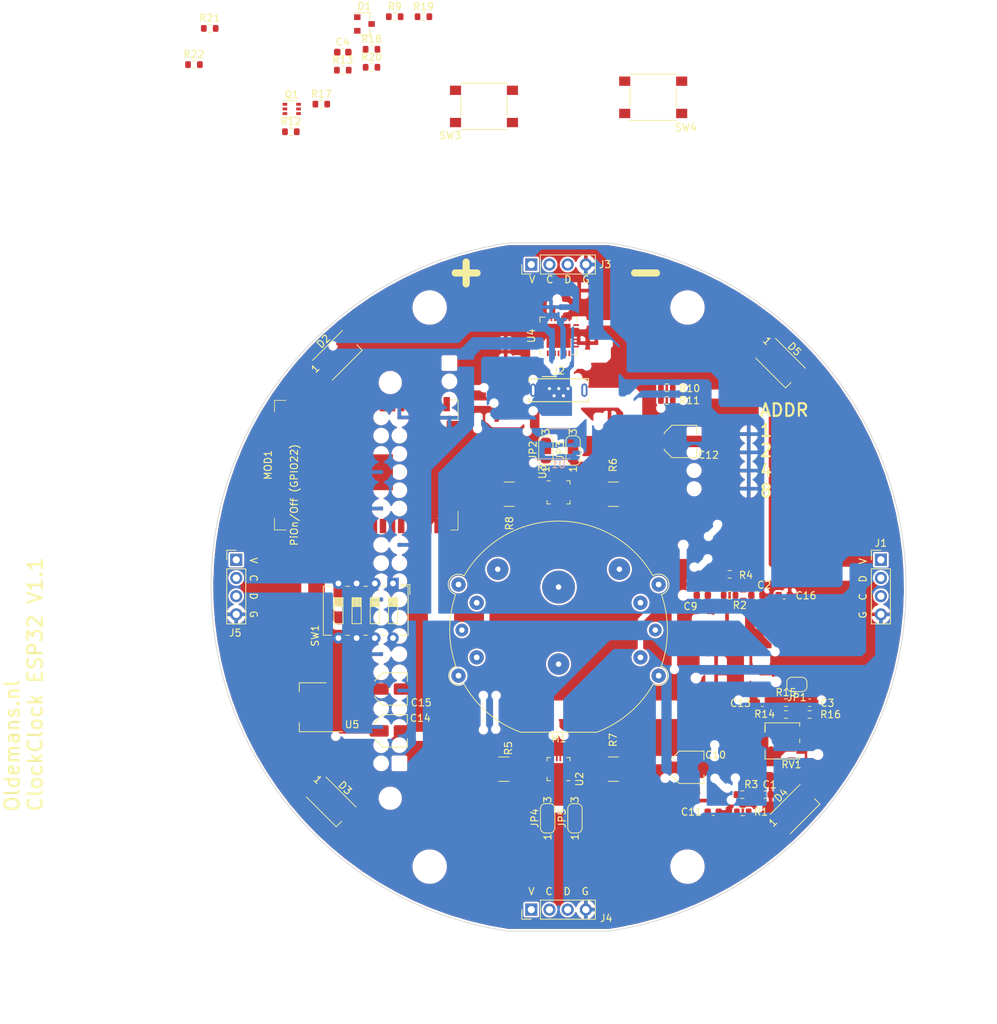
<source format=kicad_pcb>
(kicad_pcb (version 20171130) (host pcbnew "(5.1.9-0-10_14)")

  (general
    (thickness 1.6)
    (drawings 16)
    (tracks 0)
    (zones 0)
    (modules 65)
    (nets 94)
  )

  (page A4)
  (layers
    (0 F.Cu signal)
    (31 B.Cu signal)
    (32 B.Adhes user)
    (33 F.Adhes user)
    (34 B.Paste user)
    (35 F.Paste user)
    (36 B.SilkS user)
    (37 F.SilkS user)
    (38 B.Mask user)
    (39 F.Mask user)
    (40 Dwgs.User user)
    (41 Cmts.User user)
    (42 Eco1.User user)
    (43 Eco2.User user)
    (44 Edge.Cuts user)
    (45 Margin user)
    (46 B.CrtYd user hide)
    (47 F.CrtYd user)
    (48 B.Fab user hide)
    (49 F.Fab user hide)
  )

  (setup
    (last_trace_width 0.254)
    (user_trace_width 0.254)
    (user_trace_width 0.3048)
    (user_trace_width 0.4572)
    (user_trace_width 0.8128)
    (trace_clearance 0.1524)
    (zone_clearance 0.254)
    (zone_45_only no)
    (trace_min 0.2032)
    (via_size 0.8128)
    (via_drill 0.4064)
    (via_min_size 0.4064)
    (via_min_drill 0.3)
    (user_via 0.8128 0.4064)
    (uvia_size 0.3048)
    (uvia_drill 0.1016)
    (uvias_allowed no)
    (uvia_min_size 0.2032)
    (uvia_min_drill 0.1016)
    (edge_width 0.1)
    (segment_width 0.2)
    (pcb_text_width 0.3)
    (pcb_text_size 1.5 1.5)
    (mod_edge_width 0.15)
    (mod_text_size 1 1)
    (mod_text_width 0.15)
    (pad_size 1.524 1.524)
    (pad_drill 0.762)
    (pad_to_mask_clearance 0)
    (aux_axis_origin 0 0)
    (visible_elements FFFFFF7F)
    (pcbplotparams
      (layerselection 0x010fc_ffffffff)
      (usegerberextensions false)
      (usegerberattributes true)
      (usegerberadvancedattributes true)
      (creategerberjobfile true)
      (excludeedgelayer true)
      (linewidth 0.100000)
      (plotframeref false)
      (viasonmask false)
      (mode 1)
      (useauxorigin false)
      (hpglpennumber 1)
      (hpglpenspeed 20)
      (hpglpendiameter 15.000000)
      (psnegative false)
      (psa4output false)
      (plotreference true)
      (plotvalue true)
      (plotinvisibletext false)
      (padsonsilk false)
      (subtractmaskfromsilk false)
      (outputformat 1)
      (mirror false)
      (drillshape 0)
      (scaleselection 1)
      (outputdirectory "OUTPUTS/"))
  )

  (net 0 "")
  (net 1 GND)
  (net 2 "Net-(C1-Pad2)")
  (net 3 "Net-(C2-Pad2)")
  (net 4 +3V3)
  (net 5 I2C_SDA)
  (net 6 I2C_CLK)
  (net 7 +5V)
  (net 8 "Net-(R1-Pad2)")
  (net 9 "Net-(R2-Pad2)")
  (net 10 "Net-(R5-Pad1)")
  (net 11 "Net-(R6-Pad1)")
  (net 12 "Net-(R7-Pad1)")
  (net 13 "Net-(R8-Pad1)")
  (net 14 ADDR3)
  (net 15 ADDR2)
  (net 16 ADDR1)
  (net 17 ADDR0)
  (net 18 /MOT_B4)
  (net 19 /MOT_B3)
  (net 20 /MOT_A2)
  (net 21 /MOT_A1)
  (net 22 /MOT_A4)
  (net 23 /MOT_A3)
  (net 24 /MOT_B2)
  (net 25 /MOT_B1)
  (net 26 CPU_REF)
  (net 27 "Net-(R16-Pad2)")
  (net 28 "Net-(D1-Pad2)")
  (net 29 /ESP_RST)
  (net 30 "Net-(D1-Pad3)")
  (net 31 "Net-(D1-Pad1)")
  (net 32 /D+)
  (net 33 /D-)
  (net 34 /MOT_REF)
  (net 35 /ESP_GPIO0)
  (net 36 /MOT_DIR0)
  (net 37 /MOT_DIR1)
  (net 38 /MOT_STCK1)
  (net 39 /MOT_STCK0)
  (net 40 /MOT_RST1)
  (net 41 BUT_MIN)
  (net 42 "Net-(MOD1-Pad32)")
  (net 43 /ESP_RX)
  (net 44 /ESP_TX)
  (net 45 /I2C_SCL)
  (net 46 BUT_PLUS)
  (net 47 /GPIO12)
  (net 48 /MOT_RST0)
  (net 49 "Net-(MOD1-Pad5)")
  (net 50 /ESP_GPIO2)
  (net 51 /GPIO15)
  (net 52 "Net-(MOD1-Pad22)")
  (net 53 "Net-(MOD1-Pad21)")
  (net 54 "Net-(MOD1-Pad20)")
  (net 55 "Net-(MOD1-Pad19)")
  (net 56 "Net-(MOD1-Pad18)")
  (net 57 "Net-(MOD1-Pad17)")
  (net 58 /MOT_EN)
  (net 59 /DTR)
  (net 60 /RTS)
  (net 61 /ESP_GPIO15)
  (net 62 /USB_RST)
  (net 63 /USB_SUSP)
  (net 64 /MOT0_MODE1)
  (net 65 /MOT0_MODE2)
  (net 66 /MOT1_MODE1)
  (net 67 /MOT1_MODE2)
  (net 68 "Net-(U4-Pad27)")
  (net 69 "Net-(U4-Pad23)")
  (net 70 "Net-(U4-Pad13)")
  (net 71 "Net-(U4-Pad12)")
  (net 72 "Net-(U4-Pad10)")
  (net 73 "Net-(U4-Pad2)")
  (net 74 "Net-(U4-Pad1)")
  (net 75 "Net-(D2-Pad1)")
  (net 76 /LED_DATA)
  (net 77 "Net-(D3-Pad1)")
  (net 78 "Net-(D4-Pad1)")
  (net 79 "Net-(D5-Pad1)")
  (net 80 /PROX_LED)
  (net 81 /PROX)
  (net 82 "Net-(R21-Pad2)")
  (net 83 "Net-(U1-Pad2)")
  (net 84 "Net-(U1-Pad5)")
  (net 85 "Net-(U4-Pad22)")
  (net 86 "Net-(U4-Pad21)")
  (net 87 "Net-(U4-Pad20)")
  (net 88 "Net-(U4-Pad19)")
  (net 89 "Net-(U4-Pad18)")
  (net 90 "Net-(U4-Pad17)")
  (net 91 "Net-(U4-Pad16)")
  (net 92 "Net-(U4-Pad15)")
  (net 93 "Net-(U4-Pad14)")

  (net_class Default "This is the default net class."
    (clearance 0.1524)
    (trace_width 0.254)
    (via_dia 0.8128)
    (via_drill 0.4064)
    (uvia_dia 0.3048)
    (uvia_drill 0.1016)
    (diff_pair_width 0.2032)
    (diff_pair_gap 0.254)
    (add_net /D+)
    (add_net /D-)
    (add_net /DTR)
    (add_net /ESP_GPIO0)
    (add_net /ESP_GPIO15)
    (add_net /ESP_GPIO2)
    (add_net /ESP_RST)
    (add_net /ESP_RX)
    (add_net /ESP_TX)
    (add_net /GPIO12)
    (add_net /GPIO15)
    (add_net /I2C_SCL)
    (add_net /LED_DATA)
    (add_net /MOT0_MODE1)
    (add_net /MOT0_MODE2)
    (add_net /MOT1_MODE1)
    (add_net /MOT1_MODE2)
    (add_net /MOT_A1)
    (add_net /MOT_A2)
    (add_net /MOT_A3)
    (add_net /MOT_A4)
    (add_net /MOT_B1)
    (add_net /MOT_B2)
    (add_net /MOT_B3)
    (add_net /MOT_B4)
    (add_net /MOT_DIR0)
    (add_net /MOT_DIR1)
    (add_net /MOT_EN)
    (add_net /MOT_REF)
    (add_net /MOT_RST0)
    (add_net /MOT_RST1)
    (add_net /MOT_STCK0)
    (add_net /MOT_STCK1)
    (add_net /PROX)
    (add_net /PROX_LED)
    (add_net /RTS)
    (add_net /USB_RST)
    (add_net /USB_SUSP)
    (add_net BUT_MIN)
    (add_net BUT_PLUS)
    (add_net CPU_REF)
    (add_net "Net-(D1-Pad1)")
    (add_net "Net-(D1-Pad2)")
    (add_net "Net-(D1-Pad3)")
    (add_net "Net-(D2-Pad1)")
    (add_net "Net-(D3-Pad1)")
    (add_net "Net-(D4-Pad1)")
    (add_net "Net-(D5-Pad1)")
    (add_net "Net-(MOD1-Pad17)")
    (add_net "Net-(MOD1-Pad18)")
    (add_net "Net-(MOD1-Pad19)")
    (add_net "Net-(MOD1-Pad20)")
    (add_net "Net-(MOD1-Pad21)")
    (add_net "Net-(MOD1-Pad22)")
    (add_net "Net-(MOD1-Pad32)")
    (add_net "Net-(MOD1-Pad5)")
    (add_net "Net-(R16-Pad2)")
    (add_net "Net-(R21-Pad2)")
    (add_net "Net-(U1-Pad2)")
    (add_net "Net-(U1-Pad5)")
    (add_net "Net-(U4-Pad1)")
    (add_net "Net-(U4-Pad10)")
    (add_net "Net-(U4-Pad12)")
    (add_net "Net-(U4-Pad13)")
    (add_net "Net-(U4-Pad14)")
    (add_net "Net-(U4-Pad15)")
    (add_net "Net-(U4-Pad16)")
    (add_net "Net-(U4-Pad17)")
    (add_net "Net-(U4-Pad18)")
    (add_net "Net-(U4-Pad19)")
    (add_net "Net-(U4-Pad2)")
    (add_net "Net-(U4-Pad20)")
    (add_net "Net-(U4-Pad21)")
    (add_net "Net-(U4-Pad22)")
    (add_net "Net-(U4-Pad23)")
    (add_net "Net-(U4-Pad27)")
  )

  (net_class 5v ""
    (clearance 0.2032)
    (trace_width 0.4572)
    (via_dia 1.016)
    (via_drill 0.6096)
    (uvia_dia 0.3048)
    (uvia_drill 0.1016)
    (diff_pair_width 0.2032)
    (diff_pair_gap 0.254)
    (add_net +5V)
  )

  (net_class Power ""
    (clearance 0.2032)
    (trace_width 0.3048)
    (via_dia 0.8128)
    (via_drill 0.4064)
    (uvia_dia 0.3048)
    (uvia_drill 0.1016)
    (diff_pair_width 0.2032)
    (diff_pair_gap 0.254)
    (add_net +3V3)
    (add_net ADDR0)
    (add_net ADDR1)
    (add_net ADDR2)
    (add_net ADDR3)
    (add_net GND)
    (add_net I2C_CLK)
    (add_net I2C_SDA)
    (add_net "Net-(C1-Pad2)")
    (add_net "Net-(C2-Pad2)")
    (add_net "Net-(R1-Pad2)")
    (add_net "Net-(R2-Pad2)")
    (add_net "Net-(R5-Pad1)")
    (add_net "Net-(R6-Pad1)")
    (add_net "Net-(R7-Pad1)")
    (add_net "Net-(R8-Pad1)")
  )

  (module OptoDevice:Osram_SFH9x0x locked (layer B.Cu) (tedit 5B870B54) (tstamp 608D9601)
    (at 0 -20)
    (descr "package for Osram SFH9x0x series of reflective photo interrupters/couplers, see http://www.osram-os.com/Graphics/XPic6/00200860_0.pdf")
    (tags "reflective photo interrupter SMD")
    (path /60D59A68)
    (attr smd)
    (fp_text reference U1 (at 0 2.9) (layer B.SilkS)
      (effects (font (size 1 1) (thickness 0.15)) (justify mirror))
    )
    (fp_text value SFH9202 (at 0 -3) (layer B.Fab)
      (effects (font (size 1 1) (thickness 0.15)) (justify mirror))
    )
    (fp_text user %R (at 0 -0.1) (layer B.Fab)
      (effects (font (size 0.75 0.75) (thickness 0.11)) (justify mirror))
    )
    (fp_line (start -1.6 -2.1) (end 1.6 -2.1) (layer B.SilkS) (width 0.12))
    (fp_line (start 1.6 2.1) (end -3.1 2.1) (layer B.SilkS) (width 0.12))
    (fp_line (start -1 2) (end -1.6 1.3) (layer B.Fab) (width 0.1))
    (fp_line (start 1.6 2) (end -1 2) (layer B.Fab) (width 0.1))
    (fp_line (start 1.6 -2) (end 1.6 2) (layer B.Fab) (width 0.1))
    (fp_line (start -1.6 -2) (end 1.6 -2) (layer B.Fab) (width 0.1))
    (fp_line (start -1.6 1.3) (end -1.6 -2) (layer B.Fab) (width 0.1))
    (fp_line (start -3.4 2.25) (end 3.4 2.25) (layer B.CrtYd) (width 0.05))
    (fp_line (start -3.4 2.25) (end -3.4 -2.25) (layer B.CrtYd) (width 0.05))
    (fp_line (start 3.4 -2.25) (end 3.4 2.25) (layer B.CrtYd) (width 0.05))
    (fp_line (start 3.4 -2.25) (end -3.4 -2.25) (layer B.CrtYd) (width 0.05))
    (pad 1 smd roundrect (at -2.55 1.27) (size 1.2 0.6) (layers B.Cu B.Paste B.Mask) (roundrect_rratio 0.25)
      (net 82 "Net-(R21-Pad2)"))
    (pad 6 smd roundrect (at 2.55 1.27) (size 1.2 0.6) (layers B.Cu B.Paste B.Mask) (roundrect_rratio 0.25)
      (net 1 GND))
    (pad 2 smd roundrect (at -2.55 0) (size 1.2 0.6) (layers B.Cu B.Paste B.Mask) (roundrect_rratio 0.25)
      (net 83 "Net-(U1-Pad2)"))
    (pad 5 smd roundrect (at 2.55 0) (size 1.2 0.6) (layers B.Cu B.Paste B.Mask) (roundrect_rratio 0.25)
      (net 84 "Net-(U1-Pad5)"))
    (pad 3 smd roundrect (at -2.55 -1.27) (size 1.2 0.6) (layers B.Cu B.Paste B.Mask) (roundrect_rratio 0.25)
      (net 1 GND))
    (pad 4 smd roundrect (at 2.55 -1.27) (size 1.2 0.6) (layers B.Cu B.Paste B.Mask) (roundrect_rratio 0.25)
      (net 81 /PROX))
    (model ${KISYS3DMOD}/OptoDevice.3dshapes/Osram_SFH9x0x.wrl
      (at (xyz 0 0 0))
      (scale (xyz 1 1 1))
      (rotate (xyz 0 0 0))
    )
  )

  (module Resistor_SMD:R_0603_1608Metric (layer F.Cu) (tedit 5F68FEEE) (tstamp 608D9403)
    (at -50.903 -72.89)
    (descr "Resistor SMD 0603 (1608 Metric), square (rectangular) end terminal, IPC_7351 nominal, (Body size source: IPC-SM-782 page 72, https://www.pcb-3d.com/wordpress/wp-content/uploads/ipc-sm-782a_amendment_1_and_2.pdf), generated with kicad-footprint-generator")
    (tags resistor)
    (path /60D5C4A7)
    (attr smd)
    (fp_text reference R22 (at 0 -1.43) (layer F.SilkS)
      (effects (font (size 1 1) (thickness 0.15)))
    )
    (fp_text value 10K (at 0 1.43) (layer F.Fab)
      (effects (font (size 1 1) (thickness 0.15)))
    )
    (fp_text user %R (at 0 0) (layer F.Fab)
      (effects (font (size 0.4 0.4) (thickness 0.06)))
    )
    (fp_line (start -0.8 0.4125) (end -0.8 -0.4125) (layer F.Fab) (width 0.1))
    (fp_line (start -0.8 -0.4125) (end 0.8 -0.4125) (layer F.Fab) (width 0.1))
    (fp_line (start 0.8 -0.4125) (end 0.8 0.4125) (layer F.Fab) (width 0.1))
    (fp_line (start 0.8 0.4125) (end -0.8 0.4125) (layer F.Fab) (width 0.1))
    (fp_line (start -0.237258 -0.5225) (end 0.237258 -0.5225) (layer F.SilkS) (width 0.12))
    (fp_line (start -0.237258 0.5225) (end 0.237258 0.5225) (layer F.SilkS) (width 0.12))
    (fp_line (start -1.48 0.73) (end -1.48 -0.73) (layer F.CrtYd) (width 0.05))
    (fp_line (start -1.48 -0.73) (end 1.48 -0.73) (layer F.CrtYd) (width 0.05))
    (fp_line (start 1.48 -0.73) (end 1.48 0.73) (layer F.CrtYd) (width 0.05))
    (fp_line (start 1.48 0.73) (end -1.48 0.73) (layer F.CrtYd) (width 0.05))
    (pad 2 smd roundrect (at 0.825 0) (size 0.8 0.95) (layers F.Cu F.Paste F.Mask) (roundrect_rratio 0.25)
      (net 81 /PROX))
    (pad 1 smd roundrect (at -0.825 0) (size 0.8 0.95) (layers F.Cu F.Paste F.Mask) (roundrect_rratio 0.25)
      (net 4 +3V3))
    (model ${KISYS3DMOD}/Resistor_SMD.3dshapes/R_0603_1608Metric.wrl
      (at (xyz 0 0 0))
      (scale (xyz 1 1 1))
      (rotate (xyz 0 0 0))
    )
  )

  (module Resistor_SMD:R_0603_1608Metric (layer F.Cu) (tedit 5F68FEEE) (tstamp 608D93F2)
    (at -48.703 -77.94)
    (descr "Resistor SMD 0603 (1608 Metric), square (rectangular) end terminal, IPC_7351 nominal, (Body size source: IPC-SM-782 page 72, https://www.pcb-3d.com/wordpress/wp-content/uploads/ipc-sm-782a_amendment_1_and_2.pdf), generated with kicad-footprint-generator")
    (tags resistor)
    (path /60D5BD9E)
    (attr smd)
    (fp_text reference R21 (at 0 -1.43) (layer F.SilkS)
      (effects (font (size 1 1) (thickness 0.15)))
    )
    (fp_text value 10K (at 0 1.43) (layer F.Fab)
      (effects (font (size 1 1) (thickness 0.15)))
    )
    (fp_text user %R (at 0 0) (layer F.Fab)
      (effects (font (size 0.4 0.4) (thickness 0.06)))
    )
    (fp_line (start -0.8 0.4125) (end -0.8 -0.4125) (layer F.Fab) (width 0.1))
    (fp_line (start -0.8 -0.4125) (end 0.8 -0.4125) (layer F.Fab) (width 0.1))
    (fp_line (start 0.8 -0.4125) (end 0.8 0.4125) (layer F.Fab) (width 0.1))
    (fp_line (start 0.8 0.4125) (end -0.8 0.4125) (layer F.Fab) (width 0.1))
    (fp_line (start -0.237258 -0.5225) (end 0.237258 -0.5225) (layer F.SilkS) (width 0.12))
    (fp_line (start -0.237258 0.5225) (end 0.237258 0.5225) (layer F.SilkS) (width 0.12))
    (fp_line (start -1.48 0.73) (end -1.48 -0.73) (layer F.CrtYd) (width 0.05))
    (fp_line (start -1.48 -0.73) (end 1.48 -0.73) (layer F.CrtYd) (width 0.05))
    (fp_line (start 1.48 -0.73) (end 1.48 0.73) (layer F.CrtYd) (width 0.05))
    (fp_line (start 1.48 0.73) (end -1.48 0.73) (layer F.CrtYd) (width 0.05))
    (pad 2 smd roundrect (at 0.825 0) (size 0.8 0.95) (layers F.Cu F.Paste F.Mask) (roundrect_rratio 0.25)
      (net 82 "Net-(R21-Pad2)"))
    (pad 1 smd roundrect (at -0.825 0) (size 0.8 0.95) (layers F.Cu F.Paste F.Mask) (roundrect_rratio 0.25)
      (net 80 /PROX_LED))
    (model ${KISYS3DMOD}/Resistor_SMD.3dshapes/R_0603_1608Metric.wrl
      (at (xyz 0 0 0))
      (scale (xyz 1 1 1))
      (rotate (xyz 0 0 0))
    )
  )

  (module Jumper:SolderJumper-3_P1.3mm_Open_RoundedPad1.0x1.5mm_NumberLabels (layer F.Cu) (tedit 5B391ED1) (tstamp 608DD5CB)
    (at 2.286 32.258 90)
    (descr "SMD Solder 3-pad Jumper, 1x1.5mm rounded Pads, 0.3mm gap, open, labeled with numbers")
    (tags "solder jumper open")
    (path /614F3FB7)
    (attr virtual)
    (fp_text reference JP5 (at 0 -1.8 90) (layer F.SilkS)
      (effects (font (size 1 1) (thickness 0.15)))
    )
    (fp_text value SJ3_Open (at 0 1.9 90) (layer F.Fab)
      (effects (font (size 1 1) (thickness 0.15)))
    )
    (fp_arc (start -1.35 -0.3) (end -1.35 -1) (angle -90) (layer F.SilkS) (width 0.12))
    (fp_arc (start -1.35 0.3) (end -2.05 0.3) (angle -90) (layer F.SilkS) (width 0.12))
    (fp_arc (start 1.35 0.3) (end 1.35 1) (angle -90) (layer F.SilkS) (width 0.12))
    (fp_arc (start 1.35 -0.3) (end 2.05 -0.3) (angle -90) (layer F.SilkS) (width 0.12))
    (fp_text user 1 (at -2.6 0 90) (layer F.SilkS)
      (effects (font (size 1 1) (thickness 0.15)))
    )
    (fp_text user 3 (at 2.6 0 90) (layer F.SilkS)
      (effects (font (size 1 1) (thickness 0.15)))
    )
    (fp_line (start -2.05 0.3) (end -2.05 -0.3) (layer F.SilkS) (width 0.12))
    (fp_line (start 1.4 1) (end -1.4 1) (layer F.SilkS) (width 0.12))
    (fp_line (start 2.05 -0.3) (end 2.05 0.3) (layer F.SilkS) (width 0.12))
    (fp_line (start -1.4 -1) (end 1.4 -1) (layer F.SilkS) (width 0.12))
    (fp_line (start -2.3 -1.25) (end 2.3 -1.25) (layer F.CrtYd) (width 0.05))
    (fp_line (start -2.3 -1.25) (end -2.3 1.25) (layer F.CrtYd) (width 0.05))
    (fp_line (start 2.3 1.25) (end 2.3 -1.25) (layer F.CrtYd) (width 0.05))
    (fp_line (start 2.3 1.25) (end -2.3 1.25) (layer F.CrtYd) (width 0.05))
    (pad 2 smd rect (at 0 0 90) (size 1 1.5) (layers F.Cu F.Mask)
      (net 64 /MOT0_MODE1))
    (pad 3 smd custom (at 1.3 0 90) (size 1 0.5) (layers F.Cu F.Mask)
      (net 7 +5V) (zone_connect 2)
      (options (clearance outline) (anchor rect))
      (primitives
        (gr_circle (center 0 0.25) (end 0.5 0.25) (width 0))
        (gr_circle (center 0 -0.25) (end 0.5 -0.25) (width 0))
        (gr_poly (pts
           (xy -0.55 -0.75) (xy 0 -0.75) (xy 0 0.75) (xy -0.55 0.75)) (width 0))
      ))
    (pad 1 smd custom (at -1.3 0 90) (size 1 0.5) (layers F.Cu F.Mask)
      (net 1 GND) (zone_connect 2)
      (options (clearance outline) (anchor rect))
      (primitives
        (gr_circle (center 0 0.25) (end 0.5 0.25) (width 0))
        (gr_circle (center 0 -0.25) (end 0.5 -0.25) (width 0))
        (gr_poly (pts
           (xy 0.55 -0.75) (xy 0 -0.75) (xy 0 0.75) (xy 0.55 0.75)) (width 0))
      ))
  )

  (module Jumper:SolderJumper-3_P1.3mm_Open_RoundedPad1.0x1.5mm_NumberLabels (layer F.Cu) (tedit 5B391ED1) (tstamp 608D9076)
    (at -1.524 32.258 90)
    (descr "SMD Solder 3-pad Jumper, 1x1.5mm rounded Pads, 0.3mm gap, open, labeled with numbers")
    (tags "solder jumper open")
    (path /6156DB0E)
    (attr virtual)
    (fp_text reference JP4 (at 0 -1.8 90) (layer F.SilkS)
      (effects (font (size 1 1) (thickness 0.15)))
    )
    (fp_text value SJ3_Open (at 0 1.9 90) (layer F.Fab)
      (effects (font (size 1 1) (thickness 0.15)))
    )
    (fp_arc (start -1.35 -0.3) (end -1.35 -1) (angle -90) (layer F.SilkS) (width 0.12))
    (fp_arc (start -1.35 0.3) (end -2.05 0.3) (angle -90) (layer F.SilkS) (width 0.12))
    (fp_arc (start 1.35 0.3) (end 1.35 1) (angle -90) (layer F.SilkS) (width 0.12))
    (fp_arc (start 1.35 -0.3) (end 2.05 -0.3) (angle -90) (layer F.SilkS) (width 0.12))
    (fp_text user 1 (at -2.6 0 90) (layer F.SilkS)
      (effects (font (size 1 1) (thickness 0.15)))
    )
    (fp_text user 3 (at 2.6 0 90) (layer F.SilkS)
      (effects (font (size 1 1) (thickness 0.15)))
    )
    (fp_line (start -2.05 0.3) (end -2.05 -0.3) (layer F.SilkS) (width 0.12))
    (fp_line (start 1.4 1) (end -1.4 1) (layer F.SilkS) (width 0.12))
    (fp_line (start 2.05 -0.3) (end 2.05 0.3) (layer F.SilkS) (width 0.12))
    (fp_line (start -1.4 -1) (end 1.4 -1) (layer F.SilkS) (width 0.12))
    (fp_line (start -2.3 -1.25) (end 2.3 -1.25) (layer F.CrtYd) (width 0.05))
    (fp_line (start -2.3 -1.25) (end -2.3 1.25) (layer F.CrtYd) (width 0.05))
    (fp_line (start 2.3 1.25) (end 2.3 -1.25) (layer F.CrtYd) (width 0.05))
    (fp_line (start 2.3 1.25) (end -2.3 1.25) (layer F.CrtYd) (width 0.05))
    (pad 2 smd rect (at 0 0 90) (size 1 1.5) (layers F.Cu F.Mask)
      (net 65 /MOT0_MODE2))
    (pad 3 smd custom (at 1.3 0 90) (size 1 0.5) (layers F.Cu F.Mask)
      (net 7 +5V) (zone_connect 2)
      (options (clearance outline) (anchor rect))
      (primitives
        (gr_circle (center 0 0.25) (end 0.5 0.25) (width 0))
        (gr_circle (center 0 -0.25) (end 0.5 -0.25) (width 0))
        (gr_poly (pts
           (xy -0.55 -0.75) (xy 0 -0.75) (xy 0 0.75) (xy -0.55 0.75)) (width 0))
      ))
    (pad 1 smd custom (at -1.3 0 90) (size 1 0.5) (layers F.Cu F.Mask)
      (net 1 GND) (zone_connect 2)
      (options (clearance outline) (anchor rect))
      (primitives
        (gr_circle (center 0 0.25) (end 0.5 0.25) (width 0))
        (gr_circle (center 0 -0.25) (end 0.5 -0.25) (width 0))
        (gr_poly (pts
           (xy 0.55 -0.75) (xy 0 -0.75) (xy 0 0.75) (xy 0.55 0.75)) (width 0))
      ))
  )

  (module Jumper:SolderJumper-3_P1.3mm_Open_RoundedPad1.0x1.5mm_NumberLabels (layer F.Cu) (tedit 5B391ED1) (tstamp 608D9061)
    (at 2.032 -19.05 90)
    (descr "SMD Solder 3-pad Jumper, 1x1.5mm rounded Pads, 0.3mm gap, open, labeled with numbers")
    (tags "solder jumper open")
    (path /615FB4F8)
    (attr virtual)
    (fp_text reference JP3 (at 0 -1.8 90) (layer F.SilkS)
      (effects (font (size 1 1) (thickness 0.15)))
    )
    (fp_text value SJ3_Open (at 0 1.9 90) (layer F.Fab)
      (effects (font (size 1 1) (thickness 0.15)))
    )
    (fp_arc (start -1.35 -0.3) (end -1.35 -1) (angle -90) (layer F.SilkS) (width 0.12))
    (fp_arc (start -1.35 0.3) (end -2.05 0.3) (angle -90) (layer F.SilkS) (width 0.12))
    (fp_arc (start 1.35 0.3) (end 1.35 1) (angle -90) (layer F.SilkS) (width 0.12))
    (fp_arc (start 1.35 -0.3) (end 2.05 -0.3) (angle -90) (layer F.SilkS) (width 0.12))
    (fp_text user 1 (at -2.6 0 90) (layer F.SilkS)
      (effects (font (size 1 1) (thickness 0.15)))
    )
    (fp_text user 3 (at 2.6 0 90) (layer F.SilkS)
      (effects (font (size 1 1) (thickness 0.15)))
    )
    (fp_line (start -2.05 0.3) (end -2.05 -0.3) (layer F.SilkS) (width 0.12))
    (fp_line (start 1.4 1) (end -1.4 1) (layer F.SilkS) (width 0.12))
    (fp_line (start 2.05 -0.3) (end 2.05 0.3) (layer F.SilkS) (width 0.12))
    (fp_line (start -1.4 -1) (end 1.4 -1) (layer F.SilkS) (width 0.12))
    (fp_line (start -2.3 -1.25) (end 2.3 -1.25) (layer F.CrtYd) (width 0.05))
    (fp_line (start -2.3 -1.25) (end -2.3 1.25) (layer F.CrtYd) (width 0.05))
    (fp_line (start 2.3 1.25) (end 2.3 -1.25) (layer F.CrtYd) (width 0.05))
    (fp_line (start 2.3 1.25) (end -2.3 1.25) (layer F.CrtYd) (width 0.05))
    (pad 2 smd rect (at 0 0 90) (size 1 1.5) (layers F.Cu F.Mask)
      (net 66 /MOT1_MODE1))
    (pad 3 smd custom (at 1.3 0 90) (size 1 0.5) (layers F.Cu F.Mask)
      (net 7 +5V) (zone_connect 2)
      (options (clearance outline) (anchor rect))
      (primitives
        (gr_circle (center 0 0.25) (end 0.5 0.25) (width 0))
        (gr_circle (center 0 -0.25) (end 0.5 -0.25) (width 0))
        (gr_poly (pts
           (xy -0.55 -0.75) (xy 0 -0.75) (xy 0 0.75) (xy -0.55 0.75)) (width 0))
      ))
    (pad 1 smd custom (at -1.3 0 90) (size 1 0.5) (layers F.Cu F.Mask)
      (net 1 GND) (zone_connect 2)
      (options (clearance outline) (anchor rect))
      (primitives
        (gr_circle (center 0 0.25) (end 0.5 0.25) (width 0))
        (gr_circle (center 0 -0.25) (end 0.5 -0.25) (width 0))
        (gr_poly (pts
           (xy 0.55 -0.75) (xy 0 -0.75) (xy 0 0.75) (xy 0.55 0.75)) (width 0))
      ))
  )

  (module Jumper:SolderJumper-3_P1.3mm_Open_RoundedPad1.0x1.5mm_NumberLabels (layer F.Cu) (tedit 5B391ED1) (tstamp 608D904C)
    (at -1.778 -19.05 90)
    (descr "SMD Solder 3-pad Jumper, 1x1.5mm rounded Pads, 0.3mm gap, open, labeled with numbers")
    (tags "solder jumper open")
    (path /615FB518)
    (attr virtual)
    (fp_text reference JP2 (at 0 -1.8 90) (layer F.SilkS)
      (effects (font (size 1 1) (thickness 0.15)))
    )
    (fp_text value SJ3_Open (at 0 1.9 90) (layer F.Fab)
      (effects (font (size 1 1) (thickness 0.15)))
    )
    (fp_arc (start -1.35 -0.3) (end -1.35 -1) (angle -90) (layer F.SilkS) (width 0.12))
    (fp_arc (start -1.35 0.3) (end -2.05 0.3) (angle -90) (layer F.SilkS) (width 0.12))
    (fp_arc (start 1.35 0.3) (end 1.35 1) (angle -90) (layer F.SilkS) (width 0.12))
    (fp_arc (start 1.35 -0.3) (end 2.05 -0.3) (angle -90) (layer F.SilkS) (width 0.12))
    (fp_text user 1 (at -2.6 0 90) (layer F.SilkS)
      (effects (font (size 1 1) (thickness 0.15)))
    )
    (fp_text user 3 (at 2.6 0 90) (layer F.SilkS)
      (effects (font (size 1 1) (thickness 0.15)))
    )
    (fp_line (start -2.05 0.3) (end -2.05 -0.3) (layer F.SilkS) (width 0.12))
    (fp_line (start 1.4 1) (end -1.4 1) (layer F.SilkS) (width 0.12))
    (fp_line (start 2.05 -0.3) (end 2.05 0.3) (layer F.SilkS) (width 0.12))
    (fp_line (start -1.4 -1) (end 1.4 -1) (layer F.SilkS) (width 0.12))
    (fp_line (start -2.3 -1.25) (end 2.3 -1.25) (layer F.CrtYd) (width 0.05))
    (fp_line (start -2.3 -1.25) (end -2.3 1.25) (layer F.CrtYd) (width 0.05))
    (fp_line (start 2.3 1.25) (end 2.3 -1.25) (layer F.CrtYd) (width 0.05))
    (fp_line (start 2.3 1.25) (end -2.3 1.25) (layer F.CrtYd) (width 0.05))
    (pad 2 smd rect (at 0 0 90) (size 1 1.5) (layers F.Cu F.Mask)
      (net 67 /MOT1_MODE2))
    (pad 3 smd custom (at 1.3 0 90) (size 1 0.5) (layers F.Cu F.Mask)
      (net 7 +5V) (zone_connect 2)
      (options (clearance outline) (anchor rect))
      (primitives
        (gr_circle (center 0 0.25) (end 0.5 0.25) (width 0))
        (gr_circle (center 0 -0.25) (end 0.5 -0.25) (width 0))
        (gr_poly (pts
           (xy -0.55 -0.75) (xy 0 -0.75) (xy 0 0.75) (xy -0.55 0.75)) (width 0))
      ))
    (pad 1 smd custom (at -1.3 0 90) (size 1 0.5) (layers F.Cu F.Mask)
      (net 1 GND) (zone_connect 2)
      (options (clearance outline) (anchor rect))
      (primitives
        (gr_circle (center 0 0.25) (end 0.5 0.25) (width 0))
        (gr_circle (center 0 -0.25) (end 0.5 -0.25) (width 0))
        (gr_poly (pts
           (xy 0.55 -0.75) (xy 0 -0.75) (xy 0 0.75) (xy 0.55 0.75)) (width 0))
      ))
  )

  (module LED_SMD:LED_SK6812MINI_PLCC4_3.5x3.5mm_P1.75mm (layer F.Cu) (tedit 5AA4B22F) (tstamp 608D8EEB)
    (at 30.988 -31.242 315)
    (descr https://cdn-shop.adafruit.com/product-files/2686/SK6812MINI_REV.01-1-2.pdf)
    (tags "LED RGB NeoPixel Mini")
    (path /60A4F5E7)
    (attr smd)
    (fp_text reference D5 (at 0 -2.75 135) (layer F.SilkS)
      (effects (font (size 1 1) (thickness 0.15)))
    )
    (fp_text value SK6812MINI (at 0 3.25 135) (layer F.Fab)
      (effects (font (size 1 1) (thickness 0.15)))
    )
    (fp_text user %R (at 0 0 135) (layer F.Fab)
      (effects (font (size 0.5 0.5) (thickness 0.1)))
    )
    (fp_text user 1 (at -3.5 -0.875 135) (layer F.SilkS)
      (effects (font (size 1 1) (thickness 0.15)))
    )
    (fp_line (start 2.8 -2) (end -2.8 -2) (layer F.CrtYd) (width 0.05))
    (fp_line (start 2.8 2) (end 2.8 -2) (layer F.CrtYd) (width 0.05))
    (fp_line (start -2.8 2) (end 2.8 2) (layer F.CrtYd) (width 0.05))
    (fp_line (start -2.8 -2) (end -2.8 2) (layer F.CrtYd) (width 0.05))
    (fp_line (start 1.75 0.75) (end 0.75 1.75) (layer F.Fab) (width 0.1))
    (fp_line (start -1.75 -1.75) (end -1.75 1.75) (layer F.Fab) (width 0.1))
    (fp_line (start -1.75 1.75) (end 1.75 1.75) (layer F.Fab) (width 0.1))
    (fp_line (start 1.75 1.75) (end 1.75 -1.75) (layer F.Fab) (width 0.1))
    (fp_line (start 1.75 -1.75) (end -1.75 -1.75) (layer F.Fab) (width 0.1))
    (fp_line (start -2.95 -1.95) (end 2.95 -1.95) (layer F.SilkS) (width 0.12))
    (fp_line (start -2.95 1.95) (end 2.95 1.95) (layer F.SilkS) (width 0.12))
    (fp_line (start 2.95 1.95) (end 2.95 0.875) (layer F.SilkS) (width 0.12))
    (fp_circle (center 0 0) (end 0 -1.5) (layer F.Fab) (width 0.1))
    (pad 1 smd rect (at -1.75 -0.875 315) (size 1.6 0.85) (layers F.Cu F.Paste F.Mask)
      (net 79 "Net-(D5-Pad1)"))
    (pad 2 smd rect (at -1.75 0.875 315) (size 1.6 0.85) (layers F.Cu F.Paste F.Mask)
      (net 1 GND))
    (pad 4 smd rect (at 1.75 -0.875 315) (size 1.6 0.85) (layers F.Cu F.Paste F.Mask)
      (net 7 +5V))
    (pad 3 smd rect (at 1.75 0.875 315) (size 1.6 0.85) (layers F.Cu F.Paste F.Mask)
      (net 78 "Net-(D4-Pad1)"))
    (model ${KISYS3DMOD}/LED_SMD.3dshapes/LED_SK6812MINI_PLCC4_3.5x3.5mm_P1.75mm.wrl
      (at (xyz 0 0 0))
      (scale (xyz 1 1 1))
      (rotate (xyz 0 0 0))
    )
  )

  (module LED_SMD:LED_SK6812MINI_PLCC4_3.5x3.5mm_P1.75mm (layer F.Cu) (tedit 5AA4B22F) (tstamp 608D8ED4)
    (at 33.02 30.988 45)
    (descr https://cdn-shop.adafruit.com/product-files/2686/SK6812MINI_REV.01-1-2.pdf)
    (tags "LED RGB NeoPixel Mini")
    (path /60A4EC1E)
    (attr smd)
    (fp_text reference D4 (at 0 -2.75 45) (layer F.SilkS)
      (effects (font (size 1 1) (thickness 0.15)))
    )
    (fp_text value SK6812MINI (at 0 3.25 45) (layer F.Fab)
      (effects (font (size 1 1) (thickness 0.15)))
    )
    (fp_text user %R (at 0 0 45) (layer F.Fab)
      (effects (font (size 0.5 0.5) (thickness 0.1)))
    )
    (fp_text user 1 (at -3.5 -0.875 45) (layer F.SilkS)
      (effects (font (size 1 1) (thickness 0.15)))
    )
    (fp_line (start 2.8 -2) (end -2.8 -2) (layer F.CrtYd) (width 0.05))
    (fp_line (start 2.8 2) (end 2.8 -2) (layer F.CrtYd) (width 0.05))
    (fp_line (start -2.8 2) (end 2.8 2) (layer F.CrtYd) (width 0.05))
    (fp_line (start -2.8 -2) (end -2.8 2) (layer F.CrtYd) (width 0.05))
    (fp_line (start 1.75 0.75) (end 0.75 1.75) (layer F.Fab) (width 0.1))
    (fp_line (start -1.75 -1.75) (end -1.75 1.75) (layer F.Fab) (width 0.1))
    (fp_line (start -1.75 1.75) (end 1.75 1.75) (layer F.Fab) (width 0.1))
    (fp_line (start 1.75 1.75) (end 1.75 -1.75) (layer F.Fab) (width 0.1))
    (fp_line (start 1.75 -1.75) (end -1.75 -1.75) (layer F.Fab) (width 0.1))
    (fp_line (start -2.95 -1.95) (end 2.95 -1.95) (layer F.SilkS) (width 0.12))
    (fp_line (start -2.95 1.95) (end 2.95 1.95) (layer F.SilkS) (width 0.12))
    (fp_line (start 2.95 1.95) (end 2.95 0.875) (layer F.SilkS) (width 0.12))
    (fp_circle (center 0 0) (end 0 -1.5) (layer F.Fab) (width 0.1))
    (pad 1 smd rect (at -1.75 -0.875 45) (size 1.6 0.85) (layers F.Cu F.Paste F.Mask)
      (net 78 "Net-(D4-Pad1)"))
    (pad 2 smd rect (at -1.75 0.875 45) (size 1.6 0.85) (layers F.Cu F.Paste F.Mask)
      (net 1 GND))
    (pad 4 smd rect (at 1.75 -0.875 45) (size 1.6 0.85) (layers F.Cu F.Paste F.Mask)
      (net 7 +5V))
    (pad 3 smd rect (at 1.75 0.875 45) (size 1.6 0.85) (layers F.Cu F.Paste F.Mask)
      (net 77 "Net-(D3-Pad1)"))
    (model ${KISYS3DMOD}/LED_SMD.3dshapes/LED_SK6812MINI_PLCC4_3.5x3.5mm_P1.75mm.wrl
      (at (xyz 0 0 0))
      (scale (xyz 1 1 1))
      (rotate (xyz 0 0 0))
    )
  )

  (module LED_SMD:LED_SK6812MINI_PLCC4_3.5x3.5mm_P1.75mm (layer F.Cu) (tedit 5AA4B22F) (tstamp 608D8EBD)
    (at -31.75 29.972 315)
    (descr https://cdn-shop.adafruit.com/product-files/2686/SK6812MINI_REV.01-1-2.pdf)
    (tags "LED RGB NeoPixel Mini")
    (path /60A4E4E4)
    (attr smd)
    (fp_text reference D3 (at 0 -2.75 135) (layer F.SilkS)
      (effects (font (size 1 1) (thickness 0.15)))
    )
    (fp_text value SK6812MINI (at 0 3.25 135) (layer F.Fab)
      (effects (font (size 1 1) (thickness 0.15)))
    )
    (fp_text user %R (at 0 0 135) (layer F.Fab)
      (effects (font (size 0.5 0.5) (thickness 0.1)))
    )
    (fp_text user 1 (at -3.5 -0.875 135) (layer F.SilkS)
      (effects (font (size 1 1) (thickness 0.15)))
    )
    (fp_line (start 2.8 -2) (end -2.8 -2) (layer F.CrtYd) (width 0.05))
    (fp_line (start 2.8 2) (end 2.8 -2) (layer F.CrtYd) (width 0.05))
    (fp_line (start -2.8 2) (end 2.8 2) (layer F.CrtYd) (width 0.05))
    (fp_line (start -2.8 -2) (end -2.8 2) (layer F.CrtYd) (width 0.05))
    (fp_line (start 1.75 0.75) (end 0.75 1.75) (layer F.Fab) (width 0.1))
    (fp_line (start -1.75 -1.75) (end -1.75 1.75) (layer F.Fab) (width 0.1))
    (fp_line (start -1.75 1.75) (end 1.75 1.75) (layer F.Fab) (width 0.1))
    (fp_line (start 1.75 1.75) (end 1.75 -1.75) (layer F.Fab) (width 0.1))
    (fp_line (start 1.75 -1.75) (end -1.75 -1.75) (layer F.Fab) (width 0.1))
    (fp_line (start -2.95 -1.95) (end 2.95 -1.95) (layer F.SilkS) (width 0.12))
    (fp_line (start -2.95 1.95) (end 2.95 1.95) (layer F.SilkS) (width 0.12))
    (fp_line (start 2.95 1.95) (end 2.95 0.875) (layer F.SilkS) (width 0.12))
    (fp_circle (center 0 0) (end 0 -1.5) (layer F.Fab) (width 0.1))
    (pad 1 smd rect (at -1.75 -0.875 315) (size 1.6 0.85) (layers F.Cu F.Paste F.Mask)
      (net 77 "Net-(D3-Pad1)"))
    (pad 2 smd rect (at -1.75 0.875 315) (size 1.6 0.85) (layers F.Cu F.Paste F.Mask)
      (net 1 GND))
    (pad 4 smd rect (at 1.75 -0.875 315) (size 1.6 0.85) (layers F.Cu F.Paste F.Mask)
      (net 7 +5V))
    (pad 3 smd rect (at 1.75 0.875 315) (size 1.6 0.85) (layers F.Cu F.Paste F.Mask)
      (net 75 "Net-(D2-Pad1)"))
    (model ${KISYS3DMOD}/LED_SMD.3dshapes/LED_SK6812MINI_PLCC4_3.5x3.5mm_P1.75mm.wrl
      (at (xyz 0 0 0))
      (scale (xyz 1 1 1))
      (rotate (xyz 0 0 0))
    )
  )

  (module LED_SMD:LED_SK6812MINI_PLCC4_3.5x3.5mm_P1.75mm (layer F.Cu) (tedit 5AA4B22F) (tstamp 608D98E0)
    (at -30.877282 -32.336155 45)
    (descr https://cdn-shop.adafruit.com/product-files/2686/SK6812MINI_REV.01-1-2.pdf)
    (tags "LED RGB NeoPixel Mini")
    (path /609A6CE9)
    (attr smd)
    (fp_text reference D2 (at 0 -2.75 45) (layer F.SilkS)
      (effects (font (size 1 1) (thickness 0.15)))
    )
    (fp_text value SK6812MINI (at 0 3.25 45) (layer F.Fab)
      (effects (font (size 1 1) (thickness 0.15)))
    )
    (fp_text user %R (at 0 0 45) (layer F.Fab)
      (effects (font (size 0.5 0.5) (thickness 0.1)))
    )
    (fp_text user 1 (at -3.5 -0.875 45) (layer F.SilkS)
      (effects (font (size 1 1) (thickness 0.15)))
    )
    (fp_line (start 2.8 -2) (end -2.8 -2) (layer F.CrtYd) (width 0.05))
    (fp_line (start 2.8 2) (end 2.8 -2) (layer F.CrtYd) (width 0.05))
    (fp_line (start -2.8 2) (end 2.8 2) (layer F.CrtYd) (width 0.05))
    (fp_line (start -2.8 -2) (end -2.8 2) (layer F.CrtYd) (width 0.05))
    (fp_line (start 1.75 0.75) (end 0.75 1.75) (layer F.Fab) (width 0.1))
    (fp_line (start -1.75 -1.75) (end -1.75 1.75) (layer F.Fab) (width 0.1))
    (fp_line (start -1.75 1.75) (end 1.75 1.75) (layer F.Fab) (width 0.1))
    (fp_line (start 1.75 1.75) (end 1.75 -1.75) (layer F.Fab) (width 0.1))
    (fp_line (start 1.75 -1.75) (end -1.75 -1.75) (layer F.Fab) (width 0.1))
    (fp_line (start -2.95 -1.95) (end 2.95 -1.95) (layer F.SilkS) (width 0.12))
    (fp_line (start -2.95 1.95) (end 2.95 1.95) (layer F.SilkS) (width 0.12))
    (fp_line (start 2.95 1.95) (end 2.95 0.875) (layer F.SilkS) (width 0.12))
    (fp_circle (center 0 0) (end 0 -1.5) (layer F.Fab) (width 0.1))
    (pad 1 smd rect (at -1.75 -0.875 45) (size 1.6 0.85) (layers F.Cu F.Paste F.Mask)
      (net 75 "Net-(D2-Pad1)"))
    (pad 2 smd rect (at -1.75 0.875 45) (size 1.6 0.85) (layers F.Cu F.Paste F.Mask)
      (net 1 GND))
    (pad 4 smd rect (at 1.75 -0.875 45) (size 1.6 0.85) (layers F.Cu F.Paste F.Mask)
      (net 7 +5V))
    (pad 3 smd rect (at 1.75 0.875 45) (size 1.6 0.85) (layers F.Cu F.Paste F.Mask)
      (net 76 /LED_DATA))
    (model ${KISYS3DMOD}/LED_SMD.3dshapes/LED_SK6812MINI_PLCC4_3.5x3.5mm_P1.75mm.wrl
      (at (xyz 0 0 0))
      (scale (xyz 1 1 1))
      (rotate (xyz 0 0 0))
    )
  )

  (module Package_DFN_QFN:QFN-28-1EP_5x5mm_P0.5mm_EP3.35x3.35mm (layer F.Cu) (tedit 5DC5F6A4) (tstamp 608D3CF4)
    (at 0 -35.052 90)
    (descr "QFN, 28 Pin (http://ww1.microchip.com/downloads/en/PackagingSpec/00000049BQ.pdf#page=283), generated with kicad-footprint-generator ipc_noLead_generator.py")
    (tags "QFN NoLead")
    (path /62EBBEA3)
    (attr smd)
    (fp_text reference U4 (at 0 -3.8 90) (layer F.SilkS)
      (effects (font (size 1 1) (thickness 0.15)))
    )
    (fp_text value CP2102-Axx-xQFN28 (at 0 3.8 90) (layer F.Fab)
      (effects (font (size 1 1) (thickness 0.15)))
    )
    (fp_line (start 3.1 -3.1) (end -3.1 -3.1) (layer F.CrtYd) (width 0.05))
    (fp_line (start 3.1 3.1) (end 3.1 -3.1) (layer F.CrtYd) (width 0.05))
    (fp_line (start -3.1 3.1) (end 3.1 3.1) (layer F.CrtYd) (width 0.05))
    (fp_line (start -3.1 -3.1) (end -3.1 3.1) (layer F.CrtYd) (width 0.05))
    (fp_line (start -2.5 -1.5) (end -1.5 -2.5) (layer F.Fab) (width 0.1))
    (fp_line (start -2.5 2.5) (end -2.5 -1.5) (layer F.Fab) (width 0.1))
    (fp_line (start 2.5 2.5) (end -2.5 2.5) (layer F.Fab) (width 0.1))
    (fp_line (start 2.5 -2.5) (end 2.5 2.5) (layer F.Fab) (width 0.1))
    (fp_line (start -1.5 -2.5) (end 2.5 -2.5) (layer F.Fab) (width 0.1))
    (fp_line (start -1.885 -2.61) (end -2.61 -2.61) (layer F.SilkS) (width 0.12))
    (fp_line (start 2.61 2.61) (end 2.61 1.885) (layer F.SilkS) (width 0.12))
    (fp_line (start 1.885 2.61) (end 2.61 2.61) (layer F.SilkS) (width 0.12))
    (fp_line (start -2.61 2.61) (end -2.61 1.885) (layer F.SilkS) (width 0.12))
    (fp_line (start -1.885 2.61) (end -2.61 2.61) (layer F.SilkS) (width 0.12))
    (fp_line (start 2.61 -2.61) (end 2.61 -1.885) (layer F.SilkS) (width 0.12))
    (fp_line (start 1.885 -2.61) (end 2.61 -2.61) (layer F.SilkS) (width 0.12))
    (fp_text user %R (at 0 0 90) (layer F.Fab)
      (effects (font (size 1 1) (thickness 0.15)))
    )
    (pad "" smd roundrect (at 1.12 1.12 90) (size 0.9 0.9) (layers F.Paste) (roundrect_rratio 0.25))
    (pad "" smd roundrect (at 1.12 0 90) (size 0.9 0.9) (layers F.Paste) (roundrect_rratio 0.25))
    (pad "" smd roundrect (at 1.12 -1.12 90) (size 0.9 0.9) (layers F.Paste) (roundrect_rratio 0.25))
    (pad "" smd roundrect (at 0 1.12 90) (size 0.9 0.9) (layers F.Paste) (roundrect_rratio 0.25))
    (pad "" smd roundrect (at 0 0 90) (size 0.9 0.9) (layers F.Paste) (roundrect_rratio 0.25))
    (pad "" smd roundrect (at 0 -1.12 90) (size 0.9 0.9) (layers F.Paste) (roundrect_rratio 0.25))
    (pad "" smd roundrect (at -1.12 1.12 90) (size 0.9 0.9) (layers F.Paste) (roundrect_rratio 0.25))
    (pad "" smd roundrect (at -1.12 0 90) (size 0.9 0.9) (layers F.Paste) (roundrect_rratio 0.25))
    (pad "" smd roundrect (at -1.12 -1.12 90) (size 0.9 0.9) (layers F.Paste) (roundrect_rratio 0.25))
    (pad 29 smd rect (at 0 0 90) (size 3.35 3.35) (layers F.Cu F.Mask)
      (net 1 GND))
    (pad 28 smd roundrect (at -1.5 -2.45 90) (size 0.25 0.8) (layers F.Cu F.Paste F.Mask) (roundrect_rratio 0.25)
      (net 59 /DTR))
    (pad 27 smd roundrect (at -1 -2.45 90) (size 0.25 0.8) (layers F.Cu F.Paste F.Mask) (roundrect_rratio 0.25)
      (net 68 "Net-(U4-Pad27)"))
    (pad 26 smd roundrect (at -0.5 -2.45 90) (size 0.25 0.8) (layers F.Cu F.Paste F.Mask) (roundrect_rratio 0.25)
      (net 43 /ESP_RX))
    (pad 25 smd roundrect (at 0 -2.45 90) (size 0.25 0.8) (layers F.Cu F.Paste F.Mask) (roundrect_rratio 0.25)
      (net 44 /ESP_TX))
    (pad 24 smd roundrect (at 0.5 -2.45 90) (size 0.25 0.8) (layers F.Cu F.Paste F.Mask) (roundrect_rratio 0.25)
      (net 60 /RTS))
    (pad 23 smd roundrect (at 1 -2.45 90) (size 0.25 0.8) (layers F.Cu F.Paste F.Mask) (roundrect_rratio 0.25)
      (net 69 "Net-(U4-Pad23)"))
    (pad 22 smd roundrect (at 1.5 -2.45 90) (size 0.25 0.8) (layers F.Cu F.Paste F.Mask) (roundrect_rratio 0.25)
      (net 85 "Net-(U4-Pad22)"))
    (pad 21 smd roundrect (at 2.45 -1.5 90) (size 0.8 0.25) (layers F.Cu F.Paste F.Mask) (roundrect_rratio 0.25)
      (net 86 "Net-(U4-Pad21)"))
    (pad 20 smd roundrect (at 2.45 -1 90) (size 0.8 0.25) (layers F.Cu F.Paste F.Mask) (roundrect_rratio 0.25)
      (net 87 "Net-(U4-Pad20)"))
    (pad 19 smd roundrect (at 2.45 -0.5 90) (size 0.8 0.25) (layers F.Cu F.Paste F.Mask) (roundrect_rratio 0.25)
      (net 88 "Net-(U4-Pad19)"))
    (pad 18 smd roundrect (at 2.45 0 90) (size 0.8 0.25) (layers F.Cu F.Paste F.Mask) (roundrect_rratio 0.25)
      (net 89 "Net-(U4-Pad18)"))
    (pad 17 smd roundrect (at 2.45 0.5 90) (size 0.8 0.25) (layers F.Cu F.Paste F.Mask) (roundrect_rratio 0.25)
      (net 90 "Net-(U4-Pad17)"))
    (pad 16 smd roundrect (at 2.45 1 90) (size 0.8 0.25) (layers F.Cu F.Paste F.Mask) (roundrect_rratio 0.25)
      (net 91 "Net-(U4-Pad16)"))
    (pad 15 smd roundrect (at 2.45 1.5 90) (size 0.8 0.25) (layers F.Cu F.Paste F.Mask) (roundrect_rratio 0.25)
      (net 92 "Net-(U4-Pad15)"))
    (pad 14 smd roundrect (at 1.5 2.45 90) (size 0.25 0.8) (layers F.Cu F.Paste F.Mask) (roundrect_rratio 0.25)
      (net 93 "Net-(U4-Pad14)"))
    (pad 13 smd roundrect (at 1 2.45 90) (size 0.25 0.8) (layers F.Cu F.Paste F.Mask) (roundrect_rratio 0.25)
      (net 70 "Net-(U4-Pad13)"))
    (pad 12 smd roundrect (at 0.5 2.45 90) (size 0.25 0.8) (layers F.Cu F.Paste F.Mask) (roundrect_rratio 0.25)
      (net 71 "Net-(U4-Pad12)"))
    (pad 11 smd roundrect (at 0 2.45 90) (size 0.25 0.8) (layers F.Cu F.Paste F.Mask) (roundrect_rratio 0.25)
      (net 63 /USB_SUSP))
    (pad 10 smd roundrect (at -0.5 2.45 90) (size 0.25 0.8) (layers F.Cu F.Paste F.Mask) (roundrect_rratio 0.25)
      (net 72 "Net-(U4-Pad10)"))
    (pad 9 smd roundrect (at -1 2.45 90) (size 0.25 0.8) (layers F.Cu F.Paste F.Mask) (roundrect_rratio 0.25)
      (net 62 /USB_RST))
    (pad 8 smd roundrect (at -1.5 2.45 90) (size 0.25 0.8) (layers F.Cu F.Paste F.Mask) (roundrect_rratio 0.25)
      (net 31 "Net-(D1-Pad1)"))
    (pad 7 smd roundrect (at -2.45 1.5 90) (size 0.8 0.25) (layers F.Cu F.Paste F.Mask) (roundrect_rratio 0.25)
      (net 30 "Net-(D1-Pad3)"))
    (pad 6 smd roundrect (at -2.45 1 90) (size 0.8 0.25) (layers F.Cu F.Paste F.Mask) (roundrect_rratio 0.25)
      (net 4 +3V3))
    (pad 5 smd roundrect (at -2.45 0.5 90) (size 0.8 0.25) (layers F.Cu F.Paste F.Mask) (roundrect_rratio 0.25)
      (net 33 /D-))
    (pad 4 smd roundrect (at -2.45 0 90) (size 0.8 0.25) (layers F.Cu F.Paste F.Mask) (roundrect_rratio 0.25)
      (net 32 /D+))
    (pad 3 smd roundrect (at -2.45 -0.5 90) (size 0.8 0.25) (layers F.Cu F.Paste F.Mask) (roundrect_rratio 0.25)
      (net 1 GND))
    (pad 2 smd roundrect (at -2.45 -1 90) (size 0.8 0.25) (layers F.Cu F.Paste F.Mask) (roundrect_rratio 0.25)
      (net 73 "Net-(U4-Pad2)"))
    (pad 1 smd roundrect (at -2.45 -1.5 90) (size 0.8 0.25) (layers F.Cu F.Paste F.Mask) (roundrect_rratio 0.25)
      (net 74 "Net-(U4-Pad1)"))
    (model ${KISYS3DMOD}/Package_DFN_QFN.3dshapes/QFN-28-1EP_5x5mm_P0.5mm_EP3.35x3.35mm.wrl
      (at (xyz 0 0 0))
      (scale (xyz 1 1 1))
      (rotate (xyz 0 0 0))
    )
  )

  (module Resistor_SMD:R_0603_1608Metric (layer F.Cu) (tedit 5F68FEEE) (tstamp 608D3A15)
    (at -26.1144 -72.5152)
    (descr "Resistor SMD 0603 (1608 Metric), square (rectangular) end terminal, IPC_7351 nominal, (Body size source: IPC-SM-782 page 72, https://www.pcb-3d.com/wordpress/wp-content/uploads/ipc-sm-782a_amendment_1_and_2.pdf), generated with kicad-footprint-generator")
    (tags resistor)
    (path /626BC221)
    (attr smd)
    (fp_text reference R20 (at 0 -1.43) (layer F.SilkS)
      (effects (font (size 1 1) (thickness 0.15)))
    )
    (fp_text value 10K (at 0 1.43) (layer F.Fab)
      (effects (font (size 1 1) (thickness 0.15)))
    )
    (fp_line (start 1.48 0.73) (end -1.48 0.73) (layer F.CrtYd) (width 0.05))
    (fp_line (start 1.48 -0.73) (end 1.48 0.73) (layer F.CrtYd) (width 0.05))
    (fp_line (start -1.48 -0.73) (end 1.48 -0.73) (layer F.CrtYd) (width 0.05))
    (fp_line (start -1.48 0.73) (end -1.48 -0.73) (layer F.CrtYd) (width 0.05))
    (fp_line (start -0.237258 0.5225) (end 0.237258 0.5225) (layer F.SilkS) (width 0.12))
    (fp_line (start -0.237258 -0.5225) (end 0.237258 -0.5225) (layer F.SilkS) (width 0.12))
    (fp_line (start 0.8 0.4125) (end -0.8 0.4125) (layer F.Fab) (width 0.1))
    (fp_line (start 0.8 -0.4125) (end 0.8 0.4125) (layer F.Fab) (width 0.1))
    (fp_line (start -0.8 -0.4125) (end 0.8 -0.4125) (layer F.Fab) (width 0.1))
    (fp_line (start -0.8 0.4125) (end -0.8 -0.4125) (layer F.Fab) (width 0.1))
    (fp_text user %R (at 0 0) (layer F.Fab)
      (effects (font (size 0.4 0.4) (thickness 0.06)))
    )
    (pad 2 smd roundrect (at 0.825 0) (size 0.8 0.95) (layers F.Cu F.Paste F.Mask) (roundrect_rratio 0.25)
      (net 63 /USB_SUSP))
    (pad 1 smd roundrect (at -0.825 0) (size 0.8 0.95) (layers F.Cu F.Paste F.Mask) (roundrect_rratio 0.25)
      (net 1 GND))
    (model ${KISYS3DMOD}/Resistor_SMD.3dshapes/R_0603_1608Metric.wrl
      (at (xyz 0 0 0))
      (scale (xyz 1 1 1))
      (rotate (xyz 0 0 0))
    )
  )

  (module Resistor_SMD:R_0603_1608Metric (layer F.Cu) (tedit 5F68FEEE) (tstamp 608D3A04)
    (at -18.8644 -79.5752)
    (descr "Resistor SMD 0603 (1608 Metric), square (rectangular) end terminal, IPC_7351 nominal, (Body size source: IPC-SM-782 page 72, https://www.pcb-3d.com/wordpress/wp-content/uploads/ipc-sm-782a_amendment_1_and_2.pdf), generated with kicad-footprint-generator")
    (tags resistor)
    (path /612F7ED4)
    (attr smd)
    (fp_text reference R19 (at 0 -1.43) (layer F.SilkS)
      (effects (font (size 1 1) (thickness 0.15)))
    )
    (fp_text value 10K (at 0 1.43) (layer F.Fab)
      (effects (font (size 1 1) (thickness 0.15)))
    )
    (fp_line (start 1.48 0.73) (end -1.48 0.73) (layer F.CrtYd) (width 0.05))
    (fp_line (start 1.48 -0.73) (end 1.48 0.73) (layer F.CrtYd) (width 0.05))
    (fp_line (start -1.48 -0.73) (end 1.48 -0.73) (layer F.CrtYd) (width 0.05))
    (fp_line (start -1.48 0.73) (end -1.48 -0.73) (layer F.CrtYd) (width 0.05))
    (fp_line (start -0.237258 0.5225) (end 0.237258 0.5225) (layer F.SilkS) (width 0.12))
    (fp_line (start -0.237258 -0.5225) (end 0.237258 -0.5225) (layer F.SilkS) (width 0.12))
    (fp_line (start 0.8 0.4125) (end -0.8 0.4125) (layer F.Fab) (width 0.1))
    (fp_line (start 0.8 -0.4125) (end 0.8 0.4125) (layer F.Fab) (width 0.1))
    (fp_line (start -0.8 -0.4125) (end 0.8 -0.4125) (layer F.Fab) (width 0.1))
    (fp_line (start -0.8 0.4125) (end -0.8 -0.4125) (layer F.Fab) (width 0.1))
    (fp_text user %R (at 0 0) (layer F.Fab)
      (effects (font (size 0.4 0.4) (thickness 0.06)))
    )
    (pad 2 smd roundrect (at 0.825 0) (size 0.8 0.95) (layers F.Cu F.Paste F.Mask) (roundrect_rratio 0.25)
      (net 50 /ESP_GPIO2))
    (pad 1 smd roundrect (at -0.825 0) (size 0.8 0.95) (layers F.Cu F.Paste F.Mask) (roundrect_rratio 0.25)
      (net 1 GND))
    (model ${KISYS3DMOD}/Resistor_SMD.3dshapes/R_0603_1608Metric.wrl
      (at (xyz 0 0 0))
      (scale (xyz 1 1 1))
      (rotate (xyz 0 0 0))
    )
  )

  (module Resistor_SMD:R_0603_1608Metric (layer F.Cu) (tedit 5F68FEEE) (tstamp 608D39F3)
    (at -26.1144 -75.0252)
    (descr "Resistor SMD 0603 (1608 Metric), square (rectangular) end terminal, IPC_7351 nominal, (Body size source: IPC-SM-782 page 72, https://www.pcb-3d.com/wordpress/wp-content/uploads/ipc-sm-782a_amendment_1_and_2.pdf), generated with kicad-footprint-generator")
    (tags resistor)
    (path /6128DF59)
    (attr smd)
    (fp_text reference R18 (at 0 -1.43) (layer F.SilkS)
      (effects (font (size 1 1) (thickness 0.15)))
    )
    (fp_text value 10K (at 0 1.43) (layer F.Fab)
      (effects (font (size 1 1) (thickness 0.15)))
    )
    (fp_line (start 1.48 0.73) (end -1.48 0.73) (layer F.CrtYd) (width 0.05))
    (fp_line (start 1.48 -0.73) (end 1.48 0.73) (layer F.CrtYd) (width 0.05))
    (fp_line (start -1.48 -0.73) (end 1.48 -0.73) (layer F.CrtYd) (width 0.05))
    (fp_line (start -1.48 0.73) (end -1.48 -0.73) (layer F.CrtYd) (width 0.05))
    (fp_line (start -0.237258 0.5225) (end 0.237258 0.5225) (layer F.SilkS) (width 0.12))
    (fp_line (start -0.237258 -0.5225) (end 0.237258 -0.5225) (layer F.SilkS) (width 0.12))
    (fp_line (start 0.8 0.4125) (end -0.8 0.4125) (layer F.Fab) (width 0.1))
    (fp_line (start 0.8 -0.4125) (end 0.8 0.4125) (layer F.Fab) (width 0.1))
    (fp_line (start -0.8 -0.4125) (end 0.8 -0.4125) (layer F.Fab) (width 0.1))
    (fp_line (start -0.8 0.4125) (end -0.8 -0.4125) (layer F.Fab) (width 0.1))
    (fp_text user %R (at 0 0) (layer F.Fab)
      (effects (font (size 0.4 0.4) (thickness 0.06)))
    )
    (pad 2 smd roundrect (at 0.825 0) (size 0.8 0.95) (layers F.Cu F.Paste F.Mask) (roundrect_rratio 0.25)
      (net 47 /GPIO12))
    (pad 1 smd roundrect (at -0.825 0) (size 0.8 0.95) (layers F.Cu F.Paste F.Mask) (roundrect_rratio 0.25)
      (net 1 GND))
    (model ${KISYS3DMOD}/Resistor_SMD.3dshapes/R_0603_1608Metric.wrl
      (at (xyz 0 0 0))
      (scale (xyz 1 1 1))
      (rotate (xyz 0 0 0))
    )
  )

  (module Resistor_SMD:R_0603_1608Metric (layer F.Cu) (tedit 5F68FEEE) (tstamp 608D39E2)
    (at -33.1244 -67.3752)
    (descr "Resistor SMD 0603 (1608 Metric), square (rectangular) end terminal, IPC_7351 nominal, (Body size source: IPC-SM-782 page 72, https://www.pcb-3d.com/wordpress/wp-content/uploads/ipc-sm-782a_amendment_1_and_2.pdf), generated with kicad-footprint-generator")
    (tags resistor)
    (path /62BFAD12)
    (attr smd)
    (fp_text reference R17 (at 0 -1.43) (layer F.SilkS)
      (effects (font (size 1 1) (thickness 0.15)))
    )
    (fp_text value 10K (at 0 1.43) (layer F.Fab)
      (effects (font (size 1 1) (thickness 0.15)))
    )
    (fp_line (start 1.48 0.73) (end -1.48 0.73) (layer F.CrtYd) (width 0.05))
    (fp_line (start 1.48 -0.73) (end 1.48 0.73) (layer F.CrtYd) (width 0.05))
    (fp_line (start -1.48 -0.73) (end 1.48 -0.73) (layer F.CrtYd) (width 0.05))
    (fp_line (start -1.48 0.73) (end -1.48 -0.73) (layer F.CrtYd) (width 0.05))
    (fp_line (start -0.237258 0.5225) (end 0.237258 0.5225) (layer F.SilkS) (width 0.12))
    (fp_line (start -0.237258 -0.5225) (end 0.237258 -0.5225) (layer F.SilkS) (width 0.12))
    (fp_line (start 0.8 0.4125) (end -0.8 0.4125) (layer F.Fab) (width 0.1))
    (fp_line (start 0.8 -0.4125) (end 0.8 0.4125) (layer F.Fab) (width 0.1))
    (fp_line (start -0.8 -0.4125) (end 0.8 -0.4125) (layer F.Fab) (width 0.1))
    (fp_line (start -0.8 0.4125) (end -0.8 -0.4125) (layer F.Fab) (width 0.1))
    (fp_text user %R (at 0 0) (layer F.Fab)
      (effects (font (size 0.4 0.4) (thickness 0.06)))
    )
    (pad 2 smd roundrect (at 0.825 0) (size 0.8 0.95) (layers F.Cu F.Paste F.Mask) (roundrect_rratio 0.25)
      (net 62 /USB_RST))
    (pad 1 smd roundrect (at -0.825 0) (size 0.8 0.95) (layers F.Cu F.Paste F.Mask) (roundrect_rratio 0.25)
      (net 4 +3V3))
    (model ${KISYS3DMOD}/Resistor_SMD.3dshapes/R_0603_1608Metric.wrl
      (at (xyz 0 0 0))
      (scale (xyz 1 1 1))
      (rotate (xyz 0 0 0))
    )
  )

  (module Resistor_SMD:R_0603_1608Metric (layer F.Cu) (tedit 5F68FEEE) (tstamp 608D3971)
    (at -30.1244 -72.1152)
    (descr "Resistor SMD 0603 (1608 Metric), square (rectangular) end terminal, IPC_7351 nominal, (Body size source: IPC-SM-782 page 72, https://www.pcb-3d.com/wordpress/wp-content/uploads/ipc-sm-782a_amendment_1_and_2.pdf), generated with kicad-footprint-generator")
    (tags resistor)
    (path /61D1D755)
    (attr smd)
    (fp_text reference R13 (at 0 -1.43) (layer F.SilkS)
      (effects (font (size 1 1) (thickness 0.15)))
    )
    (fp_text value 10K (at 0 1.43) (layer F.Fab)
      (effects (font (size 1 1) (thickness 0.15)))
    )
    (fp_line (start 1.48 0.73) (end -1.48 0.73) (layer F.CrtYd) (width 0.05))
    (fp_line (start 1.48 -0.73) (end 1.48 0.73) (layer F.CrtYd) (width 0.05))
    (fp_line (start -1.48 -0.73) (end 1.48 -0.73) (layer F.CrtYd) (width 0.05))
    (fp_line (start -1.48 0.73) (end -1.48 -0.73) (layer F.CrtYd) (width 0.05))
    (fp_line (start -0.237258 0.5225) (end 0.237258 0.5225) (layer F.SilkS) (width 0.12))
    (fp_line (start -0.237258 -0.5225) (end 0.237258 -0.5225) (layer F.SilkS) (width 0.12))
    (fp_line (start 0.8 0.4125) (end -0.8 0.4125) (layer F.Fab) (width 0.1))
    (fp_line (start 0.8 -0.4125) (end 0.8 0.4125) (layer F.Fab) (width 0.1))
    (fp_line (start -0.8 -0.4125) (end 0.8 -0.4125) (layer F.Fab) (width 0.1))
    (fp_line (start -0.8 0.4125) (end -0.8 -0.4125) (layer F.Fab) (width 0.1))
    (fp_text user %R (at 0 0) (layer F.Fab)
      (effects (font (size 0.4 0.4) (thickness 0.06)))
    )
    (pad 2 smd roundrect (at 0.825 0) (size 0.8 0.95) (layers F.Cu F.Paste F.Mask) (roundrect_rratio 0.25)
      (net 29 /ESP_RST))
    (pad 1 smd roundrect (at -0.825 0) (size 0.8 0.95) (layers F.Cu F.Paste F.Mask) (roundrect_rratio 0.25)
      (net 4 +3V3))
    (model ${KISYS3DMOD}/Resistor_SMD.3dshapes/R_0603_1608Metric.wrl
      (at (xyz 0 0 0))
      (scale (xyz 1 1 1))
      (rotate (xyz 0 0 0))
    )
  )

  (module Resistor_SMD:R_0603_1608Metric (layer F.Cu) (tedit 5F68FEEE) (tstamp 608D3960)
    (at -37.3744 -63.5252)
    (descr "Resistor SMD 0603 (1608 Metric), square (rectangular) end terminal, IPC_7351 nominal, (Body size source: IPC-SM-782 page 72, https://www.pcb-3d.com/wordpress/wp-content/uploads/ipc-sm-782a_amendment_1_and_2.pdf), generated with kicad-footprint-generator")
    (tags resistor)
    (path /6125CD15)
    (attr smd)
    (fp_text reference R12 (at 0 -1.43) (layer F.SilkS)
      (effects (font (size 1 1) (thickness 0.15)))
    )
    (fp_text value 10K (at 0 1.43) (layer F.Fab)
      (effects (font (size 1 1) (thickness 0.15)))
    )
    (fp_line (start 1.48 0.73) (end -1.48 0.73) (layer F.CrtYd) (width 0.05))
    (fp_line (start 1.48 -0.73) (end 1.48 0.73) (layer F.CrtYd) (width 0.05))
    (fp_line (start -1.48 -0.73) (end 1.48 -0.73) (layer F.CrtYd) (width 0.05))
    (fp_line (start -1.48 0.73) (end -1.48 -0.73) (layer F.CrtYd) (width 0.05))
    (fp_line (start -0.237258 0.5225) (end 0.237258 0.5225) (layer F.SilkS) (width 0.12))
    (fp_line (start -0.237258 -0.5225) (end 0.237258 -0.5225) (layer F.SilkS) (width 0.12))
    (fp_line (start 0.8 0.4125) (end -0.8 0.4125) (layer F.Fab) (width 0.1))
    (fp_line (start 0.8 -0.4125) (end 0.8 0.4125) (layer F.Fab) (width 0.1))
    (fp_line (start -0.8 -0.4125) (end 0.8 -0.4125) (layer F.Fab) (width 0.1))
    (fp_line (start -0.8 0.4125) (end -0.8 -0.4125) (layer F.Fab) (width 0.1))
    (fp_text user %R (at 0 0) (layer F.Fab)
      (effects (font (size 0.4 0.4) (thickness 0.06)))
    )
    (pad 2 smd roundrect (at 0.825 0) (size 0.8 0.95) (layers F.Cu F.Paste F.Mask) (roundrect_rratio 0.25)
      (net 61 /ESP_GPIO15))
    (pad 1 smd roundrect (at -0.825 0) (size 0.8 0.95) (layers F.Cu F.Paste F.Mask) (roundrect_rratio 0.25)
      (net 4 +3V3))
    (model ${KISYS3DMOD}/Resistor_SMD.3dshapes/R_0603_1608Metric.wrl
      (at (xyz 0 0 0))
      (scale (xyz 1 1 1))
      (rotate (xyz 0 0 0))
    )
  )

  (module Resistor_SMD:R_0603_1608Metric (layer F.Cu) (tedit 5F68FEEE) (tstamp 608D390F)
    (at -22.8744 -79.5752)
    (descr "Resistor SMD 0603 (1608 Metric), square (rectangular) end terminal, IPC_7351 nominal, (Body size source: IPC-SM-782 page 72, https://www.pcb-3d.com/wordpress/wp-content/uploads/ipc-sm-782a_amendment_1_and_2.pdf), generated with kicad-footprint-generator")
    (tags resistor)
    (path /61211336)
    (attr smd)
    (fp_text reference R9 (at 0 -1.43) (layer F.SilkS)
      (effects (font (size 1 1) (thickness 0.15)))
    )
    (fp_text value 10K (at 0 1.43) (layer F.Fab)
      (effects (font (size 1 1) (thickness 0.15)))
    )
    (fp_line (start 1.48 0.73) (end -1.48 0.73) (layer F.CrtYd) (width 0.05))
    (fp_line (start 1.48 -0.73) (end 1.48 0.73) (layer F.CrtYd) (width 0.05))
    (fp_line (start -1.48 -0.73) (end 1.48 -0.73) (layer F.CrtYd) (width 0.05))
    (fp_line (start -1.48 0.73) (end -1.48 -0.73) (layer F.CrtYd) (width 0.05))
    (fp_line (start -0.237258 0.5225) (end 0.237258 0.5225) (layer F.SilkS) (width 0.12))
    (fp_line (start -0.237258 -0.5225) (end 0.237258 -0.5225) (layer F.SilkS) (width 0.12))
    (fp_line (start 0.8 0.4125) (end -0.8 0.4125) (layer F.Fab) (width 0.1))
    (fp_line (start 0.8 -0.4125) (end 0.8 0.4125) (layer F.Fab) (width 0.1))
    (fp_line (start -0.8 -0.4125) (end 0.8 -0.4125) (layer F.Fab) (width 0.1))
    (fp_line (start -0.8 0.4125) (end -0.8 -0.4125) (layer F.Fab) (width 0.1))
    (fp_text user %R (at 0 0) (layer F.Fab)
      (effects (font (size 0.4 0.4) (thickness 0.06)))
    )
    (pad 2 smd roundrect (at 0.825 0) (size 0.8 0.95) (layers F.Cu F.Paste F.Mask) (roundrect_rratio 0.25)
      (net 35 /ESP_GPIO0))
    (pad 1 smd roundrect (at -0.825 0) (size 0.8 0.95) (layers F.Cu F.Paste F.Mask) (roundrect_rratio 0.25)
      (net 4 +3V3))
    (model ${KISYS3DMOD}/Resistor_SMD.3dshapes/R_0603_1608Metric.wrl
      (at (xyz 0 0 0))
      (scale (xyz 1 1 1))
      (rotate (xyz 0 0 0))
    )
  )

  (module Package_TO_SOT_SMD:SOT-363_SC-70-6 (layer F.Cu) (tedit 5A02FF57) (tstamp 608D37FE)
    (at -37.2544 -66.7052)
    (descr "SOT-363, SC-70-6")
    (tags "SOT-363 SC-70-6")
    (path /6105C9A4)
    (attr smd)
    (fp_text reference Q1 (at 0 -2) (layer F.SilkS)
      (effects (font (size 1 1) (thickness 0.15)))
    )
    (fp_text value UMH3N (at 0 2 180) (layer F.Fab)
      (effects (font (size 1 1) (thickness 0.15)))
    )
    (fp_line (start -0.175 -1.1) (end -0.675 -0.6) (layer F.Fab) (width 0.1))
    (fp_line (start 0.675 1.1) (end -0.675 1.1) (layer F.Fab) (width 0.1))
    (fp_line (start 0.675 -1.1) (end 0.675 1.1) (layer F.Fab) (width 0.1))
    (fp_line (start -1.6 1.4) (end 1.6 1.4) (layer F.CrtYd) (width 0.05))
    (fp_line (start -0.675 -0.6) (end -0.675 1.1) (layer F.Fab) (width 0.1))
    (fp_line (start 0.675 -1.1) (end -0.175 -1.1) (layer F.Fab) (width 0.1))
    (fp_line (start -1.6 -1.4) (end 1.6 -1.4) (layer F.CrtYd) (width 0.05))
    (fp_line (start -1.6 -1.4) (end -1.6 1.4) (layer F.CrtYd) (width 0.05))
    (fp_line (start 1.6 1.4) (end 1.6 -1.4) (layer F.CrtYd) (width 0.05))
    (fp_line (start -0.7 1.16) (end 0.7 1.16) (layer F.SilkS) (width 0.12))
    (fp_line (start 0.7 -1.16) (end -1.2 -1.16) (layer F.SilkS) (width 0.12))
    (fp_text user %R (at 0 0 90) (layer F.Fab)
      (effects (font (size 0.5 0.5) (thickness 0.075)))
    )
    (pad 6 smd rect (at 0.95 -0.65) (size 0.65 0.4) (layers F.Cu F.Paste F.Mask)
      (net 29 /ESP_RST))
    (pad 4 smd rect (at 0.95 0.65) (size 0.65 0.4) (layers F.Cu F.Paste F.Mask)
      (net 59 /DTR))
    (pad 2 smd rect (at -0.95 0) (size 0.65 0.4) (layers F.Cu F.Paste F.Mask)
      (net 59 /DTR))
    (pad 5 smd rect (at 0.95 0) (size 0.65 0.4) (layers F.Cu F.Paste F.Mask)
      (net 60 /RTS))
    (pad 3 smd rect (at -0.95 0.65) (size 0.65 0.4) (layers F.Cu F.Paste F.Mask)
      (net 35 /ESP_GPIO0))
    (pad 1 smd rect (at -0.95 -0.65) (size 0.65 0.4) (layers F.Cu F.Paste F.Mask)
      (net 60 /RTS))
    (model ${KISYS3DMOD}/Package_TO_SOT_SMD.3dshapes/SOT-363_SC-70-6.wrl
      (at (xyz 0 0 0))
      (scale (xyz 1 1 1))
      (rotate (xyz 0 0 0))
    )
  )

  (module digikey-footprints:ESP32-WROOM-32D (layer F.Cu) (tedit 5D288F29) (tstamp 608D7F8D)
    (at -23.876 -17.018 90)
    (path /60F96149)
    (attr smd)
    (fp_text reference MOD1 (at 0.01 -16.69 90) (layer F.SilkS)
      (effects (font (size 1 1) (thickness 0.15)))
    )
    (fp_text value ESP32-WROOM-32 (at 0 11.88 90) (layer F.Fab)
      (effects (font (size 1 1) (thickness 0.15)))
    )
    (fp_line (start 9 -15.748) (end 9 9.755) (layer F.Fab) (width 0.1))
    (fp_line (start -9 -15.745) (end 9 -15.745) (layer F.Fab) (width 0.1))
    (fp_line (start -9 -15.748) (end -9 9.755) (layer F.Fab) (width 0.1))
    (fp_line (start -9 9.755) (end 9 9.755) (layer F.Fab) (width 0.1))
    (fp_line (start -9.07 9.83) (end -6.42 9.83) (layer F.SilkS) (width 0.1))
    (fp_line (start -9.07 8.78) (end -9.07 9.83) (layer F.SilkS) (width 0.1))
    (fp_line (start 9.08 9.85) (end 6.38 9.85) (layer F.SilkS) (width 0.1))
    (fp_line (start 9.08 8.81) (end 9.08 9.85) (layer F.SilkS) (width 0.1))
    (fp_line (start -9.04 -15.79) (end -7.41 -15.79) (layer F.SilkS) (width 0.1))
    (fp_line (start -9.04 -14.16) (end -9.04 -15.79) (layer F.SilkS) (width 0.1))
    (fp_line (start 9.03 -15.79) (end 7.39 -15.79) (layer F.SilkS) (width 0.1))
    (fp_line (start 9.03 -14.17) (end 9.03 -15.79) (layer F.SilkS) (width 0.1))
    (fp_line (start 9.74 -16.04) (end -9.74 -16.04) (layer F.CrtYd) (width 0.1))
    (fp_line (start -9.77 -16.04) (end -9.77 10.47) (layer F.CrtYd) (width 0.1))
    (fp_line (start -9.77 10.47) (end 9.73 10.46) (layer F.CrtYd) (width 0.1))
    (fp_line (start 9.74 10.46) (end 9.74 -16.02) (layer F.CrtYd) (width 0.1))
    (fp_text user REF** (at 0.01 -5.37 90) (layer F.Fab)
      (effects (font (size 1 1) (thickness 0.15)))
    )
    (pad 39 smd rect (at -1 -1.755 90) (size 5 5) (layers F.Cu F.Paste F.Mask)
      (net 1 GND))
    (pad 25 smd rect (at 8.5 8.255 90) (size 2 0.9) (layers F.Cu F.Paste F.Mask)
      (net 35 /ESP_GPIO0))
    (pad 26 smd rect (at 8.5 6.985 90) (size 2 0.9) (layers F.Cu F.Paste F.Mask)
      (net 36 /MOT_DIR0))
    (pad 27 smd rect (at 8.5 5.715 90) (size 2 0.9) (layers F.Cu F.Paste F.Mask)
      (net 37 /MOT_DIR1))
    (pad 28 smd rect (at 8.5 4.445 90) (size 2 0.9) (layers F.Cu F.Paste F.Mask)
      (net 38 /MOT_STCK1))
    (pad 29 smd rect (at 8.5 3.175 90) (size 2 0.9) (layers F.Cu F.Paste F.Mask)
      (net 39 /MOT_STCK0))
    (pad 30 smd rect (at 8.5 1.905 90) (size 2 0.9) (layers F.Cu F.Paste F.Mask)
      (net 40 /MOT_RST1))
    (pad 31 smd rect (at 8.5 0.635 90) (size 2 0.9) (layers F.Cu F.Paste F.Mask)
      (net 41 BUT_MIN))
    (pad 32 smd rect (at 8.5 -0.635 90) (size 2 0.9) (layers F.Cu F.Paste F.Mask)
      (net 42 "Net-(MOD1-Pad32)"))
    (pad 33 smd rect (at 8.5 -1.905 90) (size 2 0.9) (layers F.Cu F.Paste F.Mask)
      (net 5 I2C_SDA))
    (pad 34 smd rect (at 8.5 -3.175 90) (size 2 0.9) (layers F.Cu F.Paste F.Mask)
      (net 43 /ESP_RX))
    (pad 35 smd rect (at 8.5 -4.445 90) (size 2 0.9) (layers F.Cu F.Paste F.Mask)
      (net 44 /ESP_TX))
    (pad 36 smd rect (at 8.5 -5.715 90) (size 2 0.9) (layers F.Cu F.Paste F.Mask)
      (net 45 /I2C_SCL))
    (pad 37 smd rect (at 8.5 -6.985 90) (size 2 0.9) (layers F.Cu F.Paste F.Mask)
      (net 46 BUT_PLUS))
    (pad 38 smd rect (at 8.5 -8.255 90) (size 2 0.9) (layers F.Cu F.Paste F.Mask)
      (net 1 GND))
    (pad 14 smd rect (at -8.5 8.255 90) (size 2 0.9) (layers F.Cu F.Paste F.Mask)
      (net 47 /GPIO12))
    (pad 13 smd rect (at -8.5 6.985 90) (size 2 0.9) (layers F.Cu F.Paste F.Mask)
      (net 48 /MOT_RST0))
    (pad 12 smd rect (at -8.5 5.715 90) (size 2 0.9) (layers F.Cu F.Paste F.Mask)
      (net 80 /PROX_LED))
    (pad 11 smd rect (at -8.5 4.445 90) (size 2 0.9) (layers F.Cu F.Paste F.Mask)
      (net 76 /LED_DATA))
    (pad 10 smd rect (at -8.5 3.175 90) (size 2 0.9) (layers F.Cu F.Paste F.Mask)
      (net 26 CPU_REF))
    (pad 9 smd rect (at -8.5 1.905 90) (size 2 0.9) (layers F.Cu F.Paste F.Mask)
      (net 17 ADDR0))
    (pad 8 smd rect (at -8.5 0.635 90) (size 2 0.9) (layers F.Cu F.Paste F.Mask)
      (net 16 ADDR1))
    (pad 7 smd rect (at -8.5 -0.635 90) (size 2 0.9) (layers F.Cu F.Paste F.Mask)
      (net 15 ADDR2))
    (pad 6 smd rect (at -8.5 -1.905 90) (size 2 0.9) (layers F.Cu F.Paste F.Mask)
      (net 14 ADDR3))
    (pad 5 smd rect (at -8.5 -3.175 90) (size 2 0.9) (layers F.Cu F.Paste F.Mask)
      (net 49 "Net-(MOD1-Pad5)"))
    (pad 4 smd rect (at -8.5 -4.445 90) (size 2 0.9) (layers F.Cu F.Paste F.Mask)
      (net 81 /PROX))
    (pad 3 smd rect (at -8.5 -5.715 90) (size 2 0.9) (layers F.Cu F.Paste F.Mask)
      (net 29 /ESP_RST))
    (pad 2 smd rect (at -8.5 -6.985 90) (size 2 0.9) (layers F.Cu F.Paste F.Mask)
      (net 4 +3V3))
    (pad 24 smd rect (at 5.715 9.255 180) (size 2 0.9) (layers F.Cu F.Paste F.Mask)
      (net 50 /ESP_GPIO2))
    (pad 23 smd rect (at 4.445 9.255 180) (size 2 0.9) (layers F.Cu F.Paste F.Mask)
      (net 51 /GPIO15))
    (pad 22 smd rect (at 3.175 9.255 180) (size 2 0.9) (layers F.Cu F.Paste F.Mask)
      (net 52 "Net-(MOD1-Pad22)"))
    (pad 21 smd rect (at 1.905 9.255 180) (size 2 0.9) (layers F.Cu F.Paste F.Mask)
      (net 53 "Net-(MOD1-Pad21)"))
    (pad 20 smd rect (at 0.635 9.255 180) (size 2 0.9) (layers F.Cu F.Paste F.Mask)
      (net 54 "Net-(MOD1-Pad20)"))
    (pad 19 smd rect (at -0.635 9.255 180) (size 2 0.9) (layers F.Cu F.Paste F.Mask)
      (net 55 "Net-(MOD1-Pad19)"))
    (pad 18 smd rect (at -1.905 9.255 180) (size 2 0.9) (layers F.Cu F.Paste F.Mask)
      (net 56 "Net-(MOD1-Pad18)"))
    (pad 17 smd rect (at -3.175 9.255 180) (size 2 0.9) (layers F.Cu F.Paste F.Mask)
      (net 57 "Net-(MOD1-Pad17)"))
    (pad 16 smd rect (at -4.445 9.255 180) (size 2 0.9) (layers F.Cu F.Paste F.Mask)
      (net 58 /MOT_EN))
    (pad 15 smd rect (at -5.715 9.255 180) (size 2 0.9) (layers F.Cu F.Paste F.Mask)
      (net 1 GND))
    (pad 1 smd rect (at -8.5 -8.255 90) (size 2 0.9) (layers F.Cu F.Paste F.Mask)
      (net 1 GND))
  )

  (module Connector_USB:USB_Micro-B_Wuerth_614105150721_Vertical (layer F.Cu) (tedit 5A142044) (tstamp 608D36DB)
    (at -1.27 -27.686)
    (descr "USB Micro-B receptacle, through-hole, vertical, http://katalog.we-online.de/em/datasheet/614105150721.pdf")
    (tags "usb micro receptacle vertical")
    (path /61DB3246)
    (fp_text reference J2 (at 1.3 -2.48) (layer F.SilkS)
      (effects (font (size 1 1) (thickness 0.15)))
    )
    (fp_text value USB_B_Micro (at 1.3 2.92) (layer F.Fab)
      (effects (font (size 1 1) (thickness 0.15)))
    )
    (fp_line (start 5.8 -1.73) (end -3.2 -1.73) (layer F.CrtYd) (width 0.05))
    (fp_line (start 5.8 2.17) (end 5.8 -1.73) (layer F.CrtYd) (width 0.05))
    (fp_line (start -3.2 2.17) (end 5.8 2.17) (layer F.CrtYd) (width 0.05))
    (fp_line (start -3.2 -1.73) (end -3.2 2.17) (layer F.CrtYd) (width 0.05))
    (fp_line (start -1 -1.68) (end 1 -1.68) (layer F.SilkS) (width 0.15))
    (fp_line (start 5.45 1.82) (end 5.45 1.345) (layer F.SilkS) (width 0.15))
    (fp_line (start -2.85 1.82) (end 5.45 1.82) (layer F.SilkS) (width 0.15))
    (fp_line (start -2.85 1.345) (end -2.85 1.82) (layer F.SilkS) (width 0.15))
    (fp_line (start 5.45 -1.38) (end 5.45 -0.905) (layer F.SilkS) (width 0.15))
    (fp_line (start -2.85 -1.38) (end 5.45 -1.38) (layer F.SilkS) (width 0.15))
    (fp_line (start -2.85 -0.905) (end -2.85 -1.38) (layer F.SilkS) (width 0.15))
    (fp_line (start -2.7 1.67) (end -2.7 -1.23) (layer F.Fab) (width 0.15))
    (fp_line (start 5.3 1.67) (end -2.7 1.67) (layer F.Fab) (width 0.15))
    (fp_line (start 5.3 -1.23) (end 5.3 1.67) (layer F.Fab) (width 0.15))
    (fp_line (start 1 -1.23) (end 5.3 -1.23) (layer F.Fab) (width 0.15))
    (fp_line (start 0 -0.23) (end 1 -1.23) (layer F.Fab) (width 0.15))
    (fp_line (start -1 -1.23) (end 0 -0.23) (layer F.Fab) (width 0.15))
    (fp_line (start -2.7 -1.23) (end -1 -1.23) (layer F.Fab) (width 0.15))
    (fp_text user %R (at 1.3 0.22) (layer F.Fab)
      (effects (font (size 1 1) (thickness 0.15)))
    )
    (pad 6 thru_hole oval (at 4.875 0.22) (size 0.85 1.85) (drill oval 0.35 1.35) (layers *.Cu *.Mask))
    (pad 6 thru_hole oval (at -2.275 0.22) (size 0.85 1.85) (drill oval 0.35 1.35) (layers *.Cu *.Mask))
    (pad 5 thru_hole circle (at 2.6 0) (size 0.84 0.84) (drill 0.44) (layers *.Cu *.Mask)
      (net 1 GND))
    (pad 4 thru_hole circle (at 1.95 1) (size 0.84 0.84) (drill 0.44) (layers *.Cu *.Mask)
      (net 1 GND))
    (pad 3 thru_hole circle (at 1.3 0) (size 0.84 0.84) (drill 0.44) (layers *.Cu *.Mask)
      (net 32 /D+))
    (pad 2 thru_hole circle (at 0.65 1) (size 0.84 0.84) (drill 0.44) (layers *.Cu *.Mask)
      (net 33 /D-))
    (pad 1 thru_hole rect (at 0 0) (size 0.84 0.84) (drill 0.44) (layers *.Cu *.Mask)
      (net 31 "Net-(D1-Pad1)"))
    (model ${KISYS3DMOD}/Connector_USB.3dshapes/USB_Micro-B_Wuerth_614105150721_Vertical.wrl
      (at (xyz 0 0 0))
      (scale (xyz 1 1 1))
      (rotate (xyz 0 0 0))
    )
  )

  (module Package_TO_SOT_SMD:SOT-23 (layer F.Cu) (tedit 5A02FF57) (tstamp 608D3657)
    (at -27.1044 -78.5552)
    (descr "SOT-23, Standard")
    (tags SOT-23)
    (path /627088D2)
    (attr smd)
    (fp_text reference D1 (at 0 -2.5) (layer F.SilkS)
      (effects (font (size 1 1) (thickness 0.15)))
    )
    (fp_text value BAV70 (at 0 2.5) (layer F.Fab)
      (effects (font (size 1 1) (thickness 0.15)))
    )
    (fp_line (start 0.76 1.58) (end -0.7 1.58) (layer F.SilkS) (width 0.12))
    (fp_line (start 0.76 -1.58) (end -1.4 -1.58) (layer F.SilkS) (width 0.12))
    (fp_line (start -1.7 1.75) (end -1.7 -1.75) (layer F.CrtYd) (width 0.05))
    (fp_line (start 1.7 1.75) (end -1.7 1.75) (layer F.CrtYd) (width 0.05))
    (fp_line (start 1.7 -1.75) (end 1.7 1.75) (layer F.CrtYd) (width 0.05))
    (fp_line (start -1.7 -1.75) (end 1.7 -1.75) (layer F.CrtYd) (width 0.05))
    (fp_line (start 0.76 -1.58) (end 0.76 -0.65) (layer F.SilkS) (width 0.12))
    (fp_line (start 0.76 1.58) (end 0.76 0.65) (layer F.SilkS) (width 0.12))
    (fp_line (start -0.7 1.52) (end 0.7 1.52) (layer F.Fab) (width 0.1))
    (fp_line (start 0.7 -1.52) (end 0.7 1.52) (layer F.Fab) (width 0.1))
    (fp_line (start -0.7 -0.95) (end -0.15 -1.52) (layer F.Fab) (width 0.1))
    (fp_line (start -0.15 -1.52) (end 0.7 -1.52) (layer F.Fab) (width 0.1))
    (fp_line (start -0.7 -0.95) (end -0.7 1.5) (layer F.Fab) (width 0.1))
    (fp_text user %R (at 0 0 90) (layer F.Fab)
      (effects (font (size 0.5 0.5) (thickness 0.075)))
    )
    (pad 3 smd rect (at 1 0) (size 0.9 0.8) (layers F.Cu F.Paste F.Mask)
      (net 30 "Net-(D1-Pad3)"))
    (pad 2 smd rect (at -1 0.95) (size 0.9 0.8) (layers F.Cu F.Paste F.Mask)
      (net 28 "Net-(D1-Pad2)"))
    (pad 1 smd rect (at -1 -0.95) (size 0.9 0.8) (layers F.Cu F.Paste F.Mask)
      (net 31 "Net-(D1-Pad1)"))
    (model ${KISYS3DMOD}/Package_TO_SOT_SMD.3dshapes/SOT-23.wrl
      (at (xyz 0 0 0))
      (scale (xyz 1 1 1))
      (rotate (xyz 0 0 0))
    )
  )

  (module Capacitor_SMD:C_0603_1608Metric (layer F.Cu) (tedit 5F68FEEE) (tstamp 608D346A)
    (at -30.1244 -74.6252)
    (descr "Capacitor SMD 0603 (1608 Metric), square (rectangular) end terminal, IPC_7351 nominal, (Body size source: IPC-SM-782 page 76, https://www.pcb-3d.com/wordpress/wp-content/uploads/ipc-sm-782a_amendment_1_and_2.pdf), generated with kicad-footprint-generator")
    (tags capacitor)
    (path /61163D10)
    (attr smd)
    (fp_text reference C4 (at 0 -1.43) (layer F.SilkS)
      (effects (font (size 1 1) (thickness 0.15)))
    )
    (fp_text value 100nF (at 0 1.43) (layer F.Fab)
      (effects (font (size 1 1) (thickness 0.15)))
    )
    (fp_line (start 1.48 0.73) (end -1.48 0.73) (layer F.CrtYd) (width 0.05))
    (fp_line (start 1.48 -0.73) (end 1.48 0.73) (layer F.CrtYd) (width 0.05))
    (fp_line (start -1.48 -0.73) (end 1.48 -0.73) (layer F.CrtYd) (width 0.05))
    (fp_line (start -1.48 0.73) (end -1.48 -0.73) (layer F.CrtYd) (width 0.05))
    (fp_line (start -0.14058 0.51) (end 0.14058 0.51) (layer F.SilkS) (width 0.12))
    (fp_line (start -0.14058 -0.51) (end 0.14058 -0.51) (layer F.SilkS) (width 0.12))
    (fp_line (start 0.8 0.4) (end -0.8 0.4) (layer F.Fab) (width 0.1))
    (fp_line (start 0.8 -0.4) (end 0.8 0.4) (layer F.Fab) (width 0.1))
    (fp_line (start -0.8 -0.4) (end 0.8 -0.4) (layer F.Fab) (width 0.1))
    (fp_line (start -0.8 0.4) (end -0.8 -0.4) (layer F.Fab) (width 0.1))
    (fp_text user %R (at 0 0) (layer F.Fab)
      (effects (font (size 0.4 0.4) (thickness 0.06)))
    )
    (pad 2 smd roundrect (at 0.775 0) (size 0.9 0.95) (layers F.Cu F.Paste F.Mask) (roundrect_rratio 0.25)
      (net 29 /ESP_RST))
    (pad 1 smd roundrect (at -0.775 0) (size 0.9 0.95) (layers F.Cu F.Paste F.Mask) (roundrect_rratio 0.25)
      (net 1 GND))
    (model ${KISYS3DMOD}/Capacitor_SMD.3dshapes/C_0603_1608Metric.wrl
      (at (xyz 0 0 0))
      (scale (xyz 1 1 1))
      (rotate (xyz 0 0 0))
    )
  )

  (module Jumper:SolderJumper-2_P1.3mm_Open_RoundedPad1.0x1.5mm (layer F.Cu) (tedit 5B391E66) (tstamp 60833AFB)
    (at 33.274 13.589 180)
    (descr "SMD Solder Jumper, 1x1.5mm, rounded Pads, 0.3mm gap, open")
    (tags "solder jumper open")
    (path /6087C975)
    (attr virtual)
    (fp_text reference JP1 (at 0 -1.8) (layer F.SilkS)
      (effects (font (size 1 1) (thickness 0.15)))
    )
    (fp_text value SJ2_Open (at 0 1.9) (layer F.Fab)
      (effects (font (size 1 1) (thickness 0.15)))
    )
    (fp_line (start -1.4 0.3) (end -1.4 -0.3) (layer F.SilkS) (width 0.12))
    (fp_line (start 0.7 1) (end -0.7 1) (layer F.SilkS) (width 0.12))
    (fp_line (start 1.4 -0.3) (end 1.4 0.3) (layer F.SilkS) (width 0.12))
    (fp_line (start -0.7 -1) (end 0.7 -1) (layer F.SilkS) (width 0.12))
    (fp_line (start -1.65 -1.25) (end 1.65 -1.25) (layer F.CrtYd) (width 0.05))
    (fp_line (start -1.65 -1.25) (end -1.65 1.25) (layer F.CrtYd) (width 0.05))
    (fp_line (start 1.65 1.25) (end 1.65 -1.25) (layer F.CrtYd) (width 0.05))
    (fp_line (start 1.65 1.25) (end -1.65 1.25) (layer F.CrtYd) (width 0.05))
    (fp_arc (start -0.7 -0.3) (end -0.7 -1) (angle -90) (layer F.SilkS) (width 0.12))
    (fp_arc (start -0.7 0.3) (end -1.4 0.3) (angle -90) (layer F.SilkS) (width 0.12))
    (fp_arc (start 0.7 0.3) (end 0.7 1) (angle -90) (layer F.SilkS) (width 0.12))
    (fp_arc (start 0.7 -0.3) (end 1.4 -0.3) (angle -90) (layer F.SilkS) (width 0.12))
    (pad 2 smd custom (at 0.65 0 180) (size 1 0.5) (layers F.Cu F.Mask)
      (net 34 /MOT_REF) (zone_connect 2)
      (options (clearance outline) (anchor rect))
      (primitives
        (gr_circle (center 0 0.25) (end 0.5 0.25) (width 0))
        (gr_circle (center 0 -0.25) (end 0.5 -0.25) (width 0))
        (gr_poly (pts
           (xy 0 -0.75) (xy -0.5 -0.75) (xy -0.5 0.75) (xy 0 0.75)) (width 0))
      ))
    (pad 1 smd custom (at -0.65 0 180) (size 1 0.5) (layers F.Cu F.Mask)
      (net 26 CPU_REF) (zone_connect 2)
      (options (clearance outline) (anchor rect))
      (primitives
        (gr_circle (center 0 0.25) (end 0.5 0.25) (width 0))
        (gr_circle (center 0 -0.25) (end 0.5 -0.25) (width 0))
        (gr_poly (pts
           (xy 0 -0.75) (xy 0.5 -0.75) (xy 0.5 0.75) (xy 0 0.75)) (width 0))
      ))
  )

  (module Potentiometer_SMD:Potentiometer_Bourns_3214G_Horizontal (layer F.Cu) (tedit 5A3D7171) (tstamp 6082CEE1)
    (at 31.242 21.463)
    (descr "Potentiometer, horizontal, Bourns 3214G, https://www.bourns.com/docs/Product-Datasheets/3214.pdf")
    (tags "Potentiometer horizontal Bourns 3214G")
    (path /6082A9DC)
    (attr smd)
    (fp_text reference RV1 (at 1.27 3.302) (layer F.SilkS)
      (effects (font (size 1 1) (thickness 0.15)))
    )
    (fp_text value 10K_TRIM (at 0 3.65) (layer F.Fab)
      (effects (font (size 1 1) (thickness 0.15)))
    )
    (fp_line (start -2.3 -2.4) (end -2.3 2.4) (layer F.Fab) (width 0.1))
    (fp_line (start -2.3 2.4) (end 2.3 2.4) (layer F.Fab) (width 0.1))
    (fp_line (start 2.3 2.4) (end 2.3 -2.4) (layer F.Fab) (width 0.1))
    (fp_line (start 2.3 -2.4) (end -2.3 -2.4) (layer F.Fab) (width 0.1))
    (fp_line (start -2.3 -2.02) (end -2.3 -0.24) (layer F.Fab) (width 0.1))
    (fp_line (start -2.3 -0.24) (end -2.3 -0.24) (layer F.Fab) (width 0.1))
    (fp_line (start -2.3 -0.24) (end -2.3 -2.02) (layer F.Fab) (width 0.1))
    (fp_line (start -2.3 -2.02) (end -2.3 -2.02) (layer F.Fab) (width 0.1))
    (fp_line (start -2.3 -1.13) (end -2.3 -1.13) (layer F.Fab) (width 0.1))
    (fp_line (start -2.42 -2.52) (end 2.42 -2.52) (layer F.SilkS) (width 0.12))
    (fp_line (start -2.42 2.52) (end 2.42 2.52) (layer F.SilkS) (width 0.12))
    (fp_line (start -2.42 -2.52) (end -2.42 -1.24) (layer F.SilkS) (width 0.12))
    (fp_line (start -2.42 1.24) (end -2.42 2.52) (layer F.SilkS) (width 0.12))
    (fp_line (start 2.42 -2.52) (end 2.42 -2.04) (layer F.SilkS) (width 0.12))
    (fp_line (start 2.42 -0.26) (end 2.42 0.26) (layer F.SilkS) (width 0.12))
    (fp_line (start 2.42 2.04) (end 2.42 2.52) (layer F.SilkS) (width 0.12))
    (fp_line (start -2.42 -2.14) (end -2.42 -2.14) (layer F.SilkS) (width 0.12))
    (fp_line (start -2.42 -2.14) (end -2.42 -1.24) (layer F.SilkS) (width 0.12))
    (fp_line (start -2.42 -2.14) (end -2.42 -1.24) (layer F.SilkS) (width 0.12))
    (fp_line (start -3.5 -2.65) (end -3.5 2.65) (layer F.CrtYd) (width 0.05))
    (fp_line (start -3.5 2.65) (end 3.5 2.65) (layer F.CrtYd) (width 0.05))
    (fp_line (start 3.5 2.65) (end 3.5 -2.65) (layer F.CrtYd) (width 0.05))
    (fp_line (start 3.5 -2.65) (end -3.5 -2.65) (layer F.CrtYd) (width 0.05))
    (fp_text user %R (at 0 0) (layer F.Fab)
      (effects (font (size 1 1) (thickness 0.15)))
    )
    (pad 3 smd rect (at 2.6 1.15) (size 1.3 1.3) (layers F.Cu F.Paste F.Mask)
      (net 1 GND))
    (pad 2 smd rect (at -2.6 0) (size 1.3 2) (layers F.Cu F.Paste F.Mask)
      (net 34 /MOT_REF))
    (pad 1 smd rect (at 2.6 -1.15) (size 1.3 1.3) (layers F.Cu F.Paste F.Mask)
      (net 27 "Net-(R16-Pad2)"))
    (model ${KISYS3DMOD}/Potentiometer_SMD.3dshapes/Potentiometer_Bourns_3214G_Horizontal.wrl
      (at (xyz 0 0 0))
      (scale (xyz 1 1 1))
      (rotate (xyz 0 0 0))
    )
  )

  (module Resistor_SMD:R_0603_1608Metric (layer F.Cu) (tedit 5F68FEEE) (tstamp 6082CEC2)
    (at 35.052 17.78)
    (descr "Resistor SMD 0603 (1608 Metric), square (rectangular) end terminal, IPC_7351 nominal, (Body size source: IPC-SM-782 page 72, https://www.pcb-3d.com/wordpress/wp-content/uploads/ipc-sm-782a_amendment_1_and_2.pdf), generated with kicad-footprint-generator")
    (tags resistor)
    (path /6083CB22)
    (attr smd)
    (fp_text reference R16 (at 2.921 0) (layer F.SilkS)
      (effects (font (size 1 1) (thickness 0.15)))
    )
    (fp_text value 91K (at 0 1.43) (layer F.Fab)
      (effects (font (size 1 1) (thickness 0.15)))
    )
    (fp_line (start -0.8 0.4125) (end -0.8 -0.4125) (layer F.Fab) (width 0.1))
    (fp_line (start -0.8 -0.4125) (end 0.8 -0.4125) (layer F.Fab) (width 0.1))
    (fp_line (start 0.8 -0.4125) (end 0.8 0.4125) (layer F.Fab) (width 0.1))
    (fp_line (start 0.8 0.4125) (end -0.8 0.4125) (layer F.Fab) (width 0.1))
    (fp_line (start -0.237258 -0.5225) (end 0.237258 -0.5225) (layer F.SilkS) (width 0.12))
    (fp_line (start -0.237258 0.5225) (end 0.237258 0.5225) (layer F.SilkS) (width 0.12))
    (fp_line (start -1.48 0.73) (end -1.48 -0.73) (layer F.CrtYd) (width 0.05))
    (fp_line (start -1.48 -0.73) (end 1.48 -0.73) (layer F.CrtYd) (width 0.05))
    (fp_line (start 1.48 -0.73) (end 1.48 0.73) (layer F.CrtYd) (width 0.05))
    (fp_line (start 1.48 0.73) (end -1.48 0.73) (layer F.CrtYd) (width 0.05))
    (fp_text user %R (at 0 0) (layer F.Fab)
      (effects (font (size 0.4 0.4) (thickness 0.06)))
    )
    (pad 2 smd roundrect (at 0.825 0) (size 0.8 0.95) (layers F.Cu F.Paste F.Mask) (roundrect_rratio 0.25)
      (net 27 "Net-(R16-Pad2)"))
    (pad 1 smd roundrect (at -0.825 0) (size 0.8 0.95) (layers F.Cu F.Paste F.Mask) (roundrect_rratio 0.25)
      (net 7 +5V))
    (model ${KISYS3DMOD}/Resistor_SMD.3dshapes/R_0603_1608Metric.wrl
      (at (xyz 0 0 0))
      (scale (xyz 1 1 1))
      (rotate (xyz 0 0 0))
    )
  )

  (module Resistor_SMD:R_0603_1608Metric (layer F.Cu) (tedit 5F68FEEE) (tstamp 6082CEB1)
    (at 31.75 16.129)
    (descr "Resistor SMD 0603 (1608 Metric), square (rectangular) end terminal, IPC_7351 nominal, (Body size source: IPC-SM-782 page 72, https://www.pcb-3d.com/wordpress/wp-content/uploads/ipc-sm-782a_amendment_1_and_2.pdf), generated with kicad-footprint-generator")
    (tags resistor)
    (path /60B53DC0)
    (attr smd)
    (fp_text reference R15 (at 0 -1.43) (layer F.SilkS)
      (effects (font (size 1 1) (thickness 0.15)))
    )
    (fp_text value 10K (at 0 1.43) (layer F.Fab)
      (effects (font (size 1 1) (thickness 0.15)))
    )
    (fp_line (start -0.8 0.4125) (end -0.8 -0.4125) (layer F.Fab) (width 0.1))
    (fp_line (start -0.8 -0.4125) (end 0.8 -0.4125) (layer F.Fab) (width 0.1))
    (fp_line (start 0.8 -0.4125) (end 0.8 0.4125) (layer F.Fab) (width 0.1))
    (fp_line (start 0.8 0.4125) (end -0.8 0.4125) (layer F.Fab) (width 0.1))
    (fp_line (start -0.237258 -0.5225) (end 0.237258 -0.5225) (layer F.SilkS) (width 0.12))
    (fp_line (start -0.237258 0.5225) (end 0.237258 0.5225) (layer F.SilkS) (width 0.12))
    (fp_line (start -1.48 0.73) (end -1.48 -0.73) (layer F.CrtYd) (width 0.05))
    (fp_line (start -1.48 -0.73) (end 1.48 -0.73) (layer F.CrtYd) (width 0.05))
    (fp_line (start 1.48 -0.73) (end 1.48 0.73) (layer F.CrtYd) (width 0.05))
    (fp_line (start 1.48 0.73) (end -1.48 0.73) (layer F.CrtYd) (width 0.05))
    (fp_text user %R (at 0 0) (layer F.Fab)
      (effects (font (size 0.4 0.4) (thickness 0.06)))
    )
    (pad 2 smd roundrect (at 0.825 0) (size 0.8 0.95) (layers F.Cu F.Paste F.Mask) (roundrect_rratio 0.25)
      (net 1 GND))
    (pad 1 smd roundrect (at -0.825 0) (size 0.8 0.95) (layers F.Cu F.Paste F.Mask) (roundrect_rratio 0.25)
      (net 34 /MOT_REF))
    (model ${KISYS3DMOD}/Resistor_SMD.3dshapes/R_0603_1608Metric.wrl
      (at (xyz 0 0 0))
      (scale (xyz 1 1 1))
      (rotate (xyz 0 0 0))
    )
  )

  (module Resistor_SMD:R_0603_1608Metric (layer F.Cu) (tedit 5F68FEEE) (tstamp 608324D4)
    (at 31.75 17.78 180)
    (descr "Resistor SMD 0603 (1608 Metric), square (rectangular) end terminal, IPC_7351 nominal, (Body size source: IPC-SM-782 page 72, https://www.pcb-3d.com/wordpress/wp-content/uploads/ipc-sm-782a_amendment_1_and_2.pdf), generated with kicad-footprint-generator")
    (tags resistor)
    (path /60ABCE88)
    (attr smd)
    (fp_text reference R14 (at 2.9845 0.0635) (layer F.SilkS)
      (effects (font (size 1 1) (thickness 0.15)))
    )
    (fp_text value 10K (at 0 1.43) (layer F.Fab)
      (effects (font (size 1 1) (thickness 0.15)))
    )
    (fp_line (start -0.8 0.4125) (end -0.8 -0.4125) (layer F.Fab) (width 0.1))
    (fp_line (start -0.8 -0.4125) (end 0.8 -0.4125) (layer F.Fab) (width 0.1))
    (fp_line (start 0.8 -0.4125) (end 0.8 0.4125) (layer F.Fab) (width 0.1))
    (fp_line (start 0.8 0.4125) (end -0.8 0.4125) (layer F.Fab) (width 0.1))
    (fp_line (start -0.237258 -0.5225) (end 0.237258 -0.5225) (layer F.SilkS) (width 0.12))
    (fp_line (start -0.237258 0.5225) (end 0.237258 0.5225) (layer F.SilkS) (width 0.12))
    (fp_line (start -1.48 0.73) (end -1.48 -0.73) (layer F.CrtYd) (width 0.05))
    (fp_line (start -1.48 -0.73) (end 1.48 -0.73) (layer F.CrtYd) (width 0.05))
    (fp_line (start 1.48 -0.73) (end 1.48 0.73) (layer F.CrtYd) (width 0.05))
    (fp_line (start 1.48 0.73) (end -1.48 0.73) (layer F.CrtYd) (width 0.05))
    (fp_text user %R (at 0 0) (layer F.Fab)
      (effects (font (size 0.4 0.4) (thickness 0.06)))
    )
    (pad 2 smd roundrect (at 0.825 0 180) (size 0.8 0.95) (layers F.Cu F.Paste F.Mask) (roundrect_rratio 0.25)
      (net 34 /MOT_REF))
    (pad 1 smd roundrect (at -0.825 0 180) (size 0.8 0.95) (layers F.Cu F.Paste F.Mask) (roundrect_rratio 0.25)
      (net 7 +5V))
    (model ${KISYS3DMOD}/Resistor_SMD.3dshapes/R_0603_1608Metric.wrl
      (at (xyz 0 0 0))
      (scale (xyz 1 1 1))
      (rotate (xyz 0 0 0))
    )
  )

  (module MySymbols:X40_Stepper locked (layer F.Cu) (tedit 6082B766) (tstamp 606DAC63)
    (at 0 0)
    (path /6071712D)
    (fp_text reference M1 (at 0.07 21.15) (layer F.SilkS)
      (effects (font (size 1 1) (thickness 0.15)))
    )
    (fp_text value Stepper_Motor_bipolar_VID28 (at -0.21 -10.21) (layer F.Fab)
      (effects (font (size 1 1) (thickness 0.15)))
    )
    (fp_line (start -5.3 20.25) (end 5.3 20.25) (layer F.SilkS) (width 0.12))
    (fp_arc (start 0 6) (end 14.330952 11.052671) (angle -38.50091608) (layer F.SilkS) (width 0.12))
    (fp_arc (start 0 6) (end 5.3 20.26) (angle -40.11418617) (layer F.SilkS) (width 0.12))
    (fp_arc (start 0 6) (end -13.23 13.49) (angle -40.08250074) (layer F.SilkS) (width 0.12))
    (fp_arc (start 0 6) (end -14.361584 1.025605) (angle -38.55285523) (layer F.SilkS) (width 0.12))
    (fp_arc (start 13.97 12.36) (end 13.23 13.5) (angle -197.5537581) (layer F.SilkS) (width 0.12))
    (fp_arc (start -13.97 12.36) (end -14.331464 11.060517) (angle -197.675045) (layer F.SilkS) (width 0.12))
    (fp_arc (start 13.97 -0.37) (end 14.36 1.03) (angle -197.6) (layer F.SilkS) (width 0.12))
    (fp_arc (start -13.97 -0.36) (end -13.185825 -1.567604) (angle -197.2175052) (layer F.SilkS) (width 0.12))
    (fp_arc (start 0 6) (end 13.174938 -1.586543) (angle -120.2129507) (layer F.SilkS) (width 0.12))
    (pad B2 thru_hole circle (at 13.97 12.36) (size 2 2) (drill 0.8) (layers *.Cu *.Mask)
      (net 23 /MOT_A3))
    (pad B1 thru_hole circle (at 13.97 -0.36) (size 2 2) (drill 0.8) (layers *.Cu *.Mask)
      (net 22 /MOT_A4))
    (pad B3 thru_hole circle (at -13.97 12.36) (size 2 2) (drill 0.8) (layers *.Cu *.Mask)
      (net 20 /MOT_A2))
    (pad B4 thru_hole circle (at -13.97 -0.36) (size 2 2) (drill 0.8) (layers *.Cu *.Mask)
      (net 21 /MOT_A1))
    (pad A3 thru_hole circle (at -11.43 9.81) (size 2 2) (drill 0.8) (layers *.Cu *.Mask)
      (net 24 /MOT_B2))
    (pad A4 thru_hole circle (at -11.43 2.19) (size 2 2) (drill 0.8) (layers *.Cu *.Mask)
      (net 25 /MOT_B1))
    (pad A2 thru_hole circle (at 11.43 9.81) (size 2 2) (drill 0.8) (layers *.Cu *.Mask)
      (net 19 /MOT_B3))
    (pad A1 thru_hole circle (at 11.43 2.19) (size 2 2) (drill 0.8) (layers *.Cu *.Mask)
      (net 18 /MOT_B4))
    (pad "" np_thru_hole circle (at -13.5 6) (size 1.8 1.8) (drill 0.762) (layers *.Cu *.Mask))
    (pad "" np_thru_hole circle (at 13.5 6) (size 1.8 1.8) (drill 0.762) (layers *.Cu *.Mask))
    (pad "" np_thru_hole circle (at 8.49 -2.49) (size 3 3) (drill 0.762) (layers *.Cu *.Mask))
    (pad "" np_thru_hole circle (at -8.49 -2.49) (size 3 3) (drill 0.762) (layers *.Cu *.Mask))
    (pad "" np_thru_hole circle (at 0 10.75) (size 3 3) (drill 0.762) (layers *.Cu *.Mask))
    (pad "" np_thru_hole circle (at 0 0) (size 4.6 4.6) (drill 0.762) (layers *.Cu *.Mask))
  )

  (module Capacitor_SMD:C_0603_1608Metric (layer F.Cu) (tedit 5F68FEEE) (tstamp 608325BB)
    (at 35.052 16.129 180)
    (descr "Capacitor SMD 0603 (1608 Metric), square (rectangular) end terminal, IPC_7351 nominal, (Body size source: IPC-SM-782 page 76, https://www.pcb-3d.com/wordpress/wp-content/uploads/ipc-sm-782a_amendment_1_and_2.pdf), generated with kicad-footprint-generator")
    (tags capacitor)
    (path /6088EC87)
    (attr smd)
    (fp_text reference C3 (at -2.4765 -0.0635) (layer F.SilkS)
      (effects (font (size 1 1) (thickness 0.15)))
    )
    (fp_text value 100nF (at 0 1.43) (layer F.Fab)
      (effects (font (size 1 1) (thickness 0.15)))
    )
    (fp_line (start -0.8 0.4) (end -0.8 -0.4) (layer F.Fab) (width 0.1))
    (fp_line (start -0.8 -0.4) (end 0.8 -0.4) (layer F.Fab) (width 0.1))
    (fp_line (start 0.8 -0.4) (end 0.8 0.4) (layer F.Fab) (width 0.1))
    (fp_line (start 0.8 0.4) (end -0.8 0.4) (layer F.Fab) (width 0.1))
    (fp_line (start -0.14058 -0.51) (end 0.14058 -0.51) (layer F.SilkS) (width 0.12))
    (fp_line (start -0.14058 0.51) (end 0.14058 0.51) (layer F.SilkS) (width 0.12))
    (fp_line (start -1.48 0.73) (end -1.48 -0.73) (layer F.CrtYd) (width 0.05))
    (fp_line (start -1.48 -0.73) (end 1.48 -0.73) (layer F.CrtYd) (width 0.05))
    (fp_line (start 1.48 -0.73) (end 1.48 0.73) (layer F.CrtYd) (width 0.05))
    (fp_line (start 1.48 0.73) (end -1.48 0.73) (layer F.CrtYd) (width 0.05))
    (fp_text user %R (at 0 0) (layer F.Fab)
      (effects (font (size 0.4 0.4) (thickness 0.06)))
    )
    (pad 2 smd roundrect (at 0.775 0 180) (size 0.9 0.95) (layers F.Cu F.Paste F.Mask) (roundrect_rratio 0.25)
      (net 1 GND))
    (pad 1 smd roundrect (at -0.775 0 180) (size 0.9 0.95) (layers F.Cu F.Paste F.Mask) (roundrect_rratio 0.25)
      (net 26 CPU_REF))
    (model ${KISYS3DMOD}/Capacitor_SMD.3dshapes/C_0603_1608Metric.wrl
      (at (xyz 0 0 0))
      (scale (xyz 1 1 1))
      (rotate (xyz 0 0 0))
    )
  )

  (module MySymbols:R_1206_3216Metric_REVERSED (layer F.Cu) (tedit 60774050) (tstamp 606DC5DF)
    (at -6.858 -12.954 270)
    (descr "Resistor SMD 1206 (3216 Metric), square (rectangular) end terminal, IPC_7351 nominal, (Body size source: IPC-SM-782 page 72, https://www.pcb-3d.com/wordpress/wp-content/uploads/ipc-sm-782a_amendment_1_and_2.pdf), generated with kicad-footprint-generator")
    (tags resistor)
    (path /60BB2E3C)
    (attr smd)
    (fp_text reference R8 (at 4.064 0 90) (layer F.SilkS)
      (effects (font (size 1 1) (thickness 0.15)))
    )
    (fp_text value 330mE (at 0 2.794 90) (layer F.Fab)
      (effects (font (size 1 1) (thickness 0.15)))
    )
    (fp_line (start -1.6 1.27) (end -1.6 -1.27) (layer F.Fab) (width 0.1))
    (fp_line (start -1.6 -1.27) (end 1.6 -1.27) (layer F.Fab) (width 0.1))
    (fp_line (start 1.6 -1.27) (end 1.6 1.27) (layer F.Fab) (width 0.1))
    (fp_line (start 1.6 1.27) (end -1.6 1.27) (layer F.Fab) (width 0.1))
    (fp_line (start -1.7 0.762) (end -1.7 -0.692128) (layer F.SilkS) (width 0.12))
    (fp_line (start 1.7 0.762) (end 1.7 -0.692128) (layer F.SilkS) (width 0.12))
    (fp_line (start -2.032 1.27) (end -2.032 -1.27) (layer F.CrtYd) (width 0.05))
    (fp_line (start -2.032 -1.27) (end 2.032 -1.27) (layer F.CrtYd) (width 0.05))
    (fp_line (start 2.032 -1.27) (end 2.032 1.27) (layer F.CrtYd) (width 0.05))
    (fp_line (start 2.032 1.27) (end -2.032 1.27) (layer F.CrtYd) (width 0.05))
    (fp_text user %R (at 2.794 -1.778 90) (layer F.Fab)
      (effects (font (size 0.8 0.8) (thickness 0.12)))
    )
    (pad 1 smd roundrect (at 0 -0.75 270) (size 3.2 0.9) (layers F.Cu F.Paste F.Mask) (roundrect_rratio 0.222)
      (net 13 "Net-(R8-Pad1)"))
    (pad 2 smd roundrect (at 0 0.75 270) (size 3.2 0.9) (layers F.Cu F.Paste F.Mask) (roundrect_rratio 0.222)
      (net 1 GND))
    (model ${KISYS3DMOD}/Resistor_SMD.3dshapes/R_1206_3216Metric.wrl
      (at (xyz 0 0 0))
      (scale (xyz 1 1 1))
      (rotate (xyz 0 0 0))
    )
  )

  (module MySymbols:R_1206_3216Metric_REVERSED (layer F.Cu) (tedit 60774050) (tstamp 608DD531)
    (at 7.62 25.4 90)
    (descr "Resistor SMD 1206 (3216 Metric), square (rectangular) end terminal, IPC_7351 nominal, (Body size source: IPC-SM-782 page 72, https://www.pcb-3d.com/wordpress/wp-content/uploads/ipc-sm-782a_amendment_1_and_2.pdf), generated with kicad-footprint-generator")
    (tags resistor)
    (path /60BB47EF)
    (attr smd)
    (fp_text reference R7 (at 4.064 0 90) (layer F.SilkS)
      (effects (font (size 1 1) (thickness 0.15)))
    )
    (fp_text value 330mE (at 0 2.794 90) (layer F.Fab)
      (effects (font (size 1 1) (thickness 0.15)))
    )
    (fp_line (start -1.6 1.27) (end -1.6 -1.27) (layer F.Fab) (width 0.1))
    (fp_line (start -1.6 -1.27) (end 1.6 -1.27) (layer F.Fab) (width 0.1))
    (fp_line (start 1.6 -1.27) (end 1.6 1.27) (layer F.Fab) (width 0.1))
    (fp_line (start 1.6 1.27) (end -1.6 1.27) (layer F.Fab) (width 0.1))
    (fp_line (start -1.7 0.762) (end -1.7 -0.692128) (layer F.SilkS) (width 0.12))
    (fp_line (start 1.7 0.762) (end 1.7 -0.692128) (layer F.SilkS) (width 0.12))
    (fp_line (start -2.032 1.27) (end -2.032 -1.27) (layer F.CrtYd) (width 0.05))
    (fp_line (start -2.032 -1.27) (end 2.032 -1.27) (layer F.CrtYd) (width 0.05))
    (fp_line (start 2.032 -1.27) (end 2.032 1.27) (layer F.CrtYd) (width 0.05))
    (fp_line (start 2.032 1.27) (end -2.032 1.27) (layer F.CrtYd) (width 0.05))
    (fp_text user %R (at 2.794 -1.778 90) (layer F.Fab)
      (effects (font (size 0.8 0.8) (thickness 0.12)))
    )
    (pad 1 smd roundrect (at 0 -0.75 90) (size 3.2 0.9) (layers F.Cu F.Paste F.Mask) (roundrect_rratio 0.222)
      (net 12 "Net-(R7-Pad1)"))
    (pad 2 smd roundrect (at 0 0.75 90) (size 3.2 0.9) (layers F.Cu F.Paste F.Mask) (roundrect_rratio 0.222)
      (net 1 GND))
    (model ${KISYS3DMOD}/Resistor_SMD.3dshapes/R_1206_3216Metric.wrl
      (at (xyz 0 0 0))
      (scale (xyz 1 1 1))
      (rotate (xyz 0 0 0))
    )
  )

  (module MySymbols:R_1206_3216Metric_REVERSED (layer F.Cu) (tedit 60774050) (tstamp 60782D15)
    (at 7.608 -12.954 90)
    (descr "Resistor SMD 1206 (3216 Metric), square (rectangular) end terminal, IPC_7351 nominal, (Body size source: IPC-SM-782 page 72, https://www.pcb-3d.com/wordpress/wp-content/uploads/ipc-sm-782a_amendment_1_and_2.pdf), generated with kicad-footprint-generator")
    (tags resistor)
    (path /60BB01AD)
    (attr smd)
    (fp_text reference R6 (at 4.064 0 90) (layer F.SilkS)
      (effects (font (size 1 1) (thickness 0.15)))
    )
    (fp_text value 330mE (at 0 2.794 90) (layer F.Fab)
      (effects (font (size 1 1) (thickness 0.15)))
    )
    (fp_line (start -1.6 1.27) (end -1.6 -1.27) (layer F.Fab) (width 0.1))
    (fp_line (start -1.6 -1.27) (end 1.6 -1.27) (layer F.Fab) (width 0.1))
    (fp_line (start 1.6 -1.27) (end 1.6 1.27) (layer F.Fab) (width 0.1))
    (fp_line (start 1.6 1.27) (end -1.6 1.27) (layer F.Fab) (width 0.1))
    (fp_line (start -1.7 0.762) (end -1.7 -0.692128) (layer F.SilkS) (width 0.12))
    (fp_line (start 1.7 0.762) (end 1.7 -0.692128) (layer F.SilkS) (width 0.12))
    (fp_line (start -2.032 1.27) (end -2.032 -1.27) (layer F.CrtYd) (width 0.05))
    (fp_line (start -2.032 -1.27) (end 2.032 -1.27) (layer F.CrtYd) (width 0.05))
    (fp_line (start 2.032 -1.27) (end 2.032 1.27) (layer F.CrtYd) (width 0.05))
    (fp_line (start 2.032 1.27) (end -2.032 1.27) (layer F.CrtYd) (width 0.05))
    (fp_text user %R (at 2.794 -1.778 90) (layer F.Fab)
      (effects (font (size 0.8 0.8) (thickness 0.12)))
    )
    (pad 1 smd roundrect (at 0 -0.75 90) (size 3.2 0.9) (layers F.Cu F.Paste F.Mask) (roundrect_rratio 0.222)
      (net 11 "Net-(R6-Pad1)"))
    (pad 2 smd roundrect (at 0 0.75 90) (size 3.2 0.9) (layers F.Cu F.Paste F.Mask) (roundrect_rratio 0.222)
      (net 1 GND))
    (model ${KISYS3DMOD}/Resistor_SMD.3dshapes/R_1206_3216Metric.wrl
      (at (xyz 0 0 0))
      (scale (xyz 1 1 1))
      (rotate (xyz 0 0 0))
    )
  )

  (module MySymbols:R_1206_3216Metric_REVERSED (layer F.Cu) (tedit 60774050) (tstamp 606CECAD)
    (at -7.608 25.4 270)
    (descr "Resistor SMD 1206 (3216 Metric), square (rectangular) end terminal, IPC_7351 nominal, (Body size source: IPC-SM-782 page 72, https://www.pcb-3d.com/wordpress/wp-content/uploads/ipc-sm-782a_amendment_1_and_2.pdf), generated with kicad-footprint-generator")
    (tags resistor)
    (path /60BB457F)
    (attr smd)
    (fp_text reference R5 (at -2.921 -0.5962 90) (layer F.SilkS)
      (effects (font (size 1 1) (thickness 0.15)))
    )
    (fp_text value 330mE (at 0 2.794 90) (layer F.Fab)
      (effects (font (size 1 1) (thickness 0.15)))
    )
    (fp_line (start -1.6 1.27) (end -1.6 -1.27) (layer F.Fab) (width 0.1))
    (fp_line (start -1.6 -1.27) (end 1.6 -1.27) (layer F.Fab) (width 0.1))
    (fp_line (start 1.6 -1.27) (end 1.6 1.27) (layer F.Fab) (width 0.1))
    (fp_line (start 1.6 1.27) (end -1.6 1.27) (layer F.Fab) (width 0.1))
    (fp_line (start -1.7 0.762) (end -1.7 -0.692128) (layer F.SilkS) (width 0.12))
    (fp_line (start 1.7 0.762) (end 1.7 -0.692128) (layer F.SilkS) (width 0.12))
    (fp_line (start -2.032 1.27) (end -2.032 -1.27) (layer F.CrtYd) (width 0.05))
    (fp_line (start -2.032 -1.27) (end 2.032 -1.27) (layer F.CrtYd) (width 0.05))
    (fp_line (start 2.032 -1.27) (end 2.032 1.27) (layer F.CrtYd) (width 0.05))
    (fp_line (start 2.032 1.27) (end -2.032 1.27) (layer F.CrtYd) (width 0.05))
    (fp_text user %R (at 2.794 -1.778 90) (layer F.Fab)
      (effects (font (size 0.8 0.8) (thickness 0.12)))
    )
    (pad 1 smd roundrect (at 0 -0.75 270) (size 3.2 0.9) (layers F.Cu F.Paste F.Mask) (roundrect_rratio 0.222)
      (net 10 "Net-(R5-Pad1)"))
    (pad 2 smd roundrect (at 0 0.75 270) (size 3.2 0.9) (layers F.Cu F.Paste F.Mask) (roundrect_rratio 0.222)
      (net 1 GND))
    (model ${KISYS3DMOD}/Resistor_SMD.3dshapes/R_1206_3216Metric.wrl
      (at (xyz 0 0 0))
      (scale (xyz 1 1 1))
      (rotate (xyz 0 0 0))
    )
  )

  (module Package_TO_SOT_SMD:SOT-223-3_TabPin2 (layer F.Cu) (tedit 5A02FF57) (tstamp 606EA901)
    (at -34.29 16.764 180)
    (descr "module CMS SOT223 4 pins")
    (tags "CMS SOT")
    (path /606F287A)
    (attr smd)
    (fp_text reference U5 (at -5.461 -2.413) (layer F.SilkS)
      (effects (font (size 1 1) (thickness 0.15)))
    )
    (fp_text value MCP1825S (at 0 4.5) (layer F.Fab)
      (effects (font (size 1 1) (thickness 0.15)))
    )
    (fp_line (start 1.91 3.41) (end 1.91 2.15) (layer F.SilkS) (width 0.12))
    (fp_line (start 1.91 -3.41) (end 1.91 -2.15) (layer F.SilkS) (width 0.12))
    (fp_line (start 4.4 -3.6) (end -4.4 -3.6) (layer F.CrtYd) (width 0.05))
    (fp_line (start 4.4 3.6) (end 4.4 -3.6) (layer F.CrtYd) (width 0.05))
    (fp_line (start -4.4 3.6) (end 4.4 3.6) (layer F.CrtYd) (width 0.05))
    (fp_line (start -4.4 -3.6) (end -4.4 3.6) (layer F.CrtYd) (width 0.05))
    (fp_line (start -1.85 -2.35) (end -0.85 -3.35) (layer F.Fab) (width 0.1))
    (fp_line (start -1.85 -2.35) (end -1.85 3.35) (layer F.Fab) (width 0.1))
    (fp_line (start -1.85 3.41) (end 1.91 3.41) (layer F.SilkS) (width 0.12))
    (fp_line (start -0.85 -3.35) (end 1.85 -3.35) (layer F.Fab) (width 0.1))
    (fp_line (start -4.1 -3.41) (end 1.91 -3.41) (layer F.SilkS) (width 0.12))
    (fp_line (start -1.85 3.35) (end 1.85 3.35) (layer F.Fab) (width 0.1))
    (fp_line (start 1.85 -3.35) (end 1.85 3.35) (layer F.Fab) (width 0.1))
    (fp_text user %R (at 0 0 90) (layer F.Fab)
      (effects (font (size 0.8 0.8) (thickness 0.12)))
    )
    (pad 1 smd rect (at -3.15 -2.3 180) (size 2 1.5) (layers F.Cu F.Paste F.Mask)
      (net 7 +5V))
    (pad 3 smd rect (at -3.15 2.3 180) (size 2 1.5) (layers F.Cu F.Paste F.Mask)
      (net 4 +3V3))
    (pad 2 smd rect (at -3.15 0 180) (size 2 1.5) (layers F.Cu F.Paste F.Mask)
      (net 1 GND))
    (pad 2 smd rect (at 3.15 0 180) (size 2 3.8) (layers F.Cu F.Paste F.Mask)
      (net 1 GND))
    (model ${KISYS3DMOD}/Package_TO_SOT_SMD.3dshapes/SOT-223.wrl
      (at (xyz 0 0 0))
      (scale (xyz 1 1 1))
      (rotate (xyz 0 0 0))
    )
  )

  (module Capacitor_SMD:C_0603_1608Metric (layer F.Cu) (tedit 5F68FEEE) (tstamp 606E9EA8)
    (at 31.496 1.143)
    (descr "Capacitor SMD 0603 (1608 Metric), square (rectangular) end terminal, IPC_7351 nominal, (Body size source: IPC-SM-782 page 76, https://www.pcb-3d.com/wordpress/wp-content/uploads/ipc-sm-782a_amendment_1_and_2.pdf), generated with kicad-footprint-generator")
    (tags capacitor)
    (path /606F9863)
    (attr smd)
    (fp_text reference C16 (at 3.048 0.0508) (layer F.SilkS)
      (effects (font (size 1 1) (thickness 0.15)))
    )
    (fp_text value 100nF (at 0 1.43) (layer F.Fab)
      (effects (font (size 1 1) (thickness 0.15)))
    )
    (fp_line (start -0.8 0.4) (end -0.8 -0.4) (layer F.Fab) (width 0.1))
    (fp_line (start -0.8 -0.4) (end 0.8 -0.4) (layer F.Fab) (width 0.1))
    (fp_line (start 0.8 -0.4) (end 0.8 0.4) (layer F.Fab) (width 0.1))
    (fp_line (start 0.8 0.4) (end -0.8 0.4) (layer F.Fab) (width 0.1))
    (fp_line (start -0.14058 -0.51) (end 0.14058 -0.51) (layer F.SilkS) (width 0.12))
    (fp_line (start -0.14058 0.51) (end 0.14058 0.51) (layer F.SilkS) (width 0.12))
    (fp_line (start -1.48 0.73) (end -1.48 -0.73) (layer F.CrtYd) (width 0.05))
    (fp_line (start -1.48 -0.73) (end 1.48 -0.73) (layer F.CrtYd) (width 0.05))
    (fp_line (start 1.48 -0.73) (end 1.48 0.73) (layer F.CrtYd) (width 0.05))
    (fp_line (start 1.48 0.73) (end -1.48 0.73) (layer F.CrtYd) (width 0.05))
    (fp_text user %R (at 0 0) (layer F.Fab)
      (effects (font (size 0.4 0.4) (thickness 0.06)))
    )
    (pad 2 smd roundrect (at 0.775 0) (size 0.9 0.95) (layers F.Cu F.Paste F.Mask) (roundrect_rratio 0.25)
      (net 1 GND))
    (pad 1 smd roundrect (at -0.775 0) (size 0.9 0.95) (layers F.Cu F.Paste F.Mask) (roundrect_rratio 0.25)
      (net 4 +3V3))
    (model ${KISYS3DMOD}/Capacitor_SMD.3dshapes/C_0603_1608Metric.wrl
      (at (xyz 0 0 0))
      (scale (xyz 1 1 1))
      (rotate (xyz 0 0 0))
    )
  )

  (module Capacitor_SMD:C_Elec_4x5.4 (layer F.Cu) (tedit 5BC8D926) (tstamp 606E9E97)
    (at -23.368 14.224)
    (descr "SMD capacitor, aluminum electrolytic nonpolar, 4.0x5.4mm")
    (tags "capacitor electrolyic nonpolar")
    (path /606F5F9E)
    (attr smd)
    (fp_text reference C15 (at 4.191 1.905) (layer F.SilkS)
      (effects (font (size 1 1) (thickness 0.15)))
    )
    (fp_text value 10uF (at 0 3.2) (layer F.Fab)
      (effects (font (size 1 1) (thickness 0.15)))
    )
    (fp_circle (center 0 0) (end 2 0) (layer F.Fab) (width 0.1))
    (fp_line (start 2.15 -2.15) (end 2.15 2.15) (layer F.Fab) (width 0.1))
    (fp_line (start -1.15 -2.15) (end 2.15 -2.15) (layer F.Fab) (width 0.1))
    (fp_line (start -1.15 2.15) (end 2.15 2.15) (layer F.Fab) (width 0.1))
    (fp_line (start -2.15 -1.15) (end -2.15 1.15) (layer F.Fab) (width 0.1))
    (fp_line (start -2.15 -1.15) (end -1.15 -2.15) (layer F.Fab) (width 0.1))
    (fp_line (start -2.15 1.15) (end -1.15 2.15) (layer F.Fab) (width 0.1))
    (fp_line (start 2.26 2.26) (end 2.26 1.06) (layer F.SilkS) (width 0.12))
    (fp_line (start 2.26 -2.26) (end 2.26 -1.06) (layer F.SilkS) (width 0.12))
    (fp_line (start -1.195563 -2.26) (end 2.26 -2.26) (layer F.SilkS) (width 0.12))
    (fp_line (start -1.195563 2.26) (end 2.26 2.26) (layer F.SilkS) (width 0.12))
    (fp_line (start -2.26 1.195563) (end -2.26 1.06) (layer F.SilkS) (width 0.12))
    (fp_line (start -2.26 -1.195563) (end -2.26 -1.06) (layer F.SilkS) (width 0.12))
    (fp_line (start -2.26 -1.195563) (end -1.195563 -2.26) (layer F.SilkS) (width 0.12))
    (fp_line (start -2.26 1.195563) (end -1.195563 2.26) (layer F.SilkS) (width 0.12))
    (fp_line (start 2.4 -2.4) (end 2.4 -1.05) (layer F.CrtYd) (width 0.05))
    (fp_line (start 2.4 -1.05) (end 3.25 -1.05) (layer F.CrtYd) (width 0.05))
    (fp_line (start 3.25 -1.05) (end 3.25 1.05) (layer F.CrtYd) (width 0.05))
    (fp_line (start 3.25 1.05) (end 2.4 1.05) (layer F.CrtYd) (width 0.05))
    (fp_line (start 2.4 1.05) (end 2.4 2.4) (layer F.CrtYd) (width 0.05))
    (fp_line (start -1.25 2.4) (end 2.4 2.4) (layer F.CrtYd) (width 0.05))
    (fp_line (start -1.25 -2.4) (end 2.4 -2.4) (layer F.CrtYd) (width 0.05))
    (fp_line (start -2.4 1.25) (end -1.25 2.4) (layer F.CrtYd) (width 0.05))
    (fp_line (start -2.4 -1.25) (end -1.25 -2.4) (layer F.CrtYd) (width 0.05))
    (fp_line (start -2.4 -1.25) (end -2.4 -1.05) (layer F.CrtYd) (width 0.05))
    (fp_line (start -2.4 1.05) (end -2.4 1.25) (layer F.CrtYd) (width 0.05))
    (fp_line (start -2.4 -1.05) (end -3.25 -1.05) (layer F.CrtYd) (width 0.05))
    (fp_line (start -3.25 -1.05) (end -3.25 1.05) (layer F.CrtYd) (width 0.05))
    (fp_line (start -3.25 1.05) (end -2.4 1.05) (layer F.CrtYd) (width 0.05))
    (fp_text user %R (at 0 0) (layer F.Fab)
      (effects (font (size 0.8 0.8) (thickness 0.12)))
    )
    (pad 2 smd roundrect (at 1.675 0) (size 2.65 1.6) (layers F.Cu F.Paste F.Mask) (roundrect_rratio 0.15625)
      (net 1 GND))
    (pad 1 smd roundrect (at -1.675 0) (size 2.65 1.6) (layers F.Cu F.Paste F.Mask) (roundrect_rratio 0.15625)
      (net 4 +3V3))
    (model ${KISYS3DMOD}/Capacitor_SMD.3dshapes/C_Elec_4x5.4.wrl
      (at (xyz 0 0 0))
      (scale (xyz 1 1 1))
      (rotate (xyz 0 0 0))
    )
  )

  (module Capacitor_SMD:C_Elec_4x5.4 (layer F.Cu) (tedit 5BC8D926) (tstamp 606FE37D)
    (at -23.368 20.066)
    (descr "SMD capacitor, aluminum electrolytic nonpolar, 4.0x5.4mm")
    (tags "capacitor electrolyic nonpolar")
    (path /606F4D9C)
    (attr smd)
    (fp_text reference C14 (at 4.064 -1.778) (layer F.SilkS)
      (effects (font (size 1 1) (thickness 0.15)))
    )
    (fp_text value 10uF (at 0 3.2) (layer F.Fab)
      (effects (font (size 1 1) (thickness 0.15)))
    )
    (fp_circle (center 0 0) (end 2 0) (layer F.Fab) (width 0.1))
    (fp_line (start 2.15 -2.15) (end 2.15 2.15) (layer F.Fab) (width 0.1))
    (fp_line (start -1.15 -2.15) (end 2.15 -2.15) (layer F.Fab) (width 0.1))
    (fp_line (start -1.15 2.15) (end 2.15 2.15) (layer F.Fab) (width 0.1))
    (fp_line (start -2.15 -1.15) (end -2.15 1.15) (layer F.Fab) (width 0.1))
    (fp_line (start -2.15 -1.15) (end -1.15 -2.15) (layer F.Fab) (width 0.1))
    (fp_line (start -2.15 1.15) (end -1.15 2.15) (layer F.Fab) (width 0.1))
    (fp_line (start 2.26 2.26) (end 2.26 1.06) (layer F.SilkS) (width 0.12))
    (fp_line (start 2.26 -2.26) (end 2.26 -1.06) (layer F.SilkS) (width 0.12))
    (fp_line (start -1.195563 -2.26) (end 2.26 -2.26) (layer F.SilkS) (width 0.12))
    (fp_line (start -1.195563 2.26) (end 2.26 2.26) (layer F.SilkS) (width 0.12))
    (fp_line (start -2.26 1.195563) (end -2.26 1.06) (layer F.SilkS) (width 0.12))
    (fp_line (start -2.26 -1.195563) (end -2.26 -1.06) (layer F.SilkS) (width 0.12))
    (fp_line (start -2.26 -1.195563) (end -1.195563 -2.26) (layer F.SilkS) (width 0.12))
    (fp_line (start -2.26 1.195563) (end -1.195563 2.26) (layer F.SilkS) (width 0.12))
    (fp_line (start 2.4 -2.4) (end 2.4 -1.05) (layer F.CrtYd) (width 0.05))
    (fp_line (start 2.4 -1.05) (end 3.25 -1.05) (layer F.CrtYd) (width 0.05))
    (fp_line (start 3.25 -1.05) (end 3.25 1.05) (layer F.CrtYd) (width 0.05))
    (fp_line (start 3.25 1.05) (end 2.4 1.05) (layer F.CrtYd) (width 0.05))
    (fp_line (start 2.4 1.05) (end 2.4 2.4) (layer F.CrtYd) (width 0.05))
    (fp_line (start -1.25 2.4) (end 2.4 2.4) (layer F.CrtYd) (width 0.05))
    (fp_line (start -1.25 -2.4) (end 2.4 -2.4) (layer F.CrtYd) (width 0.05))
    (fp_line (start -2.4 1.25) (end -1.25 2.4) (layer F.CrtYd) (width 0.05))
    (fp_line (start -2.4 -1.25) (end -1.25 -2.4) (layer F.CrtYd) (width 0.05))
    (fp_line (start -2.4 -1.25) (end -2.4 -1.05) (layer F.CrtYd) (width 0.05))
    (fp_line (start -2.4 1.05) (end -2.4 1.25) (layer F.CrtYd) (width 0.05))
    (fp_line (start -2.4 -1.05) (end -3.25 -1.05) (layer F.CrtYd) (width 0.05))
    (fp_line (start -3.25 -1.05) (end -3.25 1.05) (layer F.CrtYd) (width 0.05))
    (fp_line (start -3.25 1.05) (end -2.4 1.05) (layer F.CrtYd) (width 0.05))
    (fp_text user %R (at 0 0) (layer F.Fab)
      (effects (font (size 0.8 0.8) (thickness 0.12)))
    )
    (pad 2 smd roundrect (at 1.675 0) (size 2.65 1.6) (layers F.Cu F.Paste F.Mask) (roundrect_rratio 0.15625)
      (net 1 GND))
    (pad 1 smd roundrect (at -1.675 0) (size 2.65 1.6) (layers F.Cu F.Paste F.Mask) (roundrect_rratio 0.15625)
      (net 7 +5V))
    (model ${KISYS3DMOD}/Capacitor_SMD.3dshapes/C_Elec_4x5.4.wrl
      (at (xyz 0 0 0))
      (scale (xyz 1 1 1))
      (rotate (xyz 0 0 0))
    )
  )

  (module Capacitor_SMD:C_0603_1608Metric (layer F.Cu) (tedit 5F68FEEE) (tstamp 606E9E4F)
    (at 28.448 16.129 180)
    (descr "Capacitor SMD 0603 (1608 Metric), square (rectangular) end terminal, IPC_7351 nominal, (Body size source: IPC-SM-782 page 76, https://www.pcb-3d.com/wordpress/wp-content/uploads/ipc-sm-782a_amendment_1_and_2.pdf), generated with kicad-footprint-generator")
    (tags capacitor)
    (path /606F8D66)
    (attr smd)
    (fp_text reference C13 (at 3.048 -0.0762) (layer F.SilkS)
      (effects (font (size 1 1) (thickness 0.15)))
    )
    (fp_text value 100nF (at 0 1.43) (layer F.Fab)
      (effects (font (size 1 1) (thickness 0.15)))
    )
    (fp_line (start -0.8 0.4) (end -0.8 -0.4) (layer F.Fab) (width 0.1))
    (fp_line (start -0.8 -0.4) (end 0.8 -0.4) (layer F.Fab) (width 0.1))
    (fp_line (start 0.8 -0.4) (end 0.8 0.4) (layer F.Fab) (width 0.1))
    (fp_line (start 0.8 0.4) (end -0.8 0.4) (layer F.Fab) (width 0.1))
    (fp_line (start -0.14058 -0.51) (end 0.14058 -0.51) (layer F.SilkS) (width 0.12))
    (fp_line (start -0.14058 0.51) (end 0.14058 0.51) (layer F.SilkS) (width 0.12))
    (fp_line (start -1.48 0.73) (end -1.48 -0.73) (layer F.CrtYd) (width 0.05))
    (fp_line (start -1.48 -0.73) (end 1.48 -0.73) (layer F.CrtYd) (width 0.05))
    (fp_line (start 1.48 -0.73) (end 1.48 0.73) (layer F.CrtYd) (width 0.05))
    (fp_line (start 1.48 0.73) (end -1.48 0.73) (layer F.CrtYd) (width 0.05))
    (fp_text user %R (at 0 0) (layer F.Fab)
      (effects (font (size 0.4 0.4) (thickness 0.06)))
    )
    (pad 2 smd roundrect (at 0.775 0 180) (size 0.9 0.95) (layers F.Cu F.Paste F.Mask) (roundrect_rratio 0.25)
      (net 7 +5V))
    (pad 1 smd roundrect (at -0.775 0 180) (size 0.9 0.95) (layers F.Cu F.Paste F.Mask) (roundrect_rratio 0.25)
      (net 1 GND))
    (model ${KISYS3DMOD}/Capacitor_SMD.3dshapes/C_0603_1608Metric.wrl
      (at (xyz 0 0 0))
      (scale (xyz 1 1 1))
      (rotate (xyz 0 0 0))
    )
  )

  (module Capacitor_SMD:C_Elec_4x5.4 (layer F.Cu) (tedit 5BC8D926) (tstamp 606DD70A)
    (at 17.018 -20.32)
    (descr "SMD capacitor, aluminum electrolytic nonpolar, 4.0x5.4mm")
    (tags "capacitor electrolyic nonpolar")
    (path /60EA9977)
    (attr smd)
    (fp_text reference C12 (at 3.9116 1.905) (layer F.SilkS)
      (effects (font (size 1 1) (thickness 0.15)))
    )
    (fp_text value 10uF (at 0 3.2) (layer F.Fab)
      (effects (font (size 1 1) (thickness 0.15)))
    )
    (fp_line (start -3.25 1.05) (end -2.4 1.05) (layer F.CrtYd) (width 0.05))
    (fp_line (start -3.25 -1.05) (end -3.25 1.05) (layer F.CrtYd) (width 0.05))
    (fp_line (start -2.4 -1.05) (end -3.25 -1.05) (layer F.CrtYd) (width 0.05))
    (fp_line (start -2.4 1.05) (end -2.4 1.25) (layer F.CrtYd) (width 0.05))
    (fp_line (start -2.4 -1.25) (end -2.4 -1.05) (layer F.CrtYd) (width 0.05))
    (fp_line (start -2.4 -1.25) (end -1.25 -2.4) (layer F.CrtYd) (width 0.05))
    (fp_line (start -2.4 1.25) (end -1.25 2.4) (layer F.CrtYd) (width 0.05))
    (fp_line (start -1.25 -2.4) (end 2.4 -2.4) (layer F.CrtYd) (width 0.05))
    (fp_line (start -1.25 2.4) (end 2.4 2.4) (layer F.CrtYd) (width 0.05))
    (fp_line (start 2.4 1.05) (end 2.4 2.4) (layer F.CrtYd) (width 0.05))
    (fp_line (start 3.25 1.05) (end 2.4 1.05) (layer F.CrtYd) (width 0.05))
    (fp_line (start 3.25 -1.05) (end 3.25 1.05) (layer F.CrtYd) (width 0.05))
    (fp_line (start 2.4 -1.05) (end 3.25 -1.05) (layer F.CrtYd) (width 0.05))
    (fp_line (start 2.4 -2.4) (end 2.4 -1.05) (layer F.CrtYd) (width 0.05))
    (fp_line (start -2.26 1.195563) (end -1.195563 2.26) (layer F.SilkS) (width 0.12))
    (fp_line (start -2.26 -1.195563) (end -1.195563 -2.26) (layer F.SilkS) (width 0.12))
    (fp_line (start -2.26 -1.195563) (end -2.26 -1.06) (layer F.SilkS) (width 0.12))
    (fp_line (start -2.26 1.195563) (end -2.26 1.06) (layer F.SilkS) (width 0.12))
    (fp_line (start -1.195563 2.26) (end 2.26 2.26) (layer F.SilkS) (width 0.12))
    (fp_line (start -1.195563 -2.26) (end 2.26 -2.26) (layer F.SilkS) (width 0.12))
    (fp_line (start 2.26 -2.26) (end 2.26 -1.06) (layer F.SilkS) (width 0.12))
    (fp_line (start 2.26 2.26) (end 2.26 1.06) (layer F.SilkS) (width 0.12))
    (fp_line (start -2.15 1.15) (end -1.15 2.15) (layer F.Fab) (width 0.1))
    (fp_line (start -2.15 -1.15) (end -1.15 -2.15) (layer F.Fab) (width 0.1))
    (fp_line (start -2.15 -1.15) (end -2.15 1.15) (layer F.Fab) (width 0.1))
    (fp_line (start -1.15 2.15) (end 2.15 2.15) (layer F.Fab) (width 0.1))
    (fp_line (start -1.15 -2.15) (end 2.15 -2.15) (layer F.Fab) (width 0.1))
    (fp_line (start 2.15 -2.15) (end 2.15 2.15) (layer F.Fab) (width 0.1))
    (fp_circle (center 0 0) (end 2 0) (layer F.Fab) (width 0.1))
    (fp_text user %R (at 0 0) (layer F.Fab)
      (effects (font (size 0.8 0.8) (thickness 0.12)))
    )
    (pad 2 smd roundrect (at 1.675 0) (size 2.65 1.6) (layers F.Cu F.Paste F.Mask) (roundrect_rratio 0.15625)
      (net 1 GND))
    (pad 1 smd roundrect (at -1.675 0) (size 2.65 1.6) (layers F.Cu F.Paste F.Mask) (roundrect_rratio 0.15625)
      (net 7 +5V))
    (model ${KISYS3DMOD}/Capacitor_SMD.3dshapes/C_Elec_4x5.4.wrl
      (at (xyz 0 0 0))
      (scale (xyz 1 1 1))
      (rotate (xyz 0 0 0))
    )
  )

  (module Capacitor_SMD:C_Elec_4x5.4 (layer F.Cu) (tedit 5BC8D926) (tstamp 606DD6C6)
    (at 18.034 25.146)
    (descr "SMD capacitor, aluminum electrolytic nonpolar, 4.0x5.4mm")
    (tags "capacitor electrolyic nonpolar")
    (path /60EF845D)
    (attr smd)
    (fp_text reference C10 (at 3.8862 -1.7272) (layer F.SilkS)
      (effects (font (size 1 1) (thickness 0.15)))
    )
    (fp_text value 10uF (at 0 3.2) (layer F.Fab)
      (effects (font (size 1 1) (thickness 0.15)))
    )
    (fp_line (start -3.25 1.05) (end -2.4 1.05) (layer F.CrtYd) (width 0.05))
    (fp_line (start -3.25 -1.05) (end -3.25 1.05) (layer F.CrtYd) (width 0.05))
    (fp_line (start -2.4 -1.05) (end -3.25 -1.05) (layer F.CrtYd) (width 0.05))
    (fp_line (start -2.4 1.05) (end -2.4 1.25) (layer F.CrtYd) (width 0.05))
    (fp_line (start -2.4 -1.25) (end -2.4 -1.05) (layer F.CrtYd) (width 0.05))
    (fp_line (start -2.4 -1.25) (end -1.25 -2.4) (layer F.CrtYd) (width 0.05))
    (fp_line (start -2.4 1.25) (end -1.25 2.4) (layer F.CrtYd) (width 0.05))
    (fp_line (start -1.25 -2.4) (end 2.4 -2.4) (layer F.CrtYd) (width 0.05))
    (fp_line (start -1.25 2.4) (end 2.4 2.4) (layer F.CrtYd) (width 0.05))
    (fp_line (start 2.4 1.05) (end 2.4 2.4) (layer F.CrtYd) (width 0.05))
    (fp_line (start 3.25 1.05) (end 2.4 1.05) (layer F.CrtYd) (width 0.05))
    (fp_line (start 3.25 -1.05) (end 3.25 1.05) (layer F.CrtYd) (width 0.05))
    (fp_line (start 2.4 -1.05) (end 3.25 -1.05) (layer F.CrtYd) (width 0.05))
    (fp_line (start 2.4 -2.4) (end 2.4 -1.05) (layer F.CrtYd) (width 0.05))
    (fp_line (start -2.26 1.195563) (end -1.195563 2.26) (layer F.SilkS) (width 0.12))
    (fp_line (start -2.26 -1.195563) (end -1.195563 -2.26) (layer F.SilkS) (width 0.12))
    (fp_line (start -2.26 -1.195563) (end -2.26 -1.06) (layer F.SilkS) (width 0.12))
    (fp_line (start -2.26 1.195563) (end -2.26 1.06) (layer F.SilkS) (width 0.12))
    (fp_line (start -1.195563 2.26) (end 2.26 2.26) (layer F.SilkS) (width 0.12))
    (fp_line (start -1.195563 -2.26) (end 2.26 -2.26) (layer F.SilkS) (width 0.12))
    (fp_line (start 2.26 -2.26) (end 2.26 -1.06) (layer F.SilkS) (width 0.12))
    (fp_line (start 2.26 2.26) (end 2.26 1.06) (layer F.SilkS) (width 0.12))
    (fp_line (start -2.15 1.15) (end -1.15 2.15) (layer F.Fab) (width 0.1))
    (fp_line (start -2.15 -1.15) (end -1.15 -2.15) (layer F.Fab) (width 0.1))
    (fp_line (start -2.15 -1.15) (end -2.15 1.15) (layer F.Fab) (width 0.1))
    (fp_line (start -1.15 2.15) (end 2.15 2.15) (layer F.Fab) (width 0.1))
    (fp_line (start -1.15 -2.15) (end 2.15 -2.15) (layer F.Fab) (width 0.1))
    (fp_line (start 2.15 -2.15) (end 2.15 2.15) (layer F.Fab) (width 0.1))
    (fp_circle (center 0 0) (end 2 0) (layer F.Fab) (width 0.1))
    (fp_text user %R (at 0 0) (layer F.Fab)
      (effects (font (size 0.8 0.8) (thickness 0.12)))
    )
    (pad 2 smd roundrect (at 1.675 0) (size 2.65 1.6) (layers F.Cu F.Paste F.Mask) (roundrect_rratio 0.15625)
      (net 1 GND))
    (pad 1 smd roundrect (at -1.675 0) (size 2.65 1.6) (layers F.Cu F.Paste F.Mask) (roundrect_rratio 0.15625)
      (net 7 +5V))
    (model ${KISYS3DMOD}/Capacitor_SMD.3dshapes/C_Elec_4x5.4.wrl
      (at (xyz 0 0 0))
      (scale (xyz 1 1 1))
      (rotate (xyz 0 0 0))
    )
  )

  (module Capacitor_SMD:C_0603_1608Metric (layer F.Cu) (tedit 5F68FEEE) (tstamp 6083148F)
    (at 28.829 28.956 180)
    (descr "Capacitor SMD 0603 (1608 Metric), square (rectangular) end terminal, IPC_7351 nominal, (Body size source: IPC-SM-782 page 76, https://www.pcb-3d.com/wordpress/wp-content/uploads/ipc-sm-782a_amendment_1_and_2.pdf), generated with kicad-footprint-generator")
    (tags capacitor)
    (path /60C05763)
    (attr smd)
    (fp_text reference C1 (at -0.635 1.397) (layer F.SilkS)
      (effects (font (size 1 1) (thickness 0.15)))
    )
    (fp_text value 22nF (at 0 1.43) (layer F.Fab)
      (effects (font (size 1 1) (thickness 0.15)))
    )
    (fp_line (start -0.8 0.4) (end -0.8 -0.4) (layer F.Fab) (width 0.1))
    (fp_line (start -0.8 -0.4) (end 0.8 -0.4) (layer F.Fab) (width 0.1))
    (fp_line (start 0.8 -0.4) (end 0.8 0.4) (layer F.Fab) (width 0.1))
    (fp_line (start 0.8 0.4) (end -0.8 0.4) (layer F.Fab) (width 0.1))
    (fp_line (start -0.14058 -0.51) (end 0.14058 -0.51) (layer F.SilkS) (width 0.12))
    (fp_line (start -0.14058 0.51) (end 0.14058 0.51) (layer F.SilkS) (width 0.12))
    (fp_line (start -1.48 0.73) (end -1.48 -0.73) (layer F.CrtYd) (width 0.05))
    (fp_line (start -1.48 -0.73) (end 1.48 -0.73) (layer F.CrtYd) (width 0.05))
    (fp_line (start 1.48 -0.73) (end 1.48 0.73) (layer F.CrtYd) (width 0.05))
    (fp_line (start 1.48 0.73) (end -1.48 0.73) (layer F.CrtYd) (width 0.05))
    (fp_text user %R (at 0 0) (layer F.Fab)
      (effects (font (size 0.4 0.4) (thickness 0.06)))
    )
    (pad 2 smd roundrect (at 0.775 0 180) (size 0.9 0.95) (layers F.Cu F.Paste F.Mask) (roundrect_rratio 0.25)
      (net 2 "Net-(C1-Pad2)"))
    (pad 1 smd roundrect (at -0.775 0 180) (size 0.9 0.95) (layers F.Cu F.Paste F.Mask) (roundrect_rratio 0.25)
      (net 1 GND))
    (model ${KISYS3DMOD}/Capacitor_SMD.3dshapes/C_0603_1608Metric.wrl
      (at (xyz 0 0 0))
      (scale (xyz 1 1 1))
      (rotate (xyz 0 0 0))
    )
  )

  (module Capacitor_SMD:C_0603_1608Metric (layer F.Cu) (tedit 5F68FEEE) (tstamp 606D7EC6)
    (at 27.686 1.143 180)
    (descr "Capacitor SMD 0603 (1608 Metric), square (rectangular) end terminal, IPC_7351 nominal, (Body size source: IPC-SM-782 page 76, https://www.pcb-3d.com/wordpress/wp-content/uploads/ipc-sm-782a_amendment_1_and_2.pdf), generated with kicad-footprint-generator")
    (tags capacitor)
    (path /60BFA833)
    (attr smd)
    (fp_text reference C2 (at -1.016 1.4224) (layer F.SilkS)
      (effects (font (size 1 1) (thickness 0.15)))
    )
    (fp_text value 22nF (at 0 1.43) (layer F.Fab)
      (effects (font (size 1 1) (thickness 0.15)))
    )
    (fp_line (start -0.8 0.4) (end -0.8 -0.4) (layer F.Fab) (width 0.1))
    (fp_line (start -0.8 -0.4) (end 0.8 -0.4) (layer F.Fab) (width 0.1))
    (fp_line (start 0.8 -0.4) (end 0.8 0.4) (layer F.Fab) (width 0.1))
    (fp_line (start 0.8 0.4) (end -0.8 0.4) (layer F.Fab) (width 0.1))
    (fp_line (start -0.14058 -0.51) (end 0.14058 -0.51) (layer F.SilkS) (width 0.12))
    (fp_line (start -0.14058 0.51) (end 0.14058 0.51) (layer F.SilkS) (width 0.12))
    (fp_line (start -1.48 0.73) (end -1.48 -0.73) (layer F.CrtYd) (width 0.05))
    (fp_line (start -1.48 -0.73) (end 1.48 -0.73) (layer F.CrtYd) (width 0.05))
    (fp_line (start 1.48 -0.73) (end 1.48 0.73) (layer F.CrtYd) (width 0.05))
    (fp_line (start 1.48 0.73) (end -1.48 0.73) (layer F.CrtYd) (width 0.05))
    (fp_text user %R (at 0 0) (layer F.Fab)
      (effects (font (size 0.4 0.4) (thickness 0.06)))
    )
    (pad 2 smd roundrect (at 0.775 0 180) (size 0.9 0.95) (layers F.Cu F.Paste F.Mask) (roundrect_rratio 0.25)
      (net 3 "Net-(C2-Pad2)"))
    (pad 1 smd roundrect (at -0.775 0 180) (size 0.9 0.95) (layers F.Cu F.Paste F.Mask) (roundrect_rratio 0.25)
      (net 1 GND))
    (model ${KISYS3DMOD}/Capacitor_SMD.3dshapes/C_0603_1608Metric.wrl
      (at (xyz 0 0 0))
      (scale (xyz 1 1 1))
      (rotate (xyz 0 0 0))
    )
  )

  (module Connector_PinHeader_2.54mm:PinHeader_1x04_P2.54mm_Vertical (layer F.Cu) (tedit 59FED5CC) (tstamp 606CEA8B)
    (at 45 -3.81)
    (descr "Through hole straight pin header, 1x04, 2.54mm pitch, single row")
    (tags "Through hole pin header THT 1x04 2.54mm single row")
    (path /60BB9569)
    (fp_text reference J1 (at 0 -2.33) (layer F.SilkS)
      (effects (font (size 1 1) (thickness 0.15)))
    )
    (fp_text value Conn_01x04 (at 0 9.95) (layer F.Fab)
      (effects (font (size 1 1) (thickness 0.15)))
    )
    (fp_line (start -0.635 -1.27) (end 1.27 -1.27) (layer F.Fab) (width 0.1))
    (fp_line (start 1.27 -1.27) (end 1.27 8.89) (layer F.Fab) (width 0.1))
    (fp_line (start 1.27 8.89) (end -1.27 8.89) (layer F.Fab) (width 0.1))
    (fp_line (start -1.27 8.89) (end -1.27 -0.635) (layer F.Fab) (width 0.1))
    (fp_line (start -1.27 -0.635) (end -0.635 -1.27) (layer F.Fab) (width 0.1))
    (fp_line (start -1.33 8.95) (end 1.33 8.95) (layer F.SilkS) (width 0.12))
    (fp_line (start -1.33 1.27) (end -1.33 8.95) (layer F.SilkS) (width 0.12))
    (fp_line (start 1.33 1.27) (end 1.33 8.95) (layer F.SilkS) (width 0.12))
    (fp_line (start -1.33 1.27) (end 1.33 1.27) (layer F.SilkS) (width 0.12))
    (fp_line (start -1.33 0) (end -1.33 -1.33) (layer F.SilkS) (width 0.12))
    (fp_line (start -1.33 -1.33) (end 0 -1.33) (layer F.SilkS) (width 0.12))
    (fp_line (start -1.8 -1.8) (end -1.8 9.4) (layer F.CrtYd) (width 0.05))
    (fp_line (start -1.8 9.4) (end 1.8 9.4) (layer F.CrtYd) (width 0.05))
    (fp_line (start 1.8 9.4) (end 1.8 -1.8) (layer F.CrtYd) (width 0.05))
    (fp_line (start 1.8 -1.8) (end -1.8 -1.8) (layer F.CrtYd) (width 0.05))
    (fp_text user %R (at 0 3.81 90) (layer F.Fab)
      (effects (font (size 1 1) (thickness 0.15)))
    )
    (pad 4 thru_hole oval (at 0 7.62) (size 1.7 1.7) (drill 1) (layers *.Cu *.Mask)
      (net 1 GND))
    (pad 3 thru_hole oval (at 0 5.08) (size 1.7 1.7) (drill 1) (layers *.Cu *.Mask)
      (net 5 I2C_SDA))
    (pad 2 thru_hole oval (at 0 2.54) (size 1.7 1.7) (drill 1) (layers *.Cu *.Mask)
      (net 6 I2C_CLK))
    (pad 1 thru_hole rect (at 0 0) (size 1.7 1.7) (drill 1) (layers *.Cu *.Mask)
      (net 7 +5V))
    (model ${KISYS3DMOD}/Connector_PinHeader_2.54mm.3dshapes/PinHeader_1x04_P2.54mm_Vertical.wrl
      (at (xyz 0 0 0))
      (scale (xyz 1 1 1))
      (rotate (xyz 0 0 0))
    )
  )

  (module Connector_PinHeader_2.54mm:PinHeader_1x04_P2.54mm_Vertical (layer F.Cu) (tedit 59FED5CC) (tstamp 606CEBFC)
    (at -3.81 -45 90)
    (descr "Through hole straight pin header, 1x04, 2.54mm pitch, single row")
    (tags "Through hole pin header THT 1x04 2.54mm single row")
    (path /60BBA03E)
    (fp_text reference J3 (at 0.0088 10.3124 180) (layer F.SilkS)
      (effects (font (size 1 1) (thickness 0.15)))
    )
    (fp_text value Conn_01x04 (at 0 9.95 90) (layer F.Fab)
      (effects (font (size 1 1) (thickness 0.15)))
    )
    (fp_line (start -0.635 -1.27) (end 1.27 -1.27) (layer F.Fab) (width 0.1))
    (fp_line (start 1.27 -1.27) (end 1.27 8.89) (layer F.Fab) (width 0.1))
    (fp_line (start 1.27 8.89) (end -1.27 8.89) (layer F.Fab) (width 0.1))
    (fp_line (start -1.27 8.89) (end -1.27 -0.635) (layer F.Fab) (width 0.1))
    (fp_line (start -1.27 -0.635) (end -0.635 -1.27) (layer F.Fab) (width 0.1))
    (fp_line (start -1.33 8.95) (end 1.33 8.95) (layer F.SilkS) (width 0.12))
    (fp_line (start -1.33 1.27) (end -1.33 8.95) (layer F.SilkS) (width 0.12))
    (fp_line (start 1.33 1.27) (end 1.33 8.95) (layer F.SilkS) (width 0.12))
    (fp_line (start -1.33 1.27) (end 1.33 1.27) (layer F.SilkS) (width 0.12))
    (fp_line (start -1.33 0) (end -1.33 -1.33) (layer F.SilkS) (width 0.12))
    (fp_line (start -1.33 -1.33) (end 0 -1.33) (layer F.SilkS) (width 0.12))
    (fp_line (start -1.8 -1.8) (end -1.8 9.4) (layer F.CrtYd) (width 0.05))
    (fp_line (start -1.8 9.4) (end 1.8 9.4) (layer F.CrtYd) (width 0.05))
    (fp_line (start 1.8 9.4) (end 1.8 -1.8) (layer F.CrtYd) (width 0.05))
    (fp_line (start 1.8 -1.8) (end -1.8 -1.8) (layer F.CrtYd) (width 0.05))
    (fp_text user %R (at -1.7108 -2.9464) (layer F.Fab)
      (effects (font (size 1 1) (thickness 0.15)))
    )
    (pad 4 thru_hole oval (at 0 7.62 90) (size 1.7 1.7) (drill 1) (layers *.Cu *.Mask)
      (net 1 GND))
    (pad 3 thru_hole oval (at 0 5.08 90) (size 1.7 1.7) (drill 1) (layers *.Cu *.Mask)
      (net 5 I2C_SDA))
    (pad 2 thru_hole oval (at 0 2.54 90) (size 1.7 1.7) (drill 1) (layers *.Cu *.Mask)
      (net 6 I2C_CLK))
    (pad 1 thru_hole rect (at 0 0 90) (size 1.7 1.7) (drill 1) (layers *.Cu *.Mask)
      (net 7 +5V))
    (model ${KISYS3DMOD}/Connector_PinHeader_2.54mm.3dshapes/PinHeader_1x04_P2.54mm_Vertical.wrl
      (at (xyz 0 0 0))
      (scale (xyz 1 1 1))
      (rotate (xyz 0 0 0))
    )
  )

  (module Connector_PinHeader_2.54mm:PinHeader_1x04_P2.54mm_Vertical (layer F.Cu) (tedit 59FED5CC) (tstamp 6070F58B)
    (at -3.81 45 90)
    (descr "Through hole straight pin header, 1x04, 2.54mm pitch, single row")
    (tags "Through hole pin header THT 1x04 2.54mm single row")
    (path /60BBA98A)
    (fp_text reference J4 (at -1.2026 10.4648 180) (layer F.SilkS)
      (effects (font (size 1 1) (thickness 0.15)))
    )
    (fp_text value Conn_01x04 (at 0 9.95 90) (layer F.Fab)
      (effects (font (size 1 1) (thickness 0.15)))
    )
    (fp_line (start -0.635 -1.27) (end 1.27 -1.27) (layer F.Fab) (width 0.1))
    (fp_line (start 1.27 -1.27) (end 1.27 8.89) (layer F.Fab) (width 0.1))
    (fp_line (start 1.27 8.89) (end -1.27 8.89) (layer F.Fab) (width 0.1))
    (fp_line (start -1.27 8.89) (end -1.27 -0.635) (layer F.Fab) (width 0.1))
    (fp_line (start -1.27 -0.635) (end -0.635 -1.27) (layer F.Fab) (width 0.1))
    (fp_line (start -1.33 8.95) (end 1.33 8.95) (layer F.SilkS) (width 0.12))
    (fp_line (start -1.33 1.27) (end -1.33 8.95) (layer F.SilkS) (width 0.12))
    (fp_line (start 1.33 1.27) (end 1.33 8.95) (layer F.SilkS) (width 0.12))
    (fp_line (start -1.33 1.27) (end 1.33 1.27) (layer F.SilkS) (width 0.12))
    (fp_line (start -1.33 0) (end -1.33 -1.33) (layer F.SilkS) (width 0.12))
    (fp_line (start -1.33 -1.33) (end 0 -1.33) (layer F.SilkS) (width 0.12))
    (fp_line (start -1.8 -1.8) (end -1.8 9.4) (layer F.CrtYd) (width 0.05))
    (fp_line (start -1.8 9.4) (end 1.8 9.4) (layer F.CrtYd) (width 0.05))
    (fp_line (start 1.8 9.4) (end 1.8 -1.8) (layer F.CrtYd) (width 0.05))
    (fp_line (start 1.8 -1.8) (end -1.8 -1.8) (layer F.CrtYd) (width 0.05))
    (fp_text user %R (at 0 3.81) (layer F.Fab)
      (effects (font (size 1 1) (thickness 0.15)))
    )
    (pad 4 thru_hole oval (at 0 7.62 90) (size 1.7 1.7) (drill 1) (layers *.Cu *.Mask)
      (net 1 GND))
    (pad 3 thru_hole oval (at 0 5.08 90) (size 1.7 1.7) (drill 1) (layers *.Cu *.Mask)
      (net 5 I2C_SDA))
    (pad 2 thru_hole oval (at 0 2.54 90) (size 1.7 1.7) (drill 1) (layers *.Cu *.Mask)
      (net 6 I2C_CLK))
    (pad 1 thru_hole rect (at 0 0 90) (size 1.7 1.7) (drill 1) (layers *.Cu *.Mask)
      (net 7 +5V))
    (model ${KISYS3DMOD}/Connector_PinHeader_2.54mm.3dshapes/PinHeader_1x04_P2.54mm_Vertical.wrl
      (at (xyz 0 0 0))
      (scale (xyz 1 1 1))
      (rotate (xyz 0 0 0))
    )
  )

  (module Connector_PinHeader_2.54mm:PinHeader_1x04_P2.54mm_Vertical (layer F.Cu) (tedit 59FED5CC) (tstamp 606D16C1)
    (at -45 -3.81)
    (descr "Through hole straight pin header, 1x04, 2.54mm pitch, single row")
    (tags "Through hole pin header THT 1x04 2.54mm single row")
    (path /60BBB19E)
    (fp_text reference J5 (at -0.1358 10.2108) (layer F.SilkS)
      (effects (font (size 1 1) (thickness 0.15)))
    )
    (fp_text value Conn_01x04 (at 0 9.95) (layer F.Fab)
      (effects (font (size 1 1) (thickness 0.15)))
    )
    (fp_line (start -0.635 -1.27) (end 1.27 -1.27) (layer F.Fab) (width 0.1))
    (fp_line (start 1.27 -1.27) (end 1.27 8.89) (layer F.Fab) (width 0.1))
    (fp_line (start 1.27 8.89) (end -1.27 8.89) (layer F.Fab) (width 0.1))
    (fp_line (start -1.27 8.89) (end -1.27 -0.635) (layer F.Fab) (width 0.1))
    (fp_line (start -1.27 -0.635) (end -0.635 -1.27) (layer F.Fab) (width 0.1))
    (fp_line (start -1.33 8.95) (end 1.33 8.95) (layer F.SilkS) (width 0.12))
    (fp_line (start -1.33 1.27) (end -1.33 8.95) (layer F.SilkS) (width 0.12))
    (fp_line (start 1.33 1.27) (end 1.33 8.95) (layer F.SilkS) (width 0.12))
    (fp_line (start -1.33 1.27) (end 1.33 1.27) (layer F.SilkS) (width 0.12))
    (fp_line (start -1.33 0) (end -1.33 -1.33) (layer F.SilkS) (width 0.12))
    (fp_line (start -1.33 -1.33) (end 0 -1.33) (layer F.SilkS) (width 0.12))
    (fp_line (start -1.8 -1.8) (end -1.8 9.4) (layer F.CrtYd) (width 0.05))
    (fp_line (start -1.8 9.4) (end 1.8 9.4) (layer F.CrtYd) (width 0.05))
    (fp_line (start 1.8 9.4) (end 1.8 -1.8) (layer F.CrtYd) (width 0.05))
    (fp_line (start 1.8 -1.8) (end -1.8 -1.8) (layer F.CrtYd) (width 0.05))
    (fp_text user %R (at 0 3.81 90) (layer F.Fab)
      (effects (font (size 1 1) (thickness 0.15)))
    )
    (pad 4 thru_hole oval (at 0 7.62) (size 1.7 1.7) (drill 1) (layers *.Cu *.Mask)
      (net 1 GND))
    (pad 3 thru_hole oval (at 0 5.08) (size 1.7 1.7) (drill 1) (layers *.Cu *.Mask)
      (net 5 I2C_SDA))
    (pad 2 thru_hole oval (at 0 2.54) (size 1.7 1.7) (drill 1) (layers *.Cu *.Mask)
      (net 6 I2C_CLK))
    (pad 1 thru_hole rect (at 0 0) (size 1.7 1.7) (drill 1) (layers *.Cu *.Mask)
      (net 7 +5V))
    (model ${KISYS3DMOD}/Connector_PinHeader_2.54mm.3dshapes/PinHeader_1x04_P2.54mm_Vertical.wrl
      (at (xyz 0 0 0))
      (scale (xyz 1 1 1))
      (rotate (xyz 0 0 0))
    )
  )

  (module Resistor_SMD:R_0603_1608Metric (layer F.Cu) (tedit 5F68FEEE) (tstamp 606D7C75)
    (at 25.7175 31.369 180)
    (descr "Resistor SMD 0603 (1608 Metric), square (rectangular) end terminal, IPC_7351 nominal, (Body size source: IPC-SM-782 page 72, https://www.pcb-3d.com/wordpress/wp-content/uploads/ipc-sm-782a_amendment_1_and_2.pdf), generated with kicad-footprint-generator")
    (tags resistor)
    (path /60C0575D)
    (attr smd)
    (fp_text reference R1 (at -2.54 0) (layer F.SilkS)
      (effects (font (size 1 1) (thickness 0.15)))
    )
    (fp_text value 47K (at 0 1.43) (layer F.Fab)
      (effects (font (size 1 1) (thickness 0.15)))
    )
    (fp_line (start -0.8 0.4125) (end -0.8 -0.4125) (layer F.Fab) (width 0.1))
    (fp_line (start -0.8 -0.4125) (end 0.8 -0.4125) (layer F.Fab) (width 0.1))
    (fp_line (start 0.8 -0.4125) (end 0.8 0.4125) (layer F.Fab) (width 0.1))
    (fp_line (start 0.8 0.4125) (end -0.8 0.4125) (layer F.Fab) (width 0.1))
    (fp_line (start -0.237258 -0.5225) (end 0.237258 -0.5225) (layer F.SilkS) (width 0.12))
    (fp_line (start -0.237258 0.5225) (end 0.237258 0.5225) (layer F.SilkS) (width 0.12))
    (fp_line (start -1.48 0.73) (end -1.48 -0.73) (layer F.CrtYd) (width 0.05))
    (fp_line (start -1.48 -0.73) (end 1.48 -0.73) (layer F.CrtYd) (width 0.05))
    (fp_line (start 1.48 -0.73) (end 1.48 0.73) (layer F.CrtYd) (width 0.05))
    (fp_line (start 1.48 0.73) (end -1.48 0.73) (layer F.CrtYd) (width 0.05))
    (fp_text user %R (at 0 0) (layer F.Fab)
      (effects (font (size 0.4 0.4) (thickness 0.06)))
    )
    (pad 2 smd roundrect (at 0.825 0 180) (size 0.8 0.95) (layers F.Cu F.Paste F.Mask) (roundrect_rratio 0.25)
      (net 8 "Net-(R1-Pad2)"))
    (pad 1 smd roundrect (at -0.825 0 180) (size 0.8 0.95) (layers F.Cu F.Paste F.Mask) (roundrect_rratio 0.25)
      (net 2 "Net-(C1-Pad2)"))
    (model ${KISYS3DMOD}/Resistor_SMD.3dshapes/R_0603_1608Metric.wrl
      (at (xyz 0 0 0))
      (scale (xyz 1 1 1))
      (rotate (xyz 0 0 0))
    )
  )

  (module Resistor_SMD:R_0603_1608Metric (layer F.Cu) (tedit 5F68FEEE) (tstamp 606D7E96)
    (at 23.876 1.143 180)
    (descr "Resistor SMD 0603 (1608 Metric), square (rectangular) end terminal, IPC_7351 nominal, (Body size source: IPC-SM-782 page 72, https://www.pcb-3d.com/wordpress/wp-content/uploads/ipc-sm-782a_amendment_1_and_2.pdf), generated with kicad-footprint-generator")
    (tags resistor)
    (path /60BF36D6)
    (attr smd)
    (fp_text reference R2 (at -1.4224 -1.397) (layer F.SilkS)
      (effects (font (size 1 1) (thickness 0.15)))
    )
    (fp_text value 47K (at 0 1.43) (layer F.Fab)
      (effects (font (size 1 1) (thickness 0.15)))
    )
    (fp_line (start -0.8 0.4125) (end -0.8 -0.4125) (layer F.Fab) (width 0.1))
    (fp_line (start -0.8 -0.4125) (end 0.8 -0.4125) (layer F.Fab) (width 0.1))
    (fp_line (start 0.8 -0.4125) (end 0.8 0.4125) (layer F.Fab) (width 0.1))
    (fp_line (start 0.8 0.4125) (end -0.8 0.4125) (layer F.Fab) (width 0.1))
    (fp_line (start -0.237258 -0.5225) (end 0.237258 -0.5225) (layer F.SilkS) (width 0.12))
    (fp_line (start -0.237258 0.5225) (end 0.237258 0.5225) (layer F.SilkS) (width 0.12))
    (fp_line (start -1.48 0.73) (end -1.48 -0.73) (layer F.CrtYd) (width 0.05))
    (fp_line (start -1.48 -0.73) (end 1.48 -0.73) (layer F.CrtYd) (width 0.05))
    (fp_line (start 1.48 -0.73) (end 1.48 0.73) (layer F.CrtYd) (width 0.05))
    (fp_line (start 1.48 0.73) (end -1.48 0.73) (layer F.CrtYd) (width 0.05))
    (fp_text user %R (at 0 0) (layer F.Fab)
      (effects (font (size 0.4 0.4) (thickness 0.06)))
    )
    (pad 2 smd roundrect (at 0.825 0 180) (size 0.8 0.95) (layers F.Cu F.Paste F.Mask) (roundrect_rratio 0.25)
      (net 9 "Net-(R2-Pad2)"))
    (pad 1 smd roundrect (at -0.825 0 180) (size 0.8 0.95) (layers F.Cu F.Paste F.Mask) (roundrect_rratio 0.25)
      (net 3 "Net-(C2-Pad2)"))
    (model ${KISYS3DMOD}/Resistor_SMD.3dshapes/R_0603_1608Metric.wrl
      (at (xyz 0 0 0))
      (scale (xyz 1 1 1))
      (rotate (xyz 0 0 0))
    )
  )

  (module Resistor_SMD:R_0603_1608Metric (layer F.Cu) (tedit 5F68FEEE) (tstamp 606CEC8B)
    (at 25.654 28.956)
    (descr "Resistor SMD 0603 (1608 Metric), square (rectangular) end terminal, IPC_7351 nominal, (Body size source: IPC-SM-782 page 72, https://www.pcb-3d.com/wordpress/wp-content/uploads/ipc-sm-782a_amendment_1_and_2.pdf), generated with kicad-footprint-generator")
    (tags resistor)
    (path /60C05757)
    (attr smd)
    (fp_text reference R3 (at 1.2446 -1.4224) (layer F.SilkS)
      (effects (font (size 1 1) (thickness 0.15)))
    )
    (fp_text value 47K (at 0 1.43) (layer F.Fab)
      (effects (font (size 1 1) (thickness 0.15)))
    )
    (fp_line (start -0.8 0.4125) (end -0.8 -0.4125) (layer F.Fab) (width 0.1))
    (fp_line (start -0.8 -0.4125) (end 0.8 -0.4125) (layer F.Fab) (width 0.1))
    (fp_line (start 0.8 -0.4125) (end 0.8 0.4125) (layer F.Fab) (width 0.1))
    (fp_line (start 0.8 0.4125) (end -0.8 0.4125) (layer F.Fab) (width 0.1))
    (fp_line (start -0.237258 -0.5225) (end 0.237258 -0.5225) (layer F.SilkS) (width 0.12))
    (fp_line (start -0.237258 0.5225) (end 0.237258 0.5225) (layer F.SilkS) (width 0.12))
    (fp_line (start -1.48 0.73) (end -1.48 -0.73) (layer F.CrtYd) (width 0.05))
    (fp_line (start -1.48 -0.73) (end 1.48 -0.73) (layer F.CrtYd) (width 0.05))
    (fp_line (start 1.48 -0.73) (end 1.48 0.73) (layer F.CrtYd) (width 0.05))
    (fp_line (start 1.48 0.73) (end -1.48 0.73) (layer F.CrtYd) (width 0.05))
    (fp_text user %R (at 0 0) (layer F.Fab)
      (effects (font (size 0.4 0.4) (thickness 0.06)))
    )
    (pad 2 smd roundrect (at 0.825 0) (size 0.8 0.95) (layers F.Cu F.Paste F.Mask) (roundrect_rratio 0.25)
      (net 1 GND))
    (pad 1 smd roundrect (at -0.825 0) (size 0.8 0.95) (layers F.Cu F.Paste F.Mask) (roundrect_rratio 0.25)
      (net 8 "Net-(R1-Pad2)"))
    (model ${KISYS3DMOD}/Resistor_SMD.3dshapes/R_0603_1608Metric.wrl
      (at (xyz 0 0 0))
      (scale (xyz 1 1 1))
      (rotate (xyz 0 0 0))
    )
  )

  (module Resistor_SMD:R_0603_1608Metric (layer F.Cu) (tedit 5F68FEEE) (tstamp 606D7E66)
    (at 23.876 -1.778)
    (descr "Resistor SMD 0603 (1608 Metric), square (rectangular) end terminal, IPC_7351 nominal, (Body size source: IPC-SM-782 page 72, https://www.pcb-3d.com/wordpress/wp-content/uploads/ipc-sm-782a_amendment_1_and_2.pdf), generated with kicad-footprint-generator")
    (tags resistor)
    (path /60BF2DDC)
    (attr smd)
    (fp_text reference R4 (at 2.286 0.127) (layer F.SilkS)
      (effects (font (size 1 1) (thickness 0.15)))
    )
    (fp_text value 47K (at 0 1.43) (layer F.Fab)
      (effects (font (size 1 1) (thickness 0.15)))
    )
    (fp_line (start -0.8 0.4125) (end -0.8 -0.4125) (layer F.Fab) (width 0.1))
    (fp_line (start -0.8 -0.4125) (end 0.8 -0.4125) (layer F.Fab) (width 0.1))
    (fp_line (start 0.8 -0.4125) (end 0.8 0.4125) (layer F.Fab) (width 0.1))
    (fp_line (start 0.8 0.4125) (end -0.8 0.4125) (layer F.Fab) (width 0.1))
    (fp_line (start -0.237258 -0.5225) (end 0.237258 -0.5225) (layer F.SilkS) (width 0.12))
    (fp_line (start -0.237258 0.5225) (end 0.237258 0.5225) (layer F.SilkS) (width 0.12))
    (fp_line (start -1.48 0.73) (end -1.48 -0.73) (layer F.CrtYd) (width 0.05))
    (fp_line (start -1.48 -0.73) (end 1.48 -0.73) (layer F.CrtYd) (width 0.05))
    (fp_line (start 1.48 -0.73) (end 1.48 0.73) (layer F.CrtYd) (width 0.05))
    (fp_line (start 1.48 0.73) (end -1.48 0.73) (layer F.CrtYd) (width 0.05))
    (fp_text user %R (at 0 0) (layer F.Fab)
      (effects (font (size 0.4 0.4) (thickness 0.06)))
    )
    (pad 2 smd roundrect (at 0.825 0) (size 0.8 0.95) (layers F.Cu F.Paste F.Mask) (roundrect_rratio 0.25)
      (net 1 GND))
    (pad 1 smd roundrect (at -0.825 0) (size 0.8 0.95) (layers F.Cu F.Paste F.Mask) (roundrect_rratio 0.25)
      (net 9 "Net-(R2-Pad2)"))
    (model ${KISYS3DMOD}/Resistor_SMD.3dshapes/R_0603_1608Metric.wrl
      (at (xyz 0 0 0))
      (scale (xyz 1 1 1))
      (rotate (xyz 0 0 0))
    )
  )

  (module Button_Switch_SMD:SW_Push_1P1T_NO_6x6mm_H9.5mm (layer F.Cu) (tedit 5CA1CA7F) (tstamp 606CEE06)
    (at -10.414 -67.056)
    (descr "tactile push button, 6x6mm e.g. PTS645xx series, height=9.5mm")
    (tags "tact sw push 6mm smd")
    (path /60D20867)
    (attr smd)
    (fp_text reference SW3 (at -4.7244 4.0386) (layer F.SilkS)
      (effects (font (size 1 1) (thickness 0.15)))
    )
    (fp_text value SW_Push (at 0 4.15) (layer F.Fab)
      (effects (font (size 1 1) (thickness 0.15)))
    )
    (fp_line (start -3 -3) (end -3 3) (layer F.Fab) (width 0.1))
    (fp_line (start -3 3) (end 3 3) (layer F.Fab) (width 0.1))
    (fp_line (start 3 3) (end 3 -3) (layer F.Fab) (width 0.1))
    (fp_line (start 3 -3) (end -3 -3) (layer F.Fab) (width 0.1))
    (fp_line (start 5 3.25) (end 5 -3.25) (layer F.CrtYd) (width 0.05))
    (fp_line (start -5 -3.25) (end -5 3.25) (layer F.CrtYd) (width 0.05))
    (fp_line (start -5 3.25) (end 5 3.25) (layer F.CrtYd) (width 0.05))
    (fp_line (start -5 -3.25) (end 5 -3.25) (layer F.CrtYd) (width 0.05))
    (fp_line (start 3.23 -3.23) (end 3.23 -3.2) (layer F.SilkS) (width 0.12))
    (fp_line (start 3.23 3.23) (end 3.23 3.2) (layer F.SilkS) (width 0.12))
    (fp_line (start -3.23 3.23) (end -3.23 3.2) (layer F.SilkS) (width 0.12))
    (fp_line (start -3.23 -3.2) (end -3.23 -3.23) (layer F.SilkS) (width 0.12))
    (fp_line (start 3.23 -1.3) (end 3.23 1.3) (layer F.SilkS) (width 0.12))
    (fp_line (start -3.23 -3.23) (end 3.23 -3.23) (layer F.SilkS) (width 0.12))
    (fp_line (start -3.23 -1.3) (end -3.23 1.3) (layer F.SilkS) (width 0.12))
    (fp_line (start -3.23 3.23) (end 3.23 3.23) (layer F.SilkS) (width 0.12))
    (fp_circle (center 0 0) (end 1.75 -0.05) (layer F.Fab) (width 0.1))
    (fp_text user %R (at 0 -4.05) (layer F.Fab)
      (effects (font (size 1 1) (thickness 0.15)))
    )
    (pad 2 smd rect (at 3.975 2.25) (size 1.55 1.3) (layers F.Cu F.Paste F.Mask)
      (net 1 GND))
    (pad 1 smd rect (at 3.975 -2.25) (size 1.55 1.3) (layers F.Cu F.Paste F.Mask)
      (net 46 BUT_PLUS))
    (pad 1 smd rect (at -3.975 -2.25) (size 1.55 1.3) (layers F.Cu F.Paste F.Mask)
      (net 46 BUT_PLUS))
    (pad 2 smd rect (at -3.975 2.25) (size 1.55 1.3) (layers F.Cu F.Paste F.Mask)
      (net 1 GND))
    (model ${KISYS3DMOD}/Button_Switch_THT.3dshapes/SW_PUSH_6mm_H5mm.wrl
      (offset (xyz -3.2766 2.108200000000001 0))
      (scale (xyz 1 1 1))
      (rotate (xyz 0 0 0))
    )
  )

  (module Button_Switch_SMD:SW_Push_1P1T_NO_6x6mm_H9.5mm (layer F.Cu) (tedit 5CA1CA7F) (tstamp 606CEE20)
    (at 13.208 -68.326)
    (descr "tactile push button, 6x6mm e.g. PTS645xx series, height=9.5mm")
    (tags "tact sw push 6mm smd")
    (path /60D21939)
    (attr smd)
    (fp_text reference SW4 (at 4.572 4.2164) (layer F.SilkS)
      (effects (font (size 1 1) (thickness 0.15)))
    )
    (fp_text value SW_Push (at 0 4.15) (layer F.Fab)
      (effects (font (size 1 1) (thickness 0.15)))
    )
    (fp_line (start -3 -3) (end -3 3) (layer F.Fab) (width 0.1))
    (fp_line (start -3 3) (end 3 3) (layer F.Fab) (width 0.1))
    (fp_line (start 3 3) (end 3 -3) (layer F.Fab) (width 0.1))
    (fp_line (start 3 -3) (end -3 -3) (layer F.Fab) (width 0.1))
    (fp_line (start 5 3.25) (end 5 -3.25) (layer F.CrtYd) (width 0.05))
    (fp_line (start -5 -3.25) (end -5 3.25) (layer F.CrtYd) (width 0.05))
    (fp_line (start -5 3.25) (end 5 3.25) (layer F.CrtYd) (width 0.05))
    (fp_line (start -5 -3.25) (end 5 -3.25) (layer F.CrtYd) (width 0.05))
    (fp_line (start 3.23 -3.23) (end 3.23 -3.2) (layer F.SilkS) (width 0.12))
    (fp_line (start 3.23 3.23) (end 3.23 3.2) (layer F.SilkS) (width 0.12))
    (fp_line (start -3.23 3.23) (end -3.23 3.2) (layer F.SilkS) (width 0.12))
    (fp_line (start -3.23 -3.2) (end -3.23 -3.23) (layer F.SilkS) (width 0.12))
    (fp_line (start 3.23 -1.3) (end 3.23 1.3) (layer F.SilkS) (width 0.12))
    (fp_line (start -3.23 -3.23) (end 3.23 -3.23) (layer F.SilkS) (width 0.12))
    (fp_line (start -3.23 -1.3) (end -3.23 1.3) (layer F.SilkS) (width 0.12))
    (fp_line (start -3.23 3.23) (end 3.23 3.23) (layer F.SilkS) (width 0.12))
    (fp_circle (center 0 0) (end 1.75 -0.05) (layer F.Fab) (width 0.1))
    (fp_text user %R (at 0 -4.05) (layer F.Fab)
      (effects (font (size 1 1) (thickness 0.15)))
    )
    (pad 2 smd rect (at 3.975 2.25) (size 1.55 1.3) (layers F.Cu F.Paste F.Mask)
      (net 1 GND))
    (pad 1 smd rect (at 3.975 -2.25) (size 1.55 1.3) (layers F.Cu F.Paste F.Mask)
      (net 41 BUT_MIN))
    (pad 1 smd rect (at -3.975 -2.25) (size 1.55 1.3) (layers F.Cu F.Paste F.Mask)
      (net 41 BUT_MIN))
    (pad 2 smd rect (at -3.975 2.25) (size 1.55 1.3) (layers F.Cu F.Paste F.Mask)
      (net 1 GND))
    (model ${KISYS3DMOD}/Button_Switch_THT.3dshapes/SW_PUSH_6mm_H5mm.wrl
      (offset (xyz -3.098799999999999 2.2606 0))
      (scale (xyz 1 1 1))
      (rotate (xyz 0 0 0))
    )
  )

  (module Package_DFN_QFN:VQFN-16-1EP_3x3mm_P0.5mm_EP1.8x1.8mm (layer F.Cu) (tedit 606CB3B8) (tstamp 606CEE64)
    (at 0 25.4 180)
    (descr "VQFN, 16 Pin (https://www.st.com/resource/en/datasheet/stspin220.pdf), generated with kicad-footprint-generator ipc_noLead_generator.py")
    (tags "VQFN NoLead")
    (path /60BA5CA4)
    (attr smd)
    (fp_text reference U2 (at -2.921 -1.397 90) (layer F.SilkS)
      (effects (font (size 1 1) (thickness 0.15)))
    )
    (fp_text value STSPIN220 (at 0 2.82) (layer F.Fab)
      (effects (font (size 1 1) (thickness 0.15)))
    )
    (fp_line (start 2.12 -2.12) (end -2.12 -2.12) (layer F.CrtYd) (width 0.05))
    (fp_line (start 2.12 2.12) (end 2.12 -2.12) (layer F.CrtYd) (width 0.05))
    (fp_line (start -2.12 2.12) (end 2.12 2.12) (layer F.CrtYd) (width 0.05))
    (fp_line (start -2.12 -2.12) (end -2.12 2.12) (layer F.CrtYd) (width 0.05))
    (fp_line (start -1.5 -0.75) (end -0.75 -1.5) (layer F.Fab) (width 0.1))
    (fp_line (start -1.5 1.5) (end -1.5 -0.75) (layer F.Fab) (width 0.1))
    (fp_line (start 1.5 1.5) (end -1.5 1.5) (layer F.Fab) (width 0.1))
    (fp_line (start 1.5 -1.5) (end 1.5 1.5) (layer F.Fab) (width 0.1))
    (fp_line (start -0.75 -1.5) (end 1.5 -1.5) (layer F.Fab) (width 0.1))
    (fp_line (start -1.135 -1.61) (end -1.61 -1.61) (layer F.SilkS) (width 0.12))
    (fp_line (start 1.61 1.61) (end 1.61 1.135) (layer F.SilkS) (width 0.12))
    (fp_line (start 1.135 1.61) (end 1.61 1.61) (layer F.SilkS) (width 0.12))
    (fp_line (start -1.61 1.61) (end -1.61 1.135) (layer F.SilkS) (width 0.12))
    (fp_line (start -1.135 1.61) (end -1.61 1.61) (layer F.SilkS) (width 0.12))
    (fp_line (start 1.61 -1.61) (end 1.61 -1.135) (layer F.SilkS) (width 0.12))
    (fp_line (start 1.135 -1.61) (end 1.61 -1.61) (layer F.SilkS) (width 0.12))
    (fp_text user %R (at 0 0) (layer F.Fab)
      (effects (font (size 0.75 0.75) (thickness 0.11)))
    )
    (pad "" smd roundrect (at 0.45 0.45 180) (size 0.73 0.73) (layers F.Paste) (roundrect_rratio 0.25))
    (pad "" smd roundrect (at 0.45 -0.45 180) (size 0.73 0.73) (layers F.Paste) (roundrect_rratio 0.25))
    (pad "" smd roundrect (at -0.45 0.45 180) (size 0.73 0.73) (layers F.Paste) (roundrect_rratio 0.25))
    (pad "" smd roundrect (at -0.45 -0.45 180) (size 0.73 0.73) (layers F.Paste) (roundrect_rratio 0.25))
    (pad 17 smd rect (at 0 0 180) (size 1.7 1.7) (layers F.Cu F.Mask)
      (net 1 GND))
    (pad 16 smd roundrect (at -0.75 -1.4875 180) (size 0.25 0.775) (layers F.Cu F.Paste F.Mask) (roundrect_rratio 0.25)
      (net 64 /MOT0_MODE1))
    (pad 15 smd roundrect (at -0.25 -1.4875 180) (size 0.25 0.775) (layers F.Cu F.Paste F.Mask) (roundrect_rratio 0.25)
      (net 65 /MOT0_MODE2))
    (pad 14 smd roundrect (at 0.25 -1.4875 180) (size 0.25 0.775) (layers F.Cu F.Paste F.Mask) (roundrect_rratio 0.25)
      (net 48 /MOT_RST0))
    (pad 13 smd roundrect (at 0.75 -1.4875 180) (size 0.25 0.775) (layers F.Cu F.Paste F.Mask) (roundrect_rratio 0.25)
      (net 58 /MOT_EN))
    (pad 12 smd roundrect (at 1.4875 -0.75 180) (size 0.775 0.25) (layers F.Cu F.Paste F.Mask) (roundrect_rratio 0.25)
      (net 8 "Net-(R1-Pad2)"))
    (pad 11 smd roundrect (at 1.4875 -0.25 180) (size 0.775 0.25) (layers F.Cu F.Paste F.Mask) (roundrect_rratio 0.25)
      (net 34 /MOT_REF))
    (pad 10 smd roundrect (at 1.4875 0.25 180) (size 0.775 0.25) (layers F.Cu F.Paste F.Mask) (roundrect_rratio 0.25)
      (net 23 /MOT_A3))
    (pad 9 smd roundrect (at 1.4875 0.75 180) (size 0.775 0.25) (layers F.Cu F.Paste F.Mask) (roundrect_rratio 0.25)
      (net 10 "Net-(R5-Pad1)"))
    (pad 8 smd roundrect (at 0.75 1.4875 180) (size 0.25 0.775) (layers F.Cu F.Paste F.Mask) (roundrect_rratio 0.25)
      (net 22 /MOT_A4))
    (pad 7 smd roundrect (at 0.25 1.4875 180) (size 0.25 0.775) (layers F.Cu F.Paste F.Mask) (roundrect_rratio 0.25)
      (net 1 GND))
    (pad 6 smd roundrect (at -0.25 1.4875 180) (size 0.25 0.775) (layers F.Cu F.Paste F.Mask) (roundrect_rratio 0.25)
      (net 7 +5V))
    (pad 5 smd roundrect (at -0.75 1.4875 180) (size 0.25 0.775) (layers F.Cu F.Paste F.Mask) (roundrect_rratio 0.25)
      (net 20 /MOT_A2))
    (pad 4 smd roundrect (at -1.4875 0.75 180) (size 0.775 0.25) (layers F.Cu F.Paste F.Mask) (roundrect_rratio 0.25)
      (net 12 "Net-(R7-Pad1)"))
    (pad 3 smd roundrect (at -1.4875 0.25 180) (size 0.775 0.25) (layers F.Cu F.Paste F.Mask) (roundrect_rratio 0.25)
      (net 21 /MOT_A1))
    (pad 2 smd roundrect (at -1.4875 -0.25 180) (size 0.775 0.25) (layers F.Cu F.Paste F.Mask) (roundrect_rratio 0.25)
      (net 39 /MOT_STCK0))
    (pad 1 smd roundrect (at -1.4875 -0.75 180) (size 0.775 0.25) (layers F.Cu F.Paste F.Mask) (roundrect_rratio 0.25)
      (net 36 /MOT_DIR0))
    (model ${KISYS3DMOD}/Package_DFN_QFN.3dshapes/VQFN-16-1EP_3x3mm_P0.5mm_EP1.8x1.8mm.wrl
      (at (xyz 0 0 0))
      (scale (xyz 1 1 1))
      (rotate (xyz 0 0 0))
    )
    (model ${KISYS3DMOD}/Package_DFN_QFN.3dshapes/UQFN-16-1EP_3x3mm_P0.5mm_EP1.75x1.75mm.step
      (at (xyz 0 0 0))
      (scale (xyz 1 1 1))
      (rotate (xyz 0 0 0))
    )
  )

  (module Package_DFN_QFN:VQFN-16-1EP_3x3mm_P0.5mm_EP1.8x1.8mm (layer F.Cu) (tedit 606CB3B8) (tstamp 606CEE8E)
    (at 0 -13.208)
    (descr "VQFN, 16 Pin (https://www.st.com/resource/en/datasheet/stspin220.pdf), generated with kicad-footprint-generator ipc_noLead_generator.py")
    (tags "VQFN NoLead")
    (path /60BA7446)
    (attr smd)
    (fp_text reference U3 (at -2.2352 -2.8702 90) (layer F.SilkS)
      (effects (font (size 1 1) (thickness 0.15)))
    )
    (fp_text value STSPIN220 (at 0 2.82) (layer F.Fab)
      (effects (font (size 1 1) (thickness 0.15)))
    )
    (fp_line (start 2.12 -2.12) (end -2.12 -2.12) (layer F.CrtYd) (width 0.05))
    (fp_line (start 2.12 2.12) (end 2.12 -2.12) (layer F.CrtYd) (width 0.05))
    (fp_line (start -2.12 2.12) (end 2.12 2.12) (layer F.CrtYd) (width 0.05))
    (fp_line (start -2.12 -2.12) (end -2.12 2.12) (layer F.CrtYd) (width 0.05))
    (fp_line (start -1.5 -0.75) (end -0.75 -1.5) (layer F.Fab) (width 0.1))
    (fp_line (start -1.5 1.5) (end -1.5 -0.75) (layer F.Fab) (width 0.1))
    (fp_line (start 1.5 1.5) (end -1.5 1.5) (layer F.Fab) (width 0.1))
    (fp_line (start 1.5 -1.5) (end 1.5 1.5) (layer F.Fab) (width 0.1))
    (fp_line (start -0.75 -1.5) (end 1.5 -1.5) (layer F.Fab) (width 0.1))
    (fp_line (start -1.135 -1.61) (end -1.61 -1.61) (layer F.SilkS) (width 0.12))
    (fp_line (start 1.61 1.61) (end 1.61 1.135) (layer F.SilkS) (width 0.12))
    (fp_line (start 1.135 1.61) (end 1.61 1.61) (layer F.SilkS) (width 0.12))
    (fp_line (start -1.61 1.61) (end -1.61 1.135) (layer F.SilkS) (width 0.12))
    (fp_line (start -1.135 1.61) (end -1.61 1.61) (layer F.SilkS) (width 0.12))
    (fp_line (start 1.61 -1.61) (end 1.61 -1.135) (layer F.SilkS) (width 0.12))
    (fp_line (start 1.135 -1.61) (end 1.61 -1.61) (layer F.SilkS) (width 0.12))
    (fp_text user %R (at 0 0) (layer F.Fab)
      (effects (font (size 0.75 0.75) (thickness 0.11)))
    )
    (pad "" smd roundrect (at 0.45 0.45) (size 0.73 0.73) (layers F.Paste) (roundrect_rratio 0.25))
    (pad "" smd roundrect (at 0.45 -0.45) (size 0.73 0.73) (layers F.Paste) (roundrect_rratio 0.25))
    (pad "" smd roundrect (at -0.45 0.45) (size 0.73 0.73) (layers F.Paste) (roundrect_rratio 0.25))
    (pad "" smd roundrect (at -0.45 -0.45) (size 0.73 0.73) (layers F.Paste) (roundrect_rratio 0.25))
    (pad 17 smd rect (at 0 0) (size 1.7 1.7) (layers F.Cu F.Mask)
      (net 1 GND))
    (pad 16 smd roundrect (at -0.75 -1.4875) (size 0.25 0.775) (layers F.Cu F.Paste F.Mask) (roundrect_rratio 0.25)
      (net 66 /MOT1_MODE1))
    (pad 15 smd roundrect (at -0.25 -1.4875) (size 0.25 0.775) (layers F.Cu F.Paste F.Mask) (roundrect_rratio 0.25)
      (net 67 /MOT1_MODE2))
    (pad 14 smd roundrect (at 0.25 -1.4875) (size 0.25 0.775) (layers F.Cu F.Paste F.Mask) (roundrect_rratio 0.25)
      (net 40 /MOT_RST1))
    (pad 13 smd roundrect (at 0.75 -1.4875) (size 0.25 0.775) (layers F.Cu F.Paste F.Mask) (roundrect_rratio 0.25)
      (net 58 /MOT_EN))
    (pad 12 smd roundrect (at 1.4875 -0.75) (size 0.775 0.25) (layers F.Cu F.Paste F.Mask) (roundrect_rratio 0.25)
      (net 9 "Net-(R2-Pad2)"))
    (pad 11 smd roundrect (at 1.4875 -0.25) (size 0.775 0.25) (layers F.Cu F.Paste F.Mask) (roundrect_rratio 0.25)
      (net 34 /MOT_REF))
    (pad 10 smd roundrect (at 1.4875 0.25) (size 0.775 0.25) (layers F.Cu F.Paste F.Mask) (roundrect_rratio 0.25)
      (net 19 /MOT_B3))
    (pad 9 smd roundrect (at 1.4875 0.75) (size 0.775 0.25) (layers F.Cu F.Paste F.Mask) (roundrect_rratio 0.25)
      (net 11 "Net-(R6-Pad1)"))
    (pad 8 smd roundrect (at 0.75 1.4875) (size 0.25 0.775) (layers F.Cu F.Paste F.Mask) (roundrect_rratio 0.25)
      (net 18 /MOT_B4))
    (pad 7 smd roundrect (at 0.25 1.4875) (size 0.25 0.775) (layers F.Cu F.Paste F.Mask) (roundrect_rratio 0.25)
      (net 1 GND))
    (pad 6 smd roundrect (at -0.25 1.4875) (size 0.25 0.775) (layers F.Cu F.Paste F.Mask) (roundrect_rratio 0.25)
      (net 7 +5V))
    (pad 5 smd roundrect (at -0.75 1.4875) (size 0.25 0.775) (layers F.Cu F.Paste F.Mask) (roundrect_rratio 0.25)
      (net 24 /MOT_B2))
    (pad 4 smd roundrect (at -1.4875 0.75) (size 0.775 0.25) (layers F.Cu F.Paste F.Mask) (roundrect_rratio 0.25)
      (net 13 "Net-(R8-Pad1)"))
    (pad 3 smd roundrect (at -1.4875 0.25) (size 0.775 0.25) (layers F.Cu F.Paste F.Mask) (roundrect_rratio 0.25)
      (net 25 /MOT_B1))
    (pad 2 smd roundrect (at -1.4875 -0.25) (size 0.775 0.25) (layers F.Cu F.Paste F.Mask) (roundrect_rratio 0.25)
      (net 38 /MOT_STCK1))
    (pad 1 smd roundrect (at -1.4875 -0.75) (size 0.775 0.25) (layers F.Cu F.Paste F.Mask) (roundrect_rratio 0.25)
      (net 37 /MOT_DIR1))
    (model ${KISYS3DMOD}/Package_DFN_QFN.3dshapes/VQFN-16-1EP_3x3mm_P0.5mm_EP1.8x1.8mm.wrl
      (at (xyz 0 0 0))
      (scale (xyz 1 1 1))
      (rotate (xyz 0 0 0))
    )
    (model ${KISYS3DMOD}/Package_DFN_QFN.3dshapes/UQFN-16-1EP_3x3mm_P0.5mm_EP1.75x1.75mm.step
      (at (xyz 0 0 0))
      (scale (xyz 1 1 1))
      (rotate (xyz 0 0 0))
    )
  )

  (module MountingHole:MountingHole_4.3mm_M4 locked (layer F.Cu) (tedit 56D1B4CB) (tstamp 606D757E)
    (at -18 -39)
    (descr "Mounting Hole 4.3mm, no annular, M4")
    (tags "mounting hole 4.3mm no annular m4")
    (path /60DC097B)
    (attr virtual)
    (fp_text reference H1 (at 3.8014 -4.4086) (layer F.SilkS) hide
      (effects (font (size 1 1) (thickness 0.15)))
    )
    (fp_text value MountingHole (at 0 5.3) (layer F.Fab)
      (effects (font (size 1 1) (thickness 0.15)))
    )
    (fp_circle (center 0 0) (end 4.3 0) (layer Cmts.User) (width 0.15))
    (fp_circle (center 0 0) (end 4.55 0) (layer F.CrtYd) (width 0.05))
    (fp_text user %R (at 0.3 0) (layer F.Fab)
      (effects (font (size 1 1) (thickness 0.15)))
    )
    (pad 1 np_thru_hole circle (at 0 0) (size 4.3 4.3) (drill 4.3) (layers *.Cu *.Mask))
  )

  (module MountingHole:MountingHole_4.3mm_M4 locked (layer F.Cu) (tedit 56D1B4CB) (tstamp 606D6DB7)
    (at 18 -39)
    (descr "Mounting Hole 4.3mm, no annular, M4")
    (tags "mounting hole 4.3mm no annular m4")
    (path /60DC072B)
    (attr virtual)
    (fp_text reference H2 (at 0 -5.3) (layer F.SilkS) hide
      (effects (font (size 1 1) (thickness 0.15)))
    )
    (fp_text value MountingHole (at 0 5.3) (layer F.Fab)
      (effects (font (size 1 1) (thickness 0.15)))
    )
    (fp_circle (center 0 0) (end 4.3 0) (layer Cmts.User) (width 0.15))
    (fp_circle (center 0 0) (end 4.55 0) (layer F.CrtYd) (width 0.05))
    (fp_text user %R (at 0.3 0) (layer F.Fab)
      (effects (font (size 1 1) (thickness 0.15)))
    )
    (pad 1 np_thru_hole circle (at 0 0) (size 4.3 4.3) (drill 4.3) (layers *.Cu *.Mask))
  )

  (module MountingHole:MountingHole_4.3mm_M4 locked (layer F.Cu) (tedit 56D1B4CB) (tstamp 606D6DBF)
    (at -18 39)
    (descr "Mounting Hole 4.3mm, no annular, M4")
    (tags "mounting hole 4.3mm no annular m4")
    (path /60DC01F1)
    (attr virtual)
    (fp_text reference H3 (at 0 -5.3) (layer F.SilkS) hide
      (effects (font (size 1 1) (thickness 0.15)))
    )
    (fp_text value MountingHole (at 0 5.3) (layer F.Fab)
      (effects (font (size 1 1) (thickness 0.15)))
    )
    (fp_circle (center 0 0) (end 4.3 0) (layer Cmts.User) (width 0.15))
    (fp_circle (center 0 0) (end 4.55 0) (layer F.CrtYd) (width 0.05))
    (fp_text user %R (at 0.3 0) (layer F.Fab)
      (effects (font (size 1 1) (thickness 0.15)))
    )
    (pad 1 np_thru_hole circle (at 0 0) (size 4.3 4.3) (drill 4.3) (layers *.Cu *.Mask))
  )

  (module MountingHole:MountingHole_4.3mm_M4 locked (layer F.Cu) (tedit 56D1B4CB) (tstamp 606D6DC7)
    (at 18 39)
    (descr "Mounting Hole 4.3mm, no annular, M4")
    (tags "mounting hole 4.3mm no annular m4")
    (path /60DBFD5F)
    (attr virtual)
    (fp_text reference H4 (at 0 -5.3) (layer F.SilkS) hide
      (effects (font (size 1 1) (thickness 0.15)))
    )
    (fp_text value MountingHole (at 0 5.3) (layer F.Fab)
      (effects (font (size 1 1) (thickness 0.15)))
    )
    (fp_circle (center 0 0) (end 4.3 0) (layer Cmts.User) (width 0.15))
    (fp_circle (center 0 0) (end 4.55 0) (layer F.CrtYd) (width 0.05))
    (fp_text user %R (at 0.3 0) (layer F.Fab)
      (effects (font (size 1 1) (thickness 0.15)))
    )
    (pad 1 np_thru_hole circle (at 0 0) (size 4.3 4.3) (drill 4.3) (layers *.Cu *.Mask))
  )

  (module Capacitor_SMD:C_0603_1608Metric (layer F.Cu) (tedit 5F68FEEE) (tstamp 606F0B3F)
    (at 20.066 1.143)
    (descr "Capacitor SMD 0603 (1608 Metric), square (rectangular) end terminal, IPC_7351 nominal, (Body size source: IPC-SM-782 page 76, https://www.pcb-3d.com/wordpress/wp-content/uploads/ipc-sm-782a_amendment_1_and_2.pdf), generated with kicad-footprint-generator")
    (tags capacitor)
    (path /60EF8457)
    (attr smd)
    (fp_text reference C9 (at -1.651 1.5494) (layer F.SilkS)
      (effects (font (size 1 1) (thickness 0.15)))
    )
    (fp_text value 100nF (at 0 1.43) (layer F.Fab)
      (effects (font (size 1 1) (thickness 0.15)))
    )
    (fp_line (start -0.8 0.4) (end -0.8 -0.4) (layer F.Fab) (width 0.1))
    (fp_line (start -0.8 -0.4) (end 0.8 -0.4) (layer F.Fab) (width 0.1))
    (fp_line (start 0.8 -0.4) (end 0.8 0.4) (layer F.Fab) (width 0.1))
    (fp_line (start 0.8 0.4) (end -0.8 0.4) (layer F.Fab) (width 0.1))
    (fp_line (start -0.14058 -0.51) (end 0.14058 -0.51) (layer F.SilkS) (width 0.12))
    (fp_line (start -0.14058 0.51) (end 0.14058 0.51) (layer F.SilkS) (width 0.12))
    (fp_line (start -1.48 0.73) (end -1.48 -0.73) (layer F.CrtYd) (width 0.05))
    (fp_line (start -1.48 -0.73) (end 1.48 -0.73) (layer F.CrtYd) (width 0.05))
    (fp_line (start 1.48 -0.73) (end 1.48 0.73) (layer F.CrtYd) (width 0.05))
    (fp_line (start 1.48 0.73) (end -1.48 0.73) (layer F.CrtYd) (width 0.05))
    (fp_text user %R (at 0 0) (layer F.Fab)
      (effects (font (size 0.4 0.4) (thickness 0.06)))
    )
    (pad 2 smd roundrect (at 0.775 0) (size 0.9 0.95) (layers F.Cu F.Paste F.Mask) (roundrect_rratio 0.25)
      (net 1 GND))
    (pad 1 smd roundrect (at -0.775 0) (size 0.9 0.95) (layers F.Cu F.Paste F.Mask) (roundrect_rratio 0.25)
      (net 7 +5V))
    (model ${KISYS3DMOD}/Capacitor_SMD.3dshapes/C_0603_1608Metric.wrl
      (at (xyz 0 0 0))
      (scale (xyz 1 1 1))
      (rotate (xyz 0 0 0))
    )
  )

  (module Capacitor_SMD:C_0603_1608Metric (layer F.Cu) (tedit 5F68FEEE) (tstamp 606D9F8B)
    (at 21.59 31.369)
    (descr "Capacitor SMD 0603 (1608 Metric), square (rectangular) end terminal, IPC_7351 nominal, (Body size source: IPC-SM-782 page 76, https://www.pcb-3d.com/wordpress/wp-content/uploads/ipc-sm-782a_amendment_1_and_2.pdf), generated with kicad-footprint-generator")
    (tags capacitor)
    (path /60EA7EEB)
    (attr smd)
    (fp_text reference C11 (at -3.048 0) (layer F.SilkS)
      (effects (font (size 1 1) (thickness 0.15)))
    )
    (fp_text value 100nF (at 0 1.43) (layer F.Fab)
      (effects (font (size 1 1) (thickness 0.15)))
    )
    (fp_line (start -0.8 0.4) (end -0.8 -0.4) (layer F.Fab) (width 0.1))
    (fp_line (start -0.8 -0.4) (end 0.8 -0.4) (layer F.Fab) (width 0.1))
    (fp_line (start 0.8 -0.4) (end 0.8 0.4) (layer F.Fab) (width 0.1))
    (fp_line (start 0.8 0.4) (end -0.8 0.4) (layer F.Fab) (width 0.1))
    (fp_line (start -0.14058 -0.51) (end 0.14058 -0.51) (layer F.SilkS) (width 0.12))
    (fp_line (start -0.14058 0.51) (end 0.14058 0.51) (layer F.SilkS) (width 0.12))
    (fp_line (start -1.48 0.73) (end -1.48 -0.73) (layer F.CrtYd) (width 0.05))
    (fp_line (start -1.48 -0.73) (end 1.48 -0.73) (layer F.CrtYd) (width 0.05))
    (fp_line (start 1.48 -0.73) (end 1.48 0.73) (layer F.CrtYd) (width 0.05))
    (fp_line (start 1.48 0.73) (end -1.48 0.73) (layer F.CrtYd) (width 0.05))
    (fp_text user %R (at 0 0) (layer F.Fab)
      (effects (font (size 0.4 0.4) (thickness 0.06)))
    )
    (pad 2 smd roundrect (at 0.775 0) (size 0.9 0.95) (layers F.Cu F.Paste F.Mask) (roundrect_rratio 0.25)
      (net 1 GND))
    (pad 1 smd roundrect (at -0.775 0) (size 0.9 0.95) (layers F.Cu F.Paste F.Mask) (roundrect_rratio 0.25)
      (net 7 +5V))
    (model ${KISYS3DMOD}/Capacitor_SMD.3dshapes/C_0603_1608Metric.wrl
      (at (xyz 0 0 0))
      (scale (xyz 1 1 1))
      (rotate (xyz 0 0 0))
    )
  )

  (module Resistor_SMD:R_0603_1608Metric (layer F.Cu) (tedit 5F68FEEE) (tstamp 606DC940)
    (at 15.113 -27.813 180)
    (descr "Resistor SMD 0603 (1608 Metric), square (rectangular) end terminal, IPC_7351 nominal, (Body size source: IPC-SM-782 page 72, https://www.pcb-3d.com/wordpress/wp-content/uploads/ipc-sm-782a_amendment_1_and_2.pdf), generated with kicad-footprint-generator")
    (tags resistor)
    (path /60E52DDC)
    (attr smd)
    (fp_text reference R10 (at -3.2004 -0.1016) (layer F.SilkS)
      (effects (font (size 1 1) (thickness 0.15)))
    )
    (fp_text value 1K (at 0 1.43) (layer F.Fab)
      (effects (font (size 1 1) (thickness 0.15)))
    )
    (fp_line (start -0.8 0.4125) (end -0.8 -0.4125) (layer F.Fab) (width 0.1))
    (fp_line (start -0.8 -0.4125) (end 0.8 -0.4125) (layer F.Fab) (width 0.1))
    (fp_line (start 0.8 -0.4125) (end 0.8 0.4125) (layer F.Fab) (width 0.1))
    (fp_line (start 0.8 0.4125) (end -0.8 0.4125) (layer F.Fab) (width 0.1))
    (fp_line (start -0.237258 -0.5225) (end 0.237258 -0.5225) (layer F.SilkS) (width 0.12))
    (fp_line (start -0.237258 0.5225) (end 0.237258 0.5225) (layer F.SilkS) (width 0.12))
    (fp_line (start -1.48 0.73) (end -1.48 -0.73) (layer F.CrtYd) (width 0.05))
    (fp_line (start -1.48 -0.73) (end 1.48 -0.73) (layer F.CrtYd) (width 0.05))
    (fp_line (start 1.48 -0.73) (end 1.48 0.73) (layer F.CrtYd) (width 0.05))
    (fp_line (start 1.48 0.73) (end -1.48 0.73) (layer F.CrtYd) (width 0.05))
    (fp_text user %R (at 0 0) (layer F.Fab)
      (effects (font (size 0.4 0.4) (thickness 0.06)))
    )
    (pad 2 smd roundrect (at 0.825 0 180) (size 0.8 0.95) (layers F.Cu F.Paste F.Mask) (roundrect_rratio 0.25)
      (net 4 +3V3))
    (pad 1 smd roundrect (at -0.825 0 180) (size 0.8 0.95) (layers F.Cu F.Paste F.Mask) (roundrect_rratio 0.25)
      (net 5 I2C_SDA))
    (model ${KISYS3DMOD}/Resistor_SMD.3dshapes/R_0603_1608Metric.wrl
      (at (xyz 0 0 0))
      (scale (xyz 1 1 1))
      (rotate (xyz 0 0 0))
    )
  )

  (module Resistor_SMD:R_0603_1608Metric (layer F.Cu) (tedit 5F68FEEE) (tstamp 606DA32B)
    (at 15.113 -26.035 180)
    (descr "Resistor SMD 0603 (1608 Metric), square (rectangular) end terminal, IPC_7351 nominal, (Body size source: IPC-SM-782 page 72, https://www.pcb-3d.com/wordpress/wp-content/uploads/ipc-sm-782a_amendment_1_and_2.pdf), generated with kicad-footprint-generator")
    (tags resistor)
    (path /60F388C1)
    (attr smd)
    (fp_text reference R11 (at -3.175 0) (layer F.SilkS)
      (effects (font (size 1 1) (thickness 0.15)))
    )
    (fp_text value 1K (at 0 1.43) (layer F.Fab)
      (effects (font (size 1 1) (thickness 0.15)))
    )
    (fp_line (start -0.8 0.4125) (end -0.8 -0.4125) (layer F.Fab) (width 0.1))
    (fp_line (start -0.8 -0.4125) (end 0.8 -0.4125) (layer F.Fab) (width 0.1))
    (fp_line (start 0.8 -0.4125) (end 0.8 0.4125) (layer F.Fab) (width 0.1))
    (fp_line (start 0.8 0.4125) (end -0.8 0.4125) (layer F.Fab) (width 0.1))
    (fp_line (start -0.237258 -0.5225) (end 0.237258 -0.5225) (layer F.SilkS) (width 0.12))
    (fp_line (start -0.237258 0.5225) (end 0.237258 0.5225) (layer F.SilkS) (width 0.12))
    (fp_line (start -1.48 0.73) (end -1.48 -0.73) (layer F.CrtYd) (width 0.05))
    (fp_line (start -1.48 -0.73) (end 1.48 -0.73) (layer F.CrtYd) (width 0.05))
    (fp_line (start 1.48 -0.73) (end 1.48 0.73) (layer F.CrtYd) (width 0.05))
    (fp_line (start 1.48 0.73) (end -1.48 0.73) (layer F.CrtYd) (width 0.05))
    (fp_text user %R (at 0 0) (layer F.Fab)
      (effects (font (size 0.4 0.4) (thickness 0.06)))
    )
    (pad 2 smd roundrect (at 0.825 0 180) (size 0.8 0.95) (layers F.Cu F.Paste F.Mask) (roundrect_rratio 0.25)
      (net 4 +3V3))
    (pad 1 smd roundrect (at -0.825 0 180) (size 0.8 0.95) (layers F.Cu F.Paste F.Mask) (roundrect_rratio 0.25)
      (net 6 I2C_CLK))
    (model ${KISYS3DMOD}/Resistor_SMD.3dshapes/R_0603_1608Metric.wrl
      (at (xyz 0 0 0))
      (scale (xyz 1 1 1))
      (rotate (xyz 0 0 0))
    )
  )

  (module Button_Switch_THT:SW_DIP_SPSTx04_Slide_6.7x11.72mm_W7.62mm_P2.54mm_LowProfile (layer F.Cu) (tedit 5A4E1404) (tstamp 606DFACF)
    (at -23.114 -0.508 270)
    (descr "4x-dip-switch SPST , Slide, row spacing 7.62 mm (300 mils), body size 6.7x11.72mm (see e.g. https://www.ctscorp.com/wp-content/uploads/209-210.pdf), LowProfile")
    (tags "DIP Switch SPST Slide 7.62mm 300mil LowProfile")
    (path /60BCB5AC)
    (fp_text reference SW1 (at 7.2898 10.8712 90) (layer F.SilkS)
      (effects (font (size 1 1) (thickness 0.15)))
    )
    (fp_text value SW_DIP_x04 (at 3.81 10.73 90) (layer F.Fab)
      (effects (font (size 1 1) (thickness 0.15)))
    )
    (fp_line (start 1.46 -2.05) (end 7.16 -2.05) (layer F.Fab) (width 0.1))
    (fp_line (start 7.16 -2.05) (end 7.16 9.67) (layer F.Fab) (width 0.1))
    (fp_line (start 7.16 9.67) (end 0.46 9.67) (layer F.Fab) (width 0.1))
    (fp_line (start 0.46 9.67) (end 0.46 -1.05) (layer F.Fab) (width 0.1))
    (fp_line (start 0.46 -1.05) (end 1.46 -2.05) (layer F.Fab) (width 0.1))
    (fp_line (start 2 -0.635) (end 2 0.635) (layer F.Fab) (width 0.1))
    (fp_line (start 2 0.635) (end 5.62 0.635) (layer F.Fab) (width 0.1))
    (fp_line (start 5.62 0.635) (end 5.62 -0.635) (layer F.Fab) (width 0.1))
    (fp_line (start 5.62 -0.635) (end 2 -0.635) (layer F.Fab) (width 0.1))
    (fp_line (start 2 -0.535) (end 3.206667 -0.535) (layer F.Fab) (width 0.1))
    (fp_line (start 2 -0.435) (end 3.206667 -0.435) (layer F.Fab) (width 0.1))
    (fp_line (start 2 -0.335) (end 3.206667 -0.335) (layer F.Fab) (width 0.1))
    (fp_line (start 2 -0.235) (end 3.206667 -0.235) (layer F.Fab) (width 0.1))
    (fp_line (start 2 -0.135) (end 3.206667 -0.135) (layer F.Fab) (width 0.1))
    (fp_line (start 2 -0.035) (end 3.206667 -0.035) (layer F.Fab) (width 0.1))
    (fp_line (start 2 0.065) (end 3.206667 0.065) (layer F.Fab) (width 0.1))
    (fp_line (start 2 0.165) (end 3.206667 0.165) (layer F.Fab) (width 0.1))
    (fp_line (start 2 0.265) (end 3.206667 0.265) (layer F.Fab) (width 0.1))
    (fp_line (start 2 0.365) (end 3.206667 0.365) (layer F.Fab) (width 0.1))
    (fp_line (start 2 0.465) (end 3.206667 0.465) (layer F.Fab) (width 0.1))
    (fp_line (start 2 0.565) (end 3.206667 0.565) (layer F.Fab) (width 0.1))
    (fp_line (start 3.206667 -0.635) (end 3.206667 0.635) (layer F.Fab) (width 0.1))
    (fp_line (start 2 1.905) (end 2 3.175) (layer F.Fab) (width 0.1))
    (fp_line (start 2 3.175) (end 5.62 3.175) (layer F.Fab) (width 0.1))
    (fp_line (start 5.62 3.175) (end 5.62 1.905) (layer F.Fab) (width 0.1))
    (fp_line (start 5.62 1.905) (end 2 1.905) (layer F.Fab) (width 0.1))
    (fp_line (start 2 2.005) (end 3.206667 2.005) (layer F.Fab) (width 0.1))
    (fp_line (start 2 2.105) (end 3.206667 2.105) (layer F.Fab) (width 0.1))
    (fp_line (start 2 2.205) (end 3.206667 2.205) (layer F.Fab) (width 0.1))
    (fp_line (start 2 2.305) (end 3.206667 2.305) (layer F.Fab) (width 0.1))
    (fp_line (start 2 2.405) (end 3.206667 2.405) (layer F.Fab) (width 0.1))
    (fp_line (start 2 2.505) (end 3.206667 2.505) (layer F.Fab) (width 0.1))
    (fp_line (start 2 2.605) (end 3.206667 2.605) (layer F.Fab) (width 0.1))
    (fp_line (start 2 2.705) (end 3.206667 2.705) (layer F.Fab) (width 0.1))
    (fp_line (start 2 2.805) (end 3.206667 2.805) (layer F.Fab) (width 0.1))
    (fp_line (start 2 2.905) (end 3.206667 2.905) (layer F.Fab) (width 0.1))
    (fp_line (start 2 3.005) (end 3.206667 3.005) (layer F.Fab) (width 0.1))
    (fp_line (start 2 3.105) (end 3.206667 3.105) (layer F.Fab) (width 0.1))
    (fp_line (start 3.206667 1.905) (end 3.206667 3.175) (layer F.Fab) (width 0.1))
    (fp_line (start 2 4.445) (end 2 5.715) (layer F.Fab) (width 0.1))
    (fp_line (start 2 5.715) (end 5.62 5.715) (layer F.Fab) (width 0.1))
    (fp_line (start 5.62 5.715) (end 5.62 4.445) (layer F.Fab) (width 0.1))
    (fp_line (start 5.62 4.445) (end 2 4.445) (layer F.Fab) (width 0.1))
    (fp_line (start 2 4.545) (end 3.206667 4.545) (layer F.Fab) (width 0.1))
    (fp_line (start 2 4.645) (end 3.206667 4.645) (layer F.Fab) (width 0.1))
    (fp_line (start 2 4.745) (end 3.206667 4.745) (layer F.Fab) (width 0.1))
    (fp_line (start 2 4.845) (end 3.206667 4.845) (layer F.Fab) (width 0.1))
    (fp_line (start 2 4.945) (end 3.206667 4.945) (layer F.Fab) (width 0.1))
    (fp_line (start 2 5.045) (end 3.206667 5.045) (layer F.Fab) (width 0.1))
    (fp_line (start 2 5.145) (end 3.206667 5.145) (layer F.Fab) (width 0.1))
    (fp_line (start 2 5.245) (end 3.206667 5.245) (layer F.Fab) (width 0.1))
    (fp_line (start 2 5.345) (end 3.206667 5.345) (layer F.Fab) (width 0.1))
    (fp_line (start 2 5.445) (end 3.206667 5.445) (layer F.Fab) (width 0.1))
    (fp_line (start 2 5.545) (end 3.206667 5.545) (layer F.Fab) (width 0.1))
    (fp_line (start 2 5.645) (end 3.206667 5.645) (layer F.Fab) (width 0.1))
    (fp_line (start 3.206667 4.445) (end 3.206667 5.715) (layer F.Fab) (width 0.1))
    (fp_line (start 2 6.985) (end 2 8.255) (layer F.Fab) (width 0.1))
    (fp_line (start 2 8.255) (end 5.62 8.255) (layer F.Fab) (width 0.1))
    (fp_line (start 5.62 8.255) (end 5.62 6.985) (layer F.Fab) (width 0.1))
    (fp_line (start 5.62 6.985) (end 2 6.985) (layer F.Fab) (width 0.1))
    (fp_line (start 2 7.085) (end 3.206667 7.085) (layer F.Fab) (width 0.1))
    (fp_line (start 2 7.185) (end 3.206667 7.185) (layer F.Fab) (width 0.1))
    (fp_line (start 2 7.285) (end 3.206667 7.285) (layer F.Fab) (width 0.1))
    (fp_line (start 2 7.385) (end 3.206667 7.385) (layer F.Fab) (width 0.1))
    (fp_line (start 2 7.485) (end 3.206667 7.485) (layer F.Fab) (width 0.1))
    (fp_line (start 2 7.585) (end 3.206667 7.585) (layer F.Fab) (width 0.1))
    (fp_line (start 2 7.685) (end 3.206667 7.685) (layer F.Fab) (width 0.1))
    (fp_line (start 2 7.785) (end 3.206667 7.785) (layer F.Fab) (width 0.1))
    (fp_line (start 2 7.885) (end 3.206667 7.885) (layer F.Fab) (width 0.1))
    (fp_line (start 2 7.985) (end 3.206667 7.985) (layer F.Fab) (width 0.1))
    (fp_line (start 2 8.085) (end 3.206667 8.085) (layer F.Fab) (width 0.1))
    (fp_line (start 2 8.185) (end 3.206667 8.185) (layer F.Fab) (width 0.1))
    (fp_line (start 3.206667 6.985) (end 3.206667 8.255) (layer F.Fab) (width 0.1))
    (fp_line (start 0.4 -2.11) (end 7.221 -2.11) (layer F.SilkS) (width 0.12))
    (fp_line (start 0.4 9.73) (end 7.221 9.73) (layer F.SilkS) (width 0.12))
    (fp_line (start 0.4 -2.11) (end 0.4 -1.04) (layer F.SilkS) (width 0.12))
    (fp_line (start 0.4 1.04) (end 0.4 1.551) (layer F.SilkS) (width 0.12))
    (fp_line (start 0.4 3.53) (end 0.4 4.091) (layer F.SilkS) (width 0.12))
    (fp_line (start 0.4 6.07) (end 0.4 6.631) (layer F.SilkS) (width 0.12))
    (fp_line (start 0.4 8.61) (end 0.4 9.73) (layer F.SilkS) (width 0.12))
    (fp_line (start 7.221 8.61) (end 7.221 9.73) (layer F.SilkS) (width 0.12))
    (fp_line (start 7.221 6.07) (end 7.221 6.631) (layer F.SilkS) (width 0.12))
    (fp_line (start 7.221 3.53) (end 7.221 4.091) (layer F.SilkS) (width 0.12))
    (fp_line (start 7.221 -2.11) (end 7.221 -0.99) (layer F.SilkS) (width 0.12))
    (fp_line (start 7.221 0.99) (end 7.221 1.551) (layer F.SilkS) (width 0.12))
    (fp_line (start 0.16 -2.35) (end 1.543 -2.35) (layer F.SilkS) (width 0.12))
    (fp_line (start 0.16 -2.35) (end 0.16 -1.04) (layer F.SilkS) (width 0.12))
    (fp_line (start 2 -0.635) (end 2 0.635) (layer F.SilkS) (width 0.12))
    (fp_line (start 2 0.635) (end 5.62 0.635) (layer F.SilkS) (width 0.12))
    (fp_line (start 5.62 0.635) (end 5.62 -0.635) (layer F.SilkS) (width 0.12))
    (fp_line (start 5.62 -0.635) (end 2 -0.635) (layer F.SilkS) (width 0.12))
    (fp_line (start 2 -0.515) (end 3.206667 -0.515) (layer F.SilkS) (width 0.12))
    (fp_line (start 2 -0.395) (end 3.206667 -0.395) (layer F.SilkS) (width 0.12))
    (fp_line (start 2 -0.275) (end 3.206667 -0.275) (layer F.SilkS) (width 0.12))
    (fp_line (start 2 -0.155) (end 3.206667 -0.155) (layer F.SilkS) (width 0.12))
    (fp_line (start 2 -0.035) (end 3.206667 -0.035) (layer F.SilkS) (width 0.12))
    (fp_line (start 2 0.085) (end 3.206667 0.085) (layer F.SilkS) (width 0.12))
    (fp_line (start 2 0.205) (end 3.206667 0.205) (layer F.SilkS) (width 0.12))
    (fp_line (start 2 0.325) (end 3.206667 0.325) (layer F.SilkS) (width 0.12))
    (fp_line (start 2 0.445) (end 3.206667 0.445) (layer F.SilkS) (width 0.12))
    (fp_line (start 2 0.565) (end 3.206667 0.565) (layer F.SilkS) (width 0.12))
    (fp_line (start 3.206667 -0.635) (end 3.206667 0.635) (layer F.SilkS) (width 0.12))
    (fp_line (start 2 1.905) (end 2 3.175) (layer F.SilkS) (width 0.12))
    (fp_line (start 2 3.175) (end 5.62 3.175) (layer F.SilkS) (width 0.12))
    (fp_line (start 5.62 3.175) (end 5.62 1.905) (layer F.SilkS) (width 0.12))
    (fp_line (start 5.62 1.905) (end 2 1.905) (layer F.SilkS) (width 0.12))
    (fp_line (start 2 2.025) (end 3.206667 2.025) (layer F.SilkS) (width 0.12))
    (fp_line (start 2 2.145) (end 3.206667 2.145) (layer F.SilkS) (width 0.12))
    (fp_line (start 2 2.265) (end 3.206667 2.265) (layer F.SilkS) (width 0.12))
    (fp_line (start 2 2.385) (end 3.206667 2.385) (layer F.SilkS) (width 0.12))
    (fp_line (start 2 2.505) (end 3.206667 2.505) (layer F.SilkS) (width 0.12))
    (fp_line (start 2 2.625) (end 3.206667 2.625) (layer F.SilkS) (width 0.12))
    (fp_line (start 2 2.745) (end 3.206667 2.745) (layer F.SilkS) (width 0.12))
    (fp_line (start 2 2.865) (end 3.206667 2.865) (layer F.SilkS) (width 0.12))
    (fp_line (start 2 2.985) (end 3.206667 2.985) (layer F.SilkS) (width 0.12))
    (fp_line (start 2 3.105) (end 3.206667 3.105) (layer F.SilkS) (width 0.12))
    (fp_line (start 3.206667 1.905) (end 3.206667 3.175) (layer F.SilkS) (width 0.12))
    (fp_line (start 2 4.445) (end 2 5.715) (layer F.SilkS) (width 0.12))
    (fp_line (start 2 5.715) (end 5.62 5.715) (layer F.SilkS) (width 0.12))
    (fp_line (start 5.62 5.715) (end 5.62 4.445) (layer F.SilkS) (width 0.12))
    (fp_line (start 5.62 4.445) (end 2 4.445) (layer F.SilkS) (width 0.12))
    (fp_line (start 2 4.565) (end 3.206667 4.565) (layer F.SilkS) (width 0.12))
    (fp_line (start 2 4.685) (end 3.206667 4.685) (layer F.SilkS) (width 0.12))
    (fp_line (start 2 4.805) (end 3.206667 4.805) (layer F.SilkS) (width 0.12))
    (fp_line (start 2 4.925) (end 3.206667 4.925) (layer F.SilkS) (width 0.12))
    (fp_line (start 2 5.045) (end 3.206667 5.045) (layer F.SilkS) (width 0.12))
    (fp_line (start 2 5.165) (end 3.206667 5.165) (layer F.SilkS) (width 0.12))
    (fp_line (start 2 5.285) (end 3.206667 5.285) (layer F.SilkS) (width 0.12))
    (fp_line (start 2 5.405) (end 3.206667 5.405) (layer F.SilkS) (width 0.12))
    (fp_line (start 2 5.525) (end 3.206667 5.525) (layer F.SilkS) (width 0.12))
    (fp_line (start 2 5.645) (end 3.206667 5.645) (layer F.SilkS) (width 0.12))
    (fp_line (start 3.206667 4.445) (end 3.206667 5.715) (layer F.SilkS) (width 0.12))
    (fp_line (start 2 6.985) (end 2 8.255) (layer F.SilkS) (width 0.12))
    (fp_line (start 2 8.255) (end 5.62 8.255) (layer F.SilkS) (width 0.12))
    (fp_line (start 5.62 8.255) (end 5.62 6.985) (layer F.SilkS) (width 0.12))
    (fp_line (start 5.62 6.985) (end 2 6.985) (layer F.SilkS) (width 0.12))
    (fp_line (start 2 7.105) (end 3.206667 7.105) (layer F.SilkS) (width 0.12))
    (fp_line (start 2 7.225) (end 3.206667 7.225) (layer F.SilkS) (width 0.12))
    (fp_line (start 2 7.345) (end 3.206667 7.345) (layer F.SilkS) (width 0.12))
    (fp_line (start 2 7.465) (end 3.206667 7.465) (layer F.SilkS) (width 0.12))
    (fp_line (start 2 7.585) (end 3.206667 7.585) (layer F.SilkS) (width 0.12))
    (fp_line (start 2 7.705) (end 3.206667 7.705) (layer F.SilkS) (width 0.12))
    (fp_line (start 2 7.825) (end 3.206667 7.825) (layer F.SilkS) (width 0.12))
    (fp_line (start 2 7.945) (end 3.206667 7.945) (layer F.SilkS) (width 0.12))
    (fp_line (start 2 8.065) (end 3.206667 8.065) (layer F.SilkS) (width 0.12))
    (fp_line (start 2 8.185) (end 3.206667 8.185) (layer F.SilkS) (width 0.12))
    (fp_line (start 3.206667 6.985) (end 3.206667 8.255) (layer F.SilkS) (width 0.12))
    (fp_line (start -1.1 -2.4) (end -1.1 10) (layer F.CrtYd) (width 0.05))
    (fp_line (start -1.1 10) (end 8.7 10) (layer F.CrtYd) (width 0.05))
    (fp_line (start 8.7 10) (end 8.7 -2.4) (layer F.CrtYd) (width 0.05))
    (fp_line (start 8.7 -2.4) (end -1.1 -2.4) (layer F.CrtYd) (width 0.05))
    (fp_text user on (at 4.485 -1.3425 90) (layer F.Fab)
      (effects (font (size 0.8 0.8) (thickness 0.12)))
    )
    (fp_text user %R (at 6.39 3.81) (layer F.Fab)
      (effects (font (size 0.8 0.8) (thickness 0.12)))
    )
    (pad 8 thru_hole oval (at 7.62 0 270) (size 1.6 1.6) (drill 0.8) (layers *.Cu *.Mask)
      (net 1 GND))
    (pad 4 thru_hole oval (at 0 7.62 270) (size 1.6 1.6) (drill 0.8) (layers *.Cu *.Mask)
      (net 14 ADDR3))
    (pad 7 thru_hole oval (at 7.62 2.54 270) (size 1.6 1.6) (drill 0.8) (layers *.Cu *.Mask)
      (net 1 GND))
    (pad 3 thru_hole oval (at 0 5.08 270) (size 1.6 1.6) (drill 0.8) (layers *.Cu *.Mask)
      (net 15 ADDR2))
    (pad 6 thru_hole oval (at 7.62 5.08 270) (size 1.6 1.6) (drill 0.8) (layers *.Cu *.Mask)
      (net 1 GND))
    (pad 2 thru_hole oval (at 0 2.54 270) (size 1.6 1.6) (drill 0.8) (layers *.Cu *.Mask)
      (net 16 ADDR1))
    (pad 5 thru_hole oval (at 7.62 7.62 270) (size 1.6 1.6) (drill 0.8) (layers *.Cu *.Mask)
      (net 1 GND))
    (pad 1 thru_hole rect (at 0 0 270) (size 1.6 1.6) (drill 0.8) (layers *.Cu *.Mask)
      (net 17 ADDR0))
    (model ${KISYS3DMOD}/Button_Switch_THT.3dshapes/SW_DIP_SPSTx04_Slide_6.7x11.72mm_W7.62mm_P2.54mm_LowProfile.wrl
      (at (xyz 0 0 0))
      (scale (xyz 1 1 1))
      (rotate (xyz 0 0 90))
    )
  )

  (gr_text "ADDR\n1\n2\n4\n8" (at 27.94 -19.05) (layer F.SilkS)
    (effects (font (size 1.75 1.75) (thickness 0.3)) (justify left))
  )
  (gr_text "PiOn/Off (GPIO22)" (at -36.9062 -12.8524 90) (layer F.SilkS)
    (effects (font (size 1 1) (thickness 0.15)))
  )
  (gr_text - (at 12.1412 -44.0944) (layer F.SilkS) (tstamp 607055EE)
    (effects (font (size 4 4) (thickness 1)))
  )
  (gr_text + (at -12.9032 -44.0944) (layer F.SilkS)
    (effects (font (size 4 4) (thickness 1)))
  )
  (gr_text "V  C  D  G" (at 0.1016 -42.9006) (layer F.SilkS) (tstamp 60705243)
    (effects (font (size 1 1) (thickness 0.15)))
  )
  (gr_text "V  C  D  G" (at -42.5958 0.0762 270) (layer F.SilkS) (tstamp 6070522E)
    (effects (font (size 1 1) (thickness 0.15)))
  )
  (gr_text "V  C  D  G" (at 0 42.4688) (layer F.SilkS) (tstamp 6070520D)
    (effects (font (size 1 1) (thickness 0.15)))
  )
  (gr_text "G  C  D  V" (at 42.4942 0.1778 90) (layer F.SilkS)
    (effects (font (size 1 1) (thickness 0.15)))
  )
  (gr_text "Oldemans.nl\nClockClock ESP32 V1.1" (at -74.676 31.496 90) (layer F.SilkS) (tstamp 608D9D40)
    (effects (font (size 2 2) (thickness 0.3)) (justify left))
  )
  (dimension 77.9526 (width 0.15) (layer Dwgs.User)
    (gr_text 78,00mm (at 55.0972 -0.0127 90) (layer Dwgs.User)
      (effects (font (size 1 1) (thickness 0.15)))
    )
    (feature1 (pts (xy 18.1102 -38.989) (xy 54.383621 -38.989)))
    (feature2 (pts (xy 18.1102 38.9636) (xy 54.383621 38.9636)))
    (crossbar (pts (xy 53.7972 38.9636) (xy 53.7972 -38.989)))
    (arrow1a (pts (xy 53.7972 -38.989) (xy 54.383621 -37.862496)))
    (arrow1b (pts (xy 53.7972 -38.989) (xy 53.210779 -37.862496)))
    (arrow2a (pts (xy 53.7972 38.9636) (xy 54.383621 37.837096)))
    (arrow2b (pts (xy 53.7972 38.9636) (xy 53.210779 37.837096)))
  )
  (dimension 36.0934 (width 0.15) (layer Dwgs.User)
    (gr_text 36,00mm (at 0.0635 50.906199) (layer Dwgs.User)
      (effects (font (size 1 1) (thickness 0.15)))
    )
    (feature1 (pts (xy 18.1102 38.9128) (xy 18.1102 50.19262)))
    (feature2 (pts (xy -17.9832 38.9128) (xy -17.9832 50.19262)))
    (crossbar (pts (xy -17.9832 49.606199) (xy 18.1102 49.606199)))
    (arrow1a (pts (xy 18.1102 49.606199) (xy 16.983696 50.19262)))
    (arrow1b (pts (xy 18.1102 49.606199) (xy 16.983696 49.019778)))
    (arrow2a (pts (xy -17.9832 49.606199) (xy -16.856696 50.19262)))
    (arrow2b (pts (xy -17.9832 49.606199) (xy -16.856696 49.019778)))
  )
  (dimension 97.028 (width 0.15) (layer Dwgs.User)
    (gr_text 97,00mm (at 0 53.853659) (layer Dwgs.User)
      (effects (font (size 1 1) (thickness 0.15)))
    )
    (feature1 (pts (xy 48.514 0) (xy 48.514 53.14008)))
    (feature2 (pts (xy -48.514 0) (xy -48.514 53.14008)))
    (crossbar (pts (xy -48.514 52.553659) (xy 48.514 52.553659)))
    (arrow1a (pts (xy 48.514 52.553659) (xy 47.387496 53.14008)))
    (arrow1b (pts (xy 48.514 52.553659) (xy 47.387496 51.967238)))
    (arrow2a (pts (xy -48.514 52.553659) (xy -47.387496 53.14008)))
    (arrow2b (pts (xy -48.514 52.553659) (xy -47.387496 51.967238)))
  )
  (gr_arc (start 0 0) (end 7 48) (angle -163.4057101) (layer Edge.Cuts) (width 0.1) (tstamp 6071002E))
  (gr_arc (start 0 0) (end -7 -48) (angle -163.4057101) (layer Edge.Cuts) (width 0.1))
  (gr_line (start -7 48) (end 7 48) (layer Edge.Cuts) (width 0.1) (tstamp 606ECC13))
  (gr_line (start -7 -48) (end 7 -48) (layer Edge.Cuts) (width 0.1))

  (zone (net 1) (net_name GND) (layer B.Cu) (tstamp 60723C1A) (hatch edge 0.508)
    (connect_pads (clearance 0.254))
    (min_thickness 0.254)
    (fill yes (arc_segments 32) (thermal_gap 0.508) (thermal_bridge_width 0.508))
    (polygon
      (pts
        (xy 60.96 60.96) (xy -60.96 60.96) (xy -60.96 -60.96) (xy 60.96 -60.96)
      )
    )
    (filled_polygon
      (pts
        (xy 9.664792 -47.095082) (xy 12.359741 -46.460648) (xy 15.013709 -45.67213) (xy 17.617877 -44.732151) (xy 20.163638 -43.643816)
        (xy 22.642515 -42.410746) (xy 25.046295 -41.037032) (xy 27.367036 -39.527209) (xy 29.59699 -37.886318) (xy 31.728814 -36.119764)
        (xy 33.755391 -34.233441) (xy 35.670041 -32.233571) (xy 37.466373 -30.126829) (xy 39.138473 -27.920151) (xy 40.68078 -25.620873)
        (xy 42.088151 -23.236663) (xy 43.355963 -20.775353) (xy 44.479979 -18.245173) (xy 45.456493 -15.65446) (xy 46.282254 -13.011834)
        (xy 46.954521 -10.326074) (xy 47.471072 -7.606064) (xy 47.830194 -4.860813) (xy 48.03069 -2.099466) (xy 48.0719 0.668853)
        (xy 47.953685 3.434956) (xy 47.676438 6.18968) (xy 47.241081 8.923855) (xy 46.649054 11.628441) (xy 45.902319 14.294475)
        (xy 45.003357 16.913095) (xy 43.95515 19.475615) (xy 42.761169 21.973561) (xy 41.42538 24.398625) (xy 39.952204 26.74278)
        (xy 38.346527 28.998254) (xy 36.61369 31.157545) (xy 34.759422 33.213513) (xy 32.789876 35.159337) (xy 30.711604 36.988543)
        (xy 28.531464 38.695096) (xy 26.256699 40.273324) (xy 23.89487 41.717983) (xy 21.453798 43.024289) (xy 18.941573 44.187914)
        (xy 16.366535 45.204993) (xy 13.737205 46.072161) (xy 11.062329 46.786534) (xy 8.347828 47.346351) (xy 6.96551 47.569)
        (xy -6.962492 47.569) (xy -9.664795 47.095081) (xy -12.359746 46.460647) (xy -15.013709 45.67213) (xy -17.617876 44.732151)
        (xy -18.979605 44.15) (xy -5.042843 44.15) (xy -5.042843 45.85) (xy -5.035487 45.924689) (xy -5.013701 45.996508)
        (xy -4.978322 46.062696) (xy -4.930711 46.120711) (xy -4.872696 46.168322) (xy -4.806508 46.203701) (xy -4.734689 46.225487)
        (xy -4.66 46.232843) (xy -2.96 46.232843) (xy -2.885311 46.225487) (xy -2.813492 46.203701) (xy -2.747304 46.168322)
        (xy -2.689289 46.120711) (xy -2.641678 46.062696) (xy -2.606299 45.996508) (xy -2.584513 45.924689) (xy -2.577157 45.85)
        (xy -2.577157 44.15) (xy -2.584513 44.075311) (xy -2.606299 44.003492) (xy -2.641678 43.937304) (xy -2.689289 43.879289)
        (xy -2.747304 43.831678) (xy -2.813492 43.796299) (xy -2.885311 43.774513) (xy -2.96 43.767157) (xy -4.66 43.767157)
        (xy -4.734689 43.774513) (xy -4.806508 43.796299) (xy -4.872696 43.831678) (xy -4.930711 43.879289) (xy -4.978322 43.937304)
        (xy -5.013701 44.003492) (xy -5.035487 44.075311) (xy -5.042843 44.15) (xy -18.979605 44.15) (xy -20.163638 43.643816)
        (xy -22.642515 42.410746) (xy -25.046295 41.037032) (xy -27.367027 39.527214) (xy -28.422278 38.750718) (xy -20.531 38.750718)
        (xy -20.531 39.249282) (xy -20.433735 39.738265) (xy -20.242943 40.198878) (xy -19.965956 40.613418) (xy -19.613418 40.965956)
        (xy -19.198878 41.242943) (xy -18.738265 41.433735) (xy -18.249282 41.531) (xy -17.750718 41.531) (xy -17.261735 41.433735)
        (xy -16.801122 41.242943) (xy -16.386582 40.965956) (xy -16.034044 40.613418) (xy -15.757057 40.198878) (xy -15.566265 39.738265)
        (xy -15.469 39.249282) (xy -15.469 38.750718) (xy -15.566265 38.261735) (xy -15.757057 37.801122) (xy -16.034044 37.386582)
        (xy -16.386582 37.034044) (xy -16.801122 36.757057) (xy -17.261735 36.566265) (xy -17.750718 36.469) (xy -18.249282 36.469)
        (xy -18.738265 36.566265) (xy -19.198878 36.757057) (xy -19.613418 37.034044) (xy -19.965956 37.386582) (xy -20.242943 37.801122)
        (xy -20.433735 38.261735) (xy -20.531 38.750718) (xy -28.422278 38.750718) (xy -29.59699 37.886318) (xy -31.728814 36.119764)
        (xy -33.755391 34.233442) (xy -35.670041 32.233571) (xy -37.466373 30.126829) (xy -38.099681 29.291049) (xy -25.251 29.291049)
        (xy -25.251 29.636951) (xy -25.183518 29.976206) (xy -25.051147 30.295778) (xy -24.858975 30.583385) (xy -24.614385 30.827975)
        (xy -24.326778 31.020147) (xy -24.007206 31.152518) (xy -23.667951 31.22) (xy -23.322049 31.22) (xy -22.982794 31.152518)
        (xy -22.663222 31.020147) (xy -22.375615 30.827975) (xy -22.131025 30.583385) (xy -21.938853 30.295778) (xy -21.806482 29.976206)
        (xy -21.739 29.636951) (xy -21.739 29.291049) (xy -21.806482 28.951794) (xy -21.938853 28.632222) (xy -22.131025 28.344615)
        (xy -22.375615 28.100025) (xy -22.663222 27.907853) (xy -22.982794 27.775482) (xy -23.322049 27.708) (xy -23.667951 27.708)
        (xy -24.007206 27.775482) (xy -24.326778 27.907853) (xy -24.614385 28.100025) (xy -24.858975 28.344615) (xy -25.051147 28.632222)
        (xy -25.183518 28.951794) (xy -25.251 29.291049) (xy -38.099681 29.291049) (xy -39.138479 27.920143) (xy -40.68078 25.620873)
        (xy -41.358498 24.472757) (xy -25.996 24.472757) (xy -25.996 24.715243) (xy -25.948693 24.953069) (xy -25.855898 25.177097)
        (xy -25.72118 25.378717) (xy -25.549717 25.55018) (xy -25.348097 25.684898) (xy -25.124069 25.777693) (xy -24.886243 25.825)
        (xy -24.643757 25.825) (xy -24.405931 25.777693) (xy -24.181903 25.684898) (xy -23.980283 25.55018) (xy -23.80882 25.378717)
        (xy -23.674102 25.177097) (xy -23.581307 24.953069) (xy -23.534 24.715243) (xy -23.534 24.472757) (xy -23.581307 24.234931)
        (xy -23.674102 24.010903) (xy -23.80882 23.809283) (xy -23.980283 23.63782) (xy -24.181903 23.503102) (xy -24.405931 23.410307)
        (xy -24.643757 23.363) (xy -24.886243 23.363) (xy -25.124069 23.410307) (xy -25.348097 23.503102) (xy -25.549717 23.63782)
        (xy -25.72118 23.809283) (xy -25.855898 24.010903) (xy -25.948693 24.234931) (xy -25.996 24.472757) (xy -41.358498 24.472757)
        (xy -42.088158 23.23665) (xy -43.355967 20.775346) (xy -44.479982 18.245167) (xy -45.456499 15.654444) (xy -46.282254 13.011834)
        (xy -46.954521 10.326074) (xy -47.471072 7.606066) (xy -47.830194 4.860813) (xy -47.880578 4.16689) (xy -46.441476 4.16689)
        (xy -46.396825 4.314099) (xy -46.271641 4.57692) (xy -46.097588 4.810269) (xy -45.881355 5.005178) (xy -45.631252 5.154157)
        (xy -45.356891 5.251481) (xy -45.127 5.130814) (xy -45.127 3.937) (xy -44.873 3.937) (xy -44.873 5.130814)
        (xy -44.643109 5.251481) (xy -44.368748 5.154157) (xy -44.118645 5.005178) (xy -43.902412 4.810269) (xy -43.728359 4.57692)
        (xy -43.603175 4.314099) (xy -43.558524 4.16689) (xy -43.679845 3.937) (xy -44.873 3.937) (xy -45.127 3.937)
        (xy -46.320155 3.937) (xy -46.441476 4.16689) (xy -47.880578 4.16689) (xy -47.932404 3.45311) (xy -46.441476 3.45311)
        (xy -46.320155 3.683) (xy -45.127 3.683) (xy -45.127 3.663) (xy -44.873 3.663) (xy -44.873 3.683)
        (xy -43.679845 3.683) (xy -43.558524 3.45311) (xy -43.603175 3.305901) (xy -43.728359 3.04308) (xy -43.902412 2.809731)
        (xy -44.118645 2.614822) (xy -44.368748 2.465843) (xy -44.531168 2.408228) (xy -44.416903 2.360898) (xy -44.215283 2.22618)
        (xy -44.04382 2.054717) (xy -43.909102 1.853097) (xy -43.816307 1.629069) (xy -43.769 1.391243) (xy -43.769 1.148757)
        (xy -43.816307 0.910931) (xy -43.825391 0.889) (xy -31.70642 0.889) (xy -31.623 0.972421) (xy -31.622999 20.222447)
        (xy -31.726614 20.326062) (xy -31.812785 20.455026) (xy -31.872141 20.598324) (xy -31.9024 20.750448) (xy -31.9024 20.905552)
        (xy -31.872141 21.057676) (xy -31.812785 21.200974) (xy -31.726614 21.329938) (xy -31.616938 21.439614) (xy -31.487974 21.525785)
        (xy -31.344676 21.585141) (xy -31.192552 21.6154) (xy -31.037448 21.6154) (xy -30.885324 21.585141) (xy -30.742026 21.525785)
        (xy -30.613062 21.439614) (xy -30.503386 21.329938) (xy -30.417215 21.200974) (xy -30.357859 21.057676) (xy -30.332788 20.931632)
        (xy -30.132056 21.132364) (xy -30.116149 21.151747) (xy -30.038796 21.215228) (xy -29.950544 21.2624) (xy -29.854786 21.291448)
        (xy -29.780148 21.298799) (xy -29.780145 21.298799) (xy -29.755201 21.301256) (xy -29.730257 21.298799) (xy -25.740902 21.298799)
        (xy -25.855898 21.470903) (xy -25.948693 21.694931) (xy -25.996 21.932757) (xy -25.996 22.175243) (xy -25.948693 22.413069)
        (xy -25.855898 22.637097) (xy -25.72118 22.838717) (xy -25.549717 23.01018) (xy -25.348097 23.144898) (xy -25.124069 23.237693)
        (xy -24.886243 23.285) (xy -24.643757 23.285) (xy -24.405931 23.237693) (xy -24.181903 23.144898) (xy -23.980283 23.01018)
        (xy -23.80882 22.838717) (xy -23.674102 22.637097) (xy -23.581307 22.413069) (xy -23.534 22.175243) (xy -23.534 21.932757)
        (xy -23.581307 21.694931) (xy -23.674102 21.470903) (xy -23.789098 21.298799) (xy -23.234621 21.298799) (xy -23.214408 21.319012)
        (xy -23.315898 21.470903) (xy -23.408693 21.694931) (xy -23.456 21.932757) (xy -23.456 22.175243) (xy -23.408693 22.413069)
        (xy -23.315898 22.637097) (xy -23.18118 22.838717) (xy -23.009717 23.01018) (xy -22.808097 23.144898) (xy -22.584069 23.237693)
        (xy -22.346243 23.285) (xy -22.103757 23.285) (xy -21.865931 23.237693) (xy -21.641903 23.144898) (xy -21.440283 23.01018)
        (xy -21.26882 22.838717) (xy -21.134102 22.637097) (xy -21.041307 22.413069) (xy -20.994 22.175243) (xy -20.994 21.932757)
        (xy -21.041307 21.694931) (xy -21.134102 21.470903) (xy -21.26882 21.269283) (xy -21.440283 21.09782) (xy -21.641903 20.963102)
        (xy -21.865931 20.870307) (xy -22.103757 20.823) (xy -22.27358 20.823) (xy -22.352905 20.743675) (xy -22.346243 20.745)
        (xy -22.103757 20.745) (xy -21.865931 20.697693) (xy -21.641903 20.604898) (xy -21.440283 20.47018) (xy -21.26882 20.298717)
        (xy -21.134102 20.097097) (xy -21.041307 19.873069) (xy -20.994 19.635243) (xy -20.994 19.392757) (xy -21.041307 19.154931)
        (xy -21.134102 18.930903) (xy -21.26882 18.729283) (xy -21.440283 18.55782) (xy -21.641903 18.423102) (xy -21.865931 18.330307)
        (xy -22.103757 18.283) (xy -22.346243 18.283) (xy -22.584069 18.330307) (xy -22.808097 18.423102) (xy -23.009717 18.55782)
        (xy -23.18118 18.729283) (xy -23.315898 18.930903) (xy -23.359909 19.037154) (xy -23.368175 19.009901) (xy -23.493359 18.74708)
        (xy -23.667412 18.513731) (xy -23.883645 18.318822) (xy -24.133748 18.169843) (xy -24.296168 18.112228) (xy -24.181903 18.064898)
        (xy -23.980283 17.93018) (xy -23.80882 17.758717) (xy -23.674102 17.557097) (xy -23.581307 17.333069) (xy -23.534 17.095243)
        (xy -23.534 16.852757) (xy -23.581307 16.614931) (xy -23.674102 16.390903) (xy -23.80882 16.189283) (xy -23.980283 16.01782)
        (xy -24.181903 15.883102) (xy -24.405931 15.790307) (xy -24.643757 15.743) (xy -24.886243 15.743) (xy -25.124069 15.790307)
        (xy -25.348097 15.883102) (xy -25.549717 16.01782) (xy -25.72118 16.189283) (xy -25.855898 16.390903) (xy -25.948693 16.614931)
        (xy -25.996 16.852757) (xy -25.996 17.095243) (xy -25.948693 17.333069) (xy -25.855898 17.557097) (xy -25.72118 17.758717)
        (xy -25.549717 17.93018) (xy -25.348097 18.064898) (xy -25.233832 18.112228) (xy -25.396252 18.169843) (xy -25.646355 18.318822)
        (xy -25.862588 18.513731) (xy -26.036641 18.74708) (xy -26.161825 19.009901) (xy -26.206476 19.15711) (xy -26.085155 19.387)
        (xy -24.892 19.387) (xy -24.892 19.367) (xy -24.638 19.367) (xy -24.638 19.387) (xy -24.618 19.387)
        (xy -24.618 19.641) (xy -24.638 19.641) (xy -24.638 19.661) (xy -24.892 19.661) (xy -24.892 19.641)
        (xy -26.085155 19.641) (xy -26.206476 19.87089) (xy -26.161825 20.018099) (xy -26.036641 20.28092) (xy -26.035239 20.282799)
        (xy -29.544781 20.282799) (xy -30.099 19.72858) (xy -30.099 14.312757) (xy -25.996 14.312757) (xy -25.996 14.555243)
        (xy -25.948693 14.793069) (xy -25.855898 15.017097) (xy -25.72118 15.218717) (xy -25.549717 15.39018) (xy -25.348097 15.524898)
        (xy -25.124069 15.617693) (xy -24.886243 15.665) (xy -24.643757 15.665) (xy -24.405931 15.617693) (xy -24.181903 15.524898)
        (xy -23.980283 15.39018) (xy -23.80882 15.218717) (xy -23.674102 15.017097) (xy -23.630091 14.910846) (xy -23.621825 14.938099)
        (xy -23.496641 15.20092) (xy -23.322588 15.434269) (xy -23.106355 15.629178) (xy -22.856252 15.778157) (xy -22.693832 15.835772)
        (xy -22.808097 15.883102) (xy -23.009717 16.01782) (xy -23.18118 16.189283) (xy -23.315898 16.390903) (xy -23.408693 16.614931)
        (xy -23.456 16.852757) (xy -23.456 17.095243) (xy -23.408693 17.333069) (xy -23.315898 17.557097) (xy -23.18118 17.758717)
        (xy -23.009717 17.93018) (xy -22.808097 18.064898) (xy -22.584069 18.157693) (xy -22.346243 18.205) (xy -22.103757 18.205)
        (xy -21.865931 18.157693) (xy -21.641903 18.064898) (xy -21.440283 17.93018) (xy -21.26882 17.758717) (xy -21.134102 17.557097)
        (xy -21.041307 17.333069) (xy -20.994 17.095243) (xy -20.994 16.852757) (xy -21.041307 16.614931) (xy -21.134102 16.390903)
        (xy -21.26882 16.189283) (xy -21.440283 16.01782) (xy -21.641903 15.883102) (xy -21.756168 15.835772) (xy -21.593748 15.778157)
        (xy -21.343645 15.629178) (xy -21.127412 15.434269) (xy -20.953359 15.20092) (xy -20.828175 14.938099) (xy -20.783524 14.79089)
        (xy -20.904845 14.561) (xy -22.098 14.561) (xy -22.098 14.581) (xy -22.352 14.581) (xy -22.352 14.561)
        (xy -22.372 14.561) (xy -22.372 14.307) (xy -22.352 14.307) (xy -22.352 14.287) (xy -22.098 14.287)
        (xy -22.098 14.307) (xy -20.904845 14.307) (xy -20.783524 14.07711) (xy -20.828175 13.929901) (xy -20.953359 13.66708)
        (xy -21.127412 13.433731) (xy -21.343645 13.238822) (xy -21.593748 13.089843) (xy -21.756168 13.032228) (xy -21.641903 12.984898)
        (xy -21.440283 12.85018) (xy -21.26882 12.678717) (xy -21.134102 12.477097) (xy -21.041307 12.253069) (xy -20.994 12.015243)
        (xy -20.994 11.772757) (xy -21.041307 11.534931) (xy -21.134102 11.310903) (xy -21.26882 11.109283) (xy -21.440283 10.93782)
        (xy -21.641903 10.803102) (xy -21.865931 10.710307) (xy -22.103757 10.663) (xy -22.346243 10.663) (xy -22.584069 10.710307)
        (xy -22.808097 10.803102) (xy -23.009717 10.93782) (xy -23.18118 11.109283) (xy -23.315898 11.310903) (xy -23.408693 11.534931)
        (xy -23.456 11.772757) (xy -23.456 12.015243) (xy -23.408693 12.253069) (xy -23.315898 12.477097) (xy -23.18118 12.678717)
        (xy -23.009717 12.85018) (xy -22.808097 12.984898) (xy -22.693832 13.032228) (xy -22.856252 13.089843) (xy -23.106355 13.238822)
        (xy -23.322588 13.433731) (xy -23.496641 13.66708) (xy -23.621825 13.929901) (xy -23.630091 13.957154) (xy -23.674102 13.850903)
        (xy -23.80882 13.649283) (xy -23.980283 13.47782) (xy -24.181903 13.343102) (xy -24.405931 13.250307) (xy -24.643757 13.203)
        (xy -24.886243 13.203) (xy -25.124069 13.250307) (xy -25.348097 13.343102) (xy -25.549717 13.47782) (xy -25.72118 13.649283)
        (xy -25.855898 13.850903) (xy -25.948693 14.074931) (xy -25.996 14.312757) (xy -30.099 14.312757) (xy -30.099 8.99711)
        (xy -26.206476 8.99711) (xy -26.085155 9.227) (xy -24.892 9.227) (xy -24.892 9.207) (xy -24.638 9.207)
        (xy -24.638 9.227) (xy -24.618 9.227) (xy -24.618 9.481) (xy -24.638 9.481) (xy -24.638 9.501)
        (xy -24.892 9.501) (xy -24.892 9.481) (xy -26.085155 9.481) (xy -26.206476 9.71089) (xy -26.161825 9.858099)
        (xy -26.036641 10.12092) (xy -25.862588 10.354269) (xy -25.646355 10.549178) (xy -25.396252 10.698157) (xy -25.233832 10.755772)
        (xy -25.348097 10.803102) (xy -25.549717 10.93782) (xy -25.72118 11.109283) (xy -25.855898 11.310903) (xy -25.948693 11.534931)
        (xy -25.996 11.772757) (xy -25.996 12.015243) (xy -25.948693 12.253069) (xy -25.855898 12.477097) (xy -25.72118 12.678717)
        (xy -25.549717 12.85018) (xy -25.348097 12.984898) (xy -25.124069 13.077693) (xy -24.886243 13.125) (xy -24.643757 13.125)
        (xy -24.405931 13.077693) (xy -24.181903 12.984898) (xy -23.980283 12.85018) (xy -23.80882 12.678717) (xy -23.674102 12.477097)
        (xy -23.581307 12.253069) (xy -23.534 12.015243) (xy -23.534 11.772757) (xy -23.581307 11.534931) (xy -23.674102 11.310903)
        (xy -23.80882 11.109283) (xy -23.980283 10.93782) (xy -24.181903 10.803102) (xy -24.296168 10.755772) (xy -24.133748 10.698157)
        (xy -23.883645 10.549178) (xy -23.667412 10.354269) (xy -23.493359 10.12092) (xy -23.368175 9.858099) (xy -23.359909 9.830846)
        (xy -23.315898 9.937097) (xy -23.18118 10.138717) (xy -23.009717 10.31018) (xy -22.808097 10.444898) (xy -22.584069 10.537693)
        (xy -22.346243 10.585) (xy -22.103757 10.585) (xy -21.865931 10.537693) (xy -21.641903 10.444898) (xy -21.440283 10.31018)
        (xy -21.26882 10.138717) (xy -21.134102 9.937097) (xy -21.041307 9.713069) (xy -20.994 9.475243) (xy -20.994 9.232757)
        (xy -21.041307 8.994931) (xy -21.134102 8.770903) (xy -21.26882 8.569283) (xy -21.440283 8.39782) (xy -21.641903 8.263102)
        (xy -21.865931 8.170307) (xy -22.103757 8.123) (xy -22.346243 8.123) (xy -22.584069 8.170307) (xy -22.808097 8.263102)
        (xy -23.009717 8.39782) (xy -23.18118 8.569283) (xy -23.315898 8.770903) (xy -23.359909 8.877154) (xy -23.368175 8.849901)
        (xy -23.493359 8.58708) (xy -23.667412 8.353731) (xy -23.883645 8.158822) (xy -24.133748 8.009843) (xy -24.296168 7.952228)
        (xy -24.181903 7.904898) (xy -23.980283 7.77018) (xy -23.80882 7.598717) (xy -23.674102 7.397097) (xy -23.581307 7.173069)
        (xy -23.534 6.935243) (xy -23.534 6.692757) (xy -23.456 6.692757) (xy -23.456 6.935243) (xy -23.408693 7.173069)
        (xy -23.315898 7.397097) (xy -23.18118 7.598717) (xy -23.009717 7.77018) (xy -22.808097 7.904898) (xy -22.584069 7.997693)
        (xy -22.346243 8.045) (xy -22.103757 8.045) (xy -21.865931 7.997693) (xy -21.641903 7.904898) (xy -21.440283 7.77018)
        (xy -21.26882 7.598717) (xy -21.134102 7.397097) (xy -21.041307 7.173069) (xy -20.994 6.935243) (xy -20.994 6.692757)
        (xy -21.041307 6.454931) (xy -21.134102 6.230903) (xy -21.26882 6.029283) (xy -21.440283 5.85782) (xy -21.641903 5.723102)
        (xy -21.865931 5.630307) (xy -22.103757 5.583) (xy -22.346243 5.583) (xy -22.584069 5.630307) (xy -22.808097 5.723102)
        (xy -23.009717 5.85782) (xy -23.18118 6.029283) (xy -23.315898 6.230903) (xy -23.408693 6.454931) (xy -23.456 6.692757)
        (xy -23.534 6.692757) (xy -23.581307 6.454931) (xy -23.674102 6.230903) (xy -23.80882 6.029283) (xy -23.980283 5.85782)
        (xy -24.181903 5.723102) (xy -24.405931 5.630307) (xy -24.643757 5.583) (xy -24.886243 5.583) (xy -25.124069 5.630307)
        (xy -25.348097 5.723102) (xy -25.549717 5.85782) (xy -25.72118 6.029283) (xy -25.855898 6.230903) (xy -25.948693 6.454931)
        (xy -25.996 6.692757) (xy -25.996 6.935243) (xy -25.948693 7.173069) (xy -25.855898 7.397097) (xy -25.72118 7.598717)
        (xy -25.549717 7.77018) (xy -25.348097 7.904898) (xy -25.233832 7.952228) (xy -25.396252 8.009843) (xy -25.646355 8.158822)
        (xy -25.862588 8.353731) (xy -26.036641 8.58708) (xy -26.161825 8.849901) (xy -26.206476 8.99711) (xy -30.099 8.99711)
        (xy -30.099 1.37711) (xy -26.206476 1.37711) (xy -26.085155 1.607) (xy -24.892 1.607) (xy -24.892 1.587)
        (xy -24.638 1.587) (xy -24.638 1.607) (xy -24.618 1.607) (xy -24.618 1.861) (xy -24.638 1.861)
        (xy -24.638 1.881) (xy -24.892 1.881) (xy -24.892 1.861) (xy -26.085155 1.861) (xy -26.206476 2.09089)
        (xy -26.161825 2.238099) (xy -26.036641 2.50092) (xy -25.862588 2.734269) (xy -25.646355 2.929178) (xy -25.396252 3.078157)
        (xy -25.233832 3.135772) (xy -25.348097 3.183102) (xy -25.549717 3.31782) (xy -25.72118 3.489283) (xy -25.855898 3.690903)
        (xy -25.948693 3.914931) (xy -25.996 4.152757) (xy -25.996 4.395243) (xy -25.948693 4.633069) (xy -25.855898 4.857097)
        (xy -25.72118 5.058717) (xy -25.549717 5.23018) (xy -25.348097 5.364898) (xy -25.124069 5.457693) (xy -24.886243 5.505)
        (xy -24.643757 5.505) (xy -24.405931 5.457693) (xy -24.181903 5.364898) (xy -23.980283 5.23018) (xy -23.80882 5.058717)
        (xy -23.674102 4.857097) (xy -23.581307 4.633069) (xy -23.534 4.395243) (xy -23.534 4.152757) (xy -23.581307 3.914931)
        (xy -23.674102 3.690903) (xy -23.80882 3.489283) (xy -23.980283 3.31782) (xy -24.181903 3.183102) (xy -24.296168 3.135772)
        (xy -24.133748 3.078157) (xy -23.883645 2.929178) (xy -23.667412 2.734269) (xy -23.493359 2.50092) (xy -23.368175 2.238099)
        (xy -23.359909 2.210846) (xy -23.315898 2.317097) (xy -23.18118 2.518717) (xy -23.009717 2.69018) (xy -22.808097 2.824898)
        (xy -22.584069 2.917693) (xy -22.346243 2.965) (xy -22.103757 2.965) (xy -21.865931 2.917693) (xy -21.641903 2.824898)
        (xy -21.440283 2.69018) (xy -21.26882 2.518717) (xy -21.134102 2.317097) (xy -21.041307 2.093069) (xy -20.994 1.855243)
        (xy -20.994 1.612757) (xy -21.041307 1.374931) (xy -21.134102 1.150903) (xy -21.26882 0.949283) (xy -21.440283 0.77782)
        (xy -21.641903 0.643102) (xy -21.865931 0.550307) (xy -22.103757 0.503) (xy -22.346243 0.503) (xy -22.584069 0.550307)
        (xy -22.808097 0.643102) (xy -23.009717 0.77782) (xy -23.18118 0.949283) (xy -23.315898 1.150903) (xy -23.359909 1.257154)
        (xy -23.368175 1.229901) (xy -23.493359 0.96708) (xy -23.667412 0.733731) (xy -23.883645 0.538822) (xy -24.133748 0.389843)
        (xy -24.296168 0.332228) (xy -24.181903 0.284898) (xy -23.980283 0.15018) (xy -23.80882 -0.021283) (xy -23.674102 -0.222903)
        (xy -23.581307 -0.446931) (xy -23.534 -0.684757) (xy -23.534 -0.927243) (xy -23.456 -0.927243) (xy -23.456 -0.684757)
        (xy -23.408693 -0.446931) (xy -23.315898 -0.222903) (xy -23.18118 -0.021283) (xy -23.009717 0.15018) (xy -22.808097 0.284898)
        (xy -22.584069 0.377693) (xy -22.346243 0.425) (xy -22.103757 0.425) 
... [307047 chars truncated]
</source>
